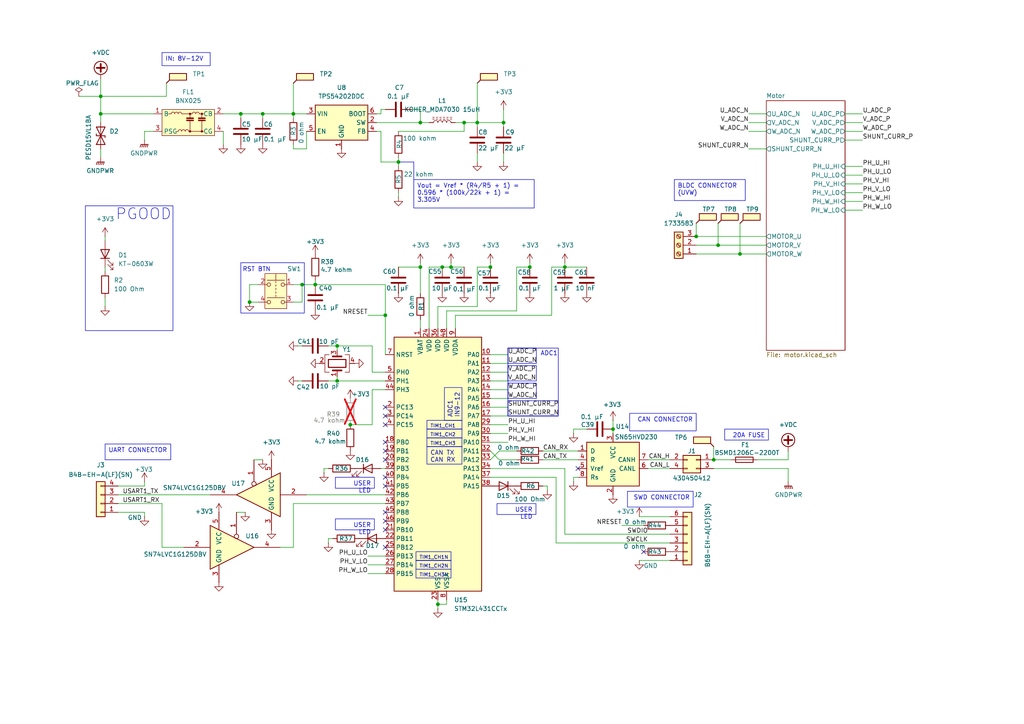
<source format=kicad_sch>
(kicad_sch (version 20250114) (generator "eeschema") (generator_version "9.0")
  (paper "A4")
  (polyline (pts (xy 277.82 171.5714) (xy 278.0187 171.576) (xy 278.1677 171.5842) (xy 278.3024 171.5975) (xy 278.4577 171.6159) (xy 278.6261 171.6384) (xy 278.8002 171.6637) (xy 278.9726 171.6907) (xy 279.1358 171.7183) (xy 279.2824 171.7455) (xy 279.4051 171.771) (xy 279.6077 171.8159) (xy 279.7491 171.8461) (xy 279.7944 171.8564) (xy 279.8471 171.8702) (xy 279.9033 171.8863) (xy 279.9594 171.9035) (xy 280.0113 171.9206) (xy 280.0554 171.9363) (xy 280.0876 171.9495) (xy 280.0982 171.9547) (xy 280.1044 171.9588) (xy 280.1053 171.9606) (xy 280.1058 171.9637) (xy 280.1055 171.9736) (xy 280.1039 171.9878) (xy 280.1009 172.0056) (xy 280.0919 172.0492) (xy 280.0799 172.0989) (xy 280.0664 172.149) (xy 280.0528 172.1939) (xy 280.0464 172.2126) (xy 280.0405 172.228) (xy 280.0354 172.2392) (xy 280.0311 172.2457) (xy 280.0282 172.247) (xy 280.0229 172.2477) (xy 280.0056 172.2473) (xy 279.9795 172.2446) (xy 279.9453 172.2397) (xy 279.8546 172.2236) (xy 279.7379 172.2) (xy 279.5994 172.1698) (xy 279.4435 172.1339) (xy 279.2746 172.0932) (xy 279.097 172.0487) (xy 278.942 172.0122) (xy 278.8639 171.9964) (xy 278.7847 171.9821) (xy 278.7035 171.9692) (xy 278.6197 171.9578) (xy 278.5327 171.9477) (xy 278.4417 171.9389) (xy 278.2452 171.9248) (xy 278.0249 171.9152) (xy 277.7753 171.9095) (xy 277.4911 171.9073) (xy 277.1685 171.9085) (xy 276.8871 171.9141) (xy 276.6385 171.9247) (xy 276.4142 171.9413) (xy 276.2058 171.9646) (xy 276.0049 171.9954) (xy 275.803 172.0343) (xy 275.5918 172.0823) (xy 275.3321 172.1443) (xy 275.13 172.1912) (xy 274.9806 172.224) (xy 274.8794 172.2439) (xy 274.8707 172.2453) (xy 274.8628 172.2464) (xy 274.8556 172.2472) (xy 274.849 172.2477) (xy 274.843 172.2479) (xy 274.8376 172.2478) (xy 274.8326 172.2473) (xy 274.8282 172.2464) (xy 274.8241 172.2452) (xy 274.8205 172.2435) (xy 274.8172 172.2415) (xy 274.8142 172.2391) (xy 274.8114 172.2363) (xy 274.8088 172.233) (xy 274.8064 172.2293) (xy 274.8041 172.2252) (xy 274.8003 172.2171) (xy 274.7954 172.2051) (xy 274.7894 172.1898) (xy 274.7827 172.1718) (xy 274.7754 172.1516) (xy 274.7678 172.1299) (xy 274.76 172.1072) (xy 274.7524 172.0842) (xy 274.7457 172.0635) (xy 274.7402 172.0449) (xy 274.7356 172.0283) (xy 274.7322 172.0135) (xy 274.7299 172.0004) (xy 274.7287 171.989) (xy 274.7285 171.9839) (xy 274.7286 171.9792) (xy 274.729 171.9748) (xy 274.7297 171.9708) (xy 274.7307 171.9671) (xy 274.732 171.9637) (xy 274.7336 171.9606) (xy 274.7355 171.9579) (xy 274.7377 171.9554) (xy 274.7402 171.9532) (xy 274.7431 171.9513) (xy 274.7462 171.9496) (xy 274.7497 171.9482) (xy 274.7535 171.947) (xy 274.7621 171.9451) (xy 274.772 171.9441) (xy 274.7832 171.9437) (xy 274.7864 171.9434) (xy 274.7913 171.9426) (xy 274.8057 171.9398) (xy 274.8256 171.9354) (xy 274.8501 171.9296) (xy 274.8785 171.9226) (xy 274.91 171.9146) (xy 274.9437 171.9057) (xy 274.9788 171.8962) (xy 275.1696 171.8455) (xy 275.3467 171.8016) (xy 275.5174 171.7633) (xy 275.689 171.7291) (xy 275.8688 171.6978) (xy 276.0639 171.668) (xy 276.2816 171.6384) (xy 276.5292 171.6075) (xy 276.6716 171.5951) (xy 276.8656 171.585) (xy 277.0943 171.5773) (xy 277.3409 171.5723) (xy 277.5884 171.5703) (xy 277.82 171.5714)) (stroke (width -0.0001) (type solid)) (fill (type color)))
  (polyline (pts (xy 280.2893 174.2106) (xy 280.2951 174.211) (xy 280.3009 174.2119) (xy 280.3067 174.2131) (xy 280.3126 174.2147) (xy 280.3185 174.2167) (xy 280.3244 174.2191) (xy 280.3304 174.2219) (xy 280.3364 174.2251) (xy 280.3424 174.2287) (xy 280.3486 174.2327) (xy 280.3547 174.2371) (xy 280.361 174.2419) (xy 280.3673 174.247) (xy 280.3736 174.2526) (xy 280.3866 174.2649) (xy 280.3952 174.2741) (xy 280.4032 174.2834) (xy 280.4103 174.2929) (xy 280.4168 174.3025) (xy 280.4225 174.3122) (xy 280.4275 174.3219) (xy 280.4318 174.3318) (xy 280.4354 174.3416) (xy 280.4383 174.3514) (xy 280.4404 174.3612) (xy 280.4419 174.371) (xy 280.4428 174.3806) (xy 280.4429 174.3902) (xy 280.4424 174.3996) (xy 280.4412 174.4088) (xy 280.4394 174.4178) (xy 280.4369 174.4266) (xy 280.4337 174.4352) (xy 280.43 174.4434) (xy 280.4256 174.4514) (xy 280.4206 174.459) (xy 280.415 174.4663) (xy 280.4087 174.4732) (xy 280.4019 174.4797) (xy 280.3945 174.4857) (xy 280.3864 174.4913) (xy 280.3778 174.4963) (xy 280.3687 174.5009) (xy 280.3589 174.5049) (xy 280.3486 174.5083) (xy 280.3378 174.5111) (xy 280.3263 174.5133) (xy 280.3174 174.5146) (xy 280.309 174.5156) (xy 280.3013 174.5161) (xy 280.294 174.5162) (xy 280.2871 174.5159) (xy 280.2837 174.5155) (xy 280.2804 174.515) (xy 280.2772 174.5143) (xy 280.2739 174.5135) (xy 280.2707 174.5126) (xy 280.2676 174.5115) (xy 280.2644 174.5103) (xy 280.2612 174.5089) (xy 280.2547 174.5056) (xy 280.248 174.5017) (xy 280.241 174.497) (xy 280.2336 174.4915) (xy 280.2257 174.4853) (xy 280.2173 174.4783) (xy 280.2082 174.4704) (xy 280.2011 174.4639) (xy 280.1944 174.4575) (xy 280.1882 174.451) (xy 280.1824 174.4444) (xy 280.177 174.4379) (xy 280.1721 174.4313) (xy 280.1676 174.4247) (xy 280.1635 174.4181) (xy 280.1599 174.4114) (xy 280.1567 174.4047) (xy 280.1539 174.398) (xy 280.1516 174.3913) (xy 280.1497 174.3846) (xy 280.1482 174.3779) (xy 280.1472 174.3712) (xy 280.1466 174.3644) (xy 280.1464 174.3577) (xy 280.1467 174.3509) (xy 280.1474 174.3442) (xy 280.1486 174.3374) (xy 280.1501 174.3307) (xy 280.1522 174.3239) (xy 280.1546 174.3172) (xy 280.1575 174.3105) (xy 280.1608 174.3037) (xy 280.1646 174.297) (xy 280.1687 174.2903) (xy 280.1734 174.2837) (xy 280.1784 174.277) (xy 280.1839 174.2704) (xy 280.1898 174.2637) (xy 280.1962 174.2571) (xy 280.2022 174.2513) (xy 280.2082 174.2458) (xy 280.2141 174.2408) (xy 280.22 174.2361) (xy 280.2259 174.2318) (xy 280.2317 174.2279) (xy 280.2375 174.2244) (xy 280.2433 174.2213) (xy 280.2491 174.2186) (xy 280.2549 174.2163) (xy 280.2606 174.2143) (xy 280.2663 174.2128) (xy 280.2721 174.2117) (xy 280.2778 174.2109) (xy 280.2836 174.2106) (xy 280.2893 174.2106)) (stroke (width -0.0001) (type solid)) (fill (type color)))
  (polyline (pts (xy 277.4433 166.7258) (xy 277.4673 166.727) (xy 277.491 166.7292) (xy 277.5142 166.7325) (xy 277.5366 166.7369) (xy 277.558 166.7424) (xy 277.5783 166.749) (xy 277.5972 166.7567) (xy 277.6134 166.7646) (xy 277.6292 166.7732) (xy 277.6444 166.7826) (xy 277.6591 166.7927) (xy 277.6732 166.8035) (xy 277.6869 166.815) (xy 277.6999 166.8271) (xy 277.7124 166.8398) (xy 277.7244 166.853) (xy 277.7357 166.8668) (xy 277.7464 166.8811) (xy 277.7565 166.8959) (xy 277.7659 166.9111) (xy 277.7747 166.9267) (xy 277.7829 166.9427) (xy 277.7903 166.959) (xy 277.7971 166.9757) (xy 277.8032 166.9927) (xy 277.8085 167.0099) (xy 277.8132 167.0273) (xy 277.8171 167.045) (xy 277.8202 167.0628) (xy 277.8226 167.0808) (xy 277.8241 167.0988) (xy 277.8249 167.117) (xy 277.8249 167.1352) (xy 277.8241 167.1534) (xy 277.8224 167.1715) (xy 277.8199 167.1897) (xy 277.8165 167.2077) (xy 277.8123 167.2257) (xy 277.8071 167.2435) (xy 277.801 167.2608) (xy 277.7933 167.2787) (xy 277.7843 167.2971) (xy 277.7739 167.3157) (xy 277.7625 167.3345) (xy 277.75 167.3531) (xy 277.7367 167.3716) (xy 277.7226 167.3897) (xy 277.7079 167.4072) (xy 277.6928 167.4241) (xy 277.6773 167.44) (xy 277.6617 167.4549) (xy 277.6459 167.4686) (xy 277.6303 167.481) (xy 277.6148 167.4917) (xy 277.5997 167.5008) (xy 277.5979 167.5019) (xy 277.5961 167.5032) (xy 277.5943 167.5046) (xy 277.5925 167.5061) (xy 277.5907 167.5079) (xy 277.589 167.5098) (xy 277.5873 167.5119) (xy 277.5856 167.5141) (xy 277.5839 167.5165) (xy 277.5822 167.519) (xy 277.5789 167.5246) (xy 277.5757 167.5307) (xy 277.5725 167.5375) (xy 277.5694 167.5449) (xy 277.5665 167.5528) (xy 277.5636 167.5613) (xy 277.5608 167.5704) (xy 277.5581 167.58) (xy 277.5555 167.5902) (xy 277.553 167.6009) (xy 277.5507 167.6121) (xy 277.5466 167.631) (xy 277.5424 167.6481) (xy 277.5381 167.6631) (xy 277.5339 167.6758) (xy 277.5319 167.6811) (xy 277.5299 167.6857) (xy 277.528 167.6895) (xy 277.5262 167.6926) (xy 277.5245 167.6947) (xy 277.523 167.696) (xy 277.5222 167.6963) (xy 277.5215 167.6963) (xy 277.5209 167.6961) (xy 277.5203 167.6956) (xy 277.5196 167.695) (xy 277.5187 167.6944) (xy 277.5164 167.693) (xy 277.5135 167.6916) (xy 277.5098 167.6901) (xy 277.5056 167.6885) (xy 277.5008 167.6868) (xy 277.4956 167.6851) (xy 277.4898 167.6834) (xy 277.4836 167.6816) (xy 277.4771 167.6799) (xy 277.463 167.6764) (xy 277.4481 167.6731) (xy 277.4403 167.6715) (xy 277.4325 167.67) (xy 277.4159 167.6667) (xy 277.4009 167.6634) (xy 277.3873 167.6599) (xy 277.3752 167.6563) (xy 277.3643 167.6524) (xy 277.3545 167.6481) (xy 277.3459 167.6434) (xy 277.342 167.6409) (xy 277.3383 167.6383) (xy 277.3349 167.6355) (xy 277.3317 167.6326) (xy 277.3286 167.6296) (xy 277.3258 167.6264) (xy 277.3232 167.623) (xy 277.3207 167.6194) (xy 277.3162 167.6117) (xy 277.3124 167.6032) (xy 277.309 167.5939) (xy 277.3059 167.5835) (xy 277.3032 167.5722) (xy 277.3017 167.5662) (xy 277.2997 167.5602) (xy 277.2974 167.5543) (xy 277.2946 167.5485) (xy 277.2914 167.5427) (xy 277.2878 167.537) (xy 277.2837 167.5313) (xy 277.2793 167.5258) (xy 277.2744 167.5202) (xy 277.2691 167.5148) (xy 277.2635 167.5094) (xy 277.2573 167.5041) (xy 277.2508 167.4988) (xy 277.2439 167.4936) (xy 277.2365 167.4885) (xy 277.2287 167.4834) (xy 277.2167 167.4755) (xy 277.2051 167.4672) (xy 277.1937 167.4584) (xy 277.1827 167.4493) (xy 277.1721 167.4397) (xy 277.1618 167.4298) (xy 277.1518 167.4195) (xy 277.1423 167.4088) (xy 277.1331 167.3978) (xy 277.1242 167.3865) (xy 277.1158 167.3748) (xy 277.1077 167.3628) (xy 277.1001 167.3506) (xy 277.0928 167.3381) (xy 277.086 167.3253) (xy 277.0795 167.3122) (xy 277.0735 167.2989) (xy 277.0679 167.2854) (xy 277.058 167.2577) (xy 277.0538 167.2436) (xy 277.0499 167.2293) (xy 277.0466 167.2149) (xy 277.0436 167.2003) (xy 277.0412 167.1855) (xy 277.0392 167.1707) (xy 277.0378 167.1557) (xy 277.0368 167.1406) (xy 277.0363 167.1255) (xy 277.0363 167.1103) (xy 277.0368 167.095) (xy 277.0373 167.0862) (xy 277.3002 167.0862) (xy 277.3003 167.0911) (xy 277.3007 167.0958) (xy 277.3013 167.1005) (xy 277.3022 167.1052) (xy 277.3033 167.1097) (xy 277.3046 167.1142) (xy 277.3062 167.1185) (xy 277.308 167.1228) (xy 277.3101 167.1269) (xy 277.3124 167.131) (xy 277.315 167.1348) (xy 277.3177 167.1386) (xy 277.3207 167.1422) (xy 277.324 167.1457) (xy 277.3274 167.149) (xy 277.3311 167.1521) (xy 277.335 167.155) (xy 277.3392 167.1578) (xy 277.3435 167.1604) (xy 277.3481 167.1627) (xy 277.3566 167.1668) (xy 277.3643 167.1703) (xy 277.3712 167.1734) (xy 277.3774 167.1758) (xy 277.3831 167.1778) (xy 277.3858 167.1785) (xy 277.3885 167.1792) (xy 277.391 167.1797) (xy 277.3935 167.1801) (xy 277.396 167.1803) (xy 277.3984 167.1804) (xy 277.4009 167.1804) (xy 277.4033 167.1803) (xy 277.4058 167.18) (xy 277.4083 167.1796) (xy 277.4109 167.179) (xy 277.4136 167.1784) (xy 277.4192 167.1766) (xy 277.4253 167.1744) (xy 277.432 167.1717) (xy 277.4395 167.1684) (xy 277.4478 167.1647) (xy 277.4556 167.1608) (xy 277.463 167.1565) (xy 277.47 167.1518) (xy 277.4766 167.1468) (xy 277.4827 167.1414) (xy 277.4884 167.1358) (xy 277.4937 167.1298) (xy 277.4985 167.1236) (xy 277.5028 167.1172) (xy 277.5068 167.1107) (xy 277.5102 167.1039) (xy 277.5132 167.097) (xy 277.5158 167.09) (xy 277.5179 167.083) (xy 277.5195 167.0759) (xy 277.5207 167.0687) (xy 277.5214 167.0616) (xy 277.5216 167.0545) (xy 277.5213 167.0475) (xy 277.5205 167.0406) (xy 277.5193 167.0338) (xy 277.5175 167.0271) (xy 277.5153 167.0206) (xy 277.5125 167.0144) (xy 277.5093 167.0083) (xy 277.5056 167.0025) (xy 277.5013 166.997) (xy 277.4965 166.9919) (xy 277.4912 166.987) (xy 277.4854 166.9826) (xy 277.4791 166.9785) (xy 277.4722 166.9749) (xy 277.4671 166.9726) (xy 277.4619 166.9705) (xy 277.4567 166.9688) (xy 277.4515 166.9673) (xy 277.4463 166.9661) (xy 277.441 166.9651) (xy 277.4358 166.9644) (xy 277.4305 166.9639) (xy 277.4253 166.9638) (xy 277.4201 166.9638) (xy 277.4149 166.9642) (xy 277.4097 166.9648) (xy 277.4045 166.9656) (xy 277.3994 166.9667) (xy 277.3943 166.968) (xy 277.3893 166.9696) (xy 277.3843 166.9715) (xy 277.3793 166.9735) (xy 277.3744 166.9758) (xy 277.3696 166.9784) (xy 277.3649 166.9812) (xy 277.3602 166.9842) (xy 277.3556 166.9875) (xy 277.3511 166.991) (xy 277.3467 166.9947) (xy 277.3424 166.9986) (xy 277.3382 167.0028) (xy 277.3341 167.0072) (xy 277.3302 167.0119) (xy 277.3263 167.0167) (xy 277.3226 167.0218) (xy 277.319 167.027) (xy 277.316 167.0319) (xy 277.3132 167.0368) (xy 277.3107 167.0417) (xy 277.3085 167.0467) (xy 277.3065 167.0516) (xy 277.3049 167.0566) (xy 277.3034 167.0616) (xy 277.3023 167.0666) (xy 277.3014 167.0715) (xy 277.3007 167.0765) (xy 277.3003 167.0814) (xy 277.3002 167.0862) (xy 277.0373 167.0862) (xy 277.0378 167.0797) (xy 277.0406 167.0574) (xy 277.0453 167.0347) (xy 277.0517 167.0116) (xy 277.0599 166.9884) (xy 277.0695 166.9653) (xy 277.0807 166.9424) (xy 277.0931 166.9198) (xy 277.1067 166.8979) (xy 277.1214 166.8767) (xy 277.1371 166.8564) (xy 277.1536 166.8372) (xy 277.1709 166.8193) (xy 277.1888 166.8028) (xy 277.2072 166.788) (xy 277.226 166.7749) (xy 277.245 166.7638) (xy 277.263 166.7554) (xy 277.2825 166.748) (xy 277.3032 166.7416) (xy 277.3251 166.7363) (xy 277.3478 166.7321) (xy 277.3711 166.7289) (xy 277.395 166.7268) (xy 277.4191 166.7258) (xy 277.4433 166.7258)) (stroke (width -0.0001) (type solid)) (fill (type color)))
  (polyline (pts (xy 278.2553 172.1949) (xy 278.4651 172.2025) (xy 278.6362 172.2168) (xy 278.7858 172.2388) (xy 278.931 172.2695) (xy 279.0889 172.3099) (xy 279.2421 172.3503) (xy 279.3707 172.3823) (xy 279.4803 172.4067) (xy 279.5767 172.4245) (xy 279.6653 172.4367) (xy 279.7518 172.444) (xy 279.8418 172.4475) (xy 279.941 172.4481) (xy 280.033 172.4483) (xy 280.1099 172.4506) (xy 280.1436 172.4526) (xy 280.1747 172.4553) (xy 280.2034 172.4589) (xy 280.2301 172.4632) (xy 280.2551 172.4684) (xy 280.2788 172.4746) (xy 280.3016 172.4817) (xy 280.3238 172.49) (xy 280.3457 172.4994) (xy 280.3677 172.5101) (xy 280.3901 172.5219) (xy 280.4134 172.5352) (xy 280.4409 172.5526) (xy 280.468 172.5722) (xy 280.4944 172.5938) (xy 280.5202 172.6172) (xy 280.5451 172.6423) (xy 280.5691 172.669) (xy 280.592 172.6971) (xy 280.6138 172.7264) (xy 280.6344 172.7568) (xy 280.6536 172.7882) (xy 280.6713 172.8204) (xy 280.6875 172.8532) (xy 280.702 172.8866) (xy 280.7147 172.9202) (xy 280.7256 172.9541) (xy 280.7344 172.988) (xy 280.7361 172.9969) (xy 280.7378 173.0086) (xy 280.7409 173.0394) (xy 280.7438 173.079) (xy 280.7463 173.1259) (xy 280.7484 173.1785) (xy 280.75 173.2354) (xy 280.751 173.295) (xy 280.7514 173.3559) (xy 280.7513 173.4433) (xy 280.7507 173.5127) (xy 280.7492 173.5665) (xy 280.7468 173.6071) (xy 280.7451 173.6233) (xy 280.7432 173.6371) (xy 280.7408 173.6488) (xy 280.7381 173.6588) (xy 280.735 173.6674) (xy 280.7314 173.6748) (xy 280.7274 173.6813) (xy 280.7229 173.6874) (xy 280.6939 173.7231) (xy 280.6076 173.6903) (xy 280.55 173.6686) (xy 280.527 173.6593) (xy 280.5169 173.6548) (xy 280.5076 173.6502) (xy 280.499 173.6454) (xy 280.4913 173.6405) (xy 280.4843 173.6353) (xy 280.4779 173.6297) (xy 280.4723 173.6236) (xy 280.4672 173.617) (xy 280.4628 173.6098) (xy 280.4589 173.6019) (xy 280.4555 173.5932) (xy 280.4526 173.5837) (xy 280.4501 173.5732) (xy 280.4481 173.5617) (xy 280.4464 173.5491) (xy 280.445 173.5352) (xy 280.4432 173.5037) (xy 280.4423 173.4664) (xy 280.442 173.4227) (xy 280.4421 173.3136) (xy 280.4409 173.197) (xy 280.4376 173.0956) (xy 280.4353 173.0539) (xy 280.4328 173.0201) (xy 280.4299 172.9955) (xy 280.4284 172.9871) (xy 280.4269 172.9815) (xy 280.4217 172.9695) (xy 280.4151 172.9569) (xy 280.4071 172.9438) (xy 280.398 172.9303) (xy 280.3878 172.9166) (xy 280.3766 172.9027) (xy 280.3644 172.8887) (xy 280.3515 172.8748) (xy 280.3379 172.8611) (xy 280.3237 172.8476) (xy 280.3091 172.8345) (xy 280.294 172.8219) (xy 280.2787 172.8099) (xy 280.2632 172.7986) (xy 280.2476 172.7881) (xy 280.2321 172.7786) (xy 280.2196 172.7713) (xy 280.2078 172.7649) (xy 280.1965 172.7593) (xy 280.1853 172.7543) (xy 280.1738 172.75) (xy 280.1679 172.7481) (xy 280.1618 172.7463) (xy 280.1555 172.7446) (xy 280.1489 172.7431) (xy 280.1347 172.7403) (xy 280.1189 172.738) (xy 280.1011 172.736) (xy 280.0811 172.7344) (xy 280.0584 172.7329) (xy 280.0327 172.7317) (xy 280.0038 172.7306) (xy 279.9345 172.7285) (xy 279.712 172.7224) (xy 279.7188 172.7934) (xy 279.7226 172.8408) (xy 279.7278 172.9173) (xy 279.7339 173.0124) (xy 279.74 173.1154) (xy 279.7455 173.2063) (xy 279.7482 173.2433) (xy 279.7511 173.2752) (xy 279.7543 173.3023) (xy 279.758 173.3249) (xy 279.7623 173.3436) (xy 279.7674 173.3586) (xy 279.7703 173.3648) (xy 279.7735 173.3702) (xy 279.7769 173.375) (xy 279.7806 173.379) (xy 279.7847 173.3824) (xy 279.789 173.3852) (xy 279.7937 173.3874) (xy 279.7988 173.3891) (xy 279.8102 173.3913) (xy 279.8232 173.392) (xy 279.8382 173.3916) (xy 279.8551 173.3905) (xy 279.8652 173.3897) (xy 279.874 173.3889) (xy 279.8816 173.3879) (xy 279.8851 173.3872) (xy 279.8882 173.3865) (xy 279.8912 173.3856) (xy 279.894 173.3846) (xy 279.8965 173.3834) (xy 279.8988 173.3821) (xy 279.901 173.3805) (xy 279.903 173.3787) (xy 279.9048 173.3767) (xy 279.9065 173.3745) (xy 279.9081 173.3719) (xy 279.9095 173.3691) (xy 279.9108 173.3659) (xy 279.9121 173.3625) (xy 279.9132 173.3587) (xy 279.9143 173.3545) (xy 279.9153 173.3499) (xy 279.9163 173.3449) (xy 279.9182 173.3337) (xy 279.9201 173.3206) (xy 279.9241 173.2884) (xy 279.9263 173.2669) (xy 279.928 173.2432) (xy 279.9292 173.2181) (xy 279.9298 173.1923) (xy 279.9299 173.1667) (xy 279.9294 173.142) (xy 279.9284 173.119) (xy 279.9268 173.0985) (xy 279.9175 173.0065) (xy 279.9842 172.9952) (xy 279.9982 172.9932) (xy 280.0131 172.9919) (xy 280.0288 172.9911) (xy 280.0451 172.9908) (xy 280.0617 172.9911) (xy 280.0785 172.9919) (xy 280.0952 172.9931) (xy 280.1116 172.9948) (xy 280.1275 172.997) (xy 280.1428 172.9995) (xy 280.1571 173.0024) (xy 280.1703 173.0056) (xy 280.1822 173.0092) (xy 280.1925 173.0131) (xy 280.2011 173.0172) (xy 280.2078 173.0216) (xy 280.2089 173.0228) (xy 280.21 173.0244) (xy 280.2111 173.0265) (xy 280.2121 173.029) (xy 280.214 173.0354) (xy 280.2158 173.0437) (xy 280.2174 173.0538) (xy 280.2189 173.0657) (xy 280.2202 173.0795) (xy 280.2214 173.0951) (xy 280.2224 173.1126) (xy 280.2233 173.1319) (xy 280.224 173.1531) (xy 280.2246 173.1761) (xy 280.2252 173.2276) (xy 280.2253 173.2866) (xy 280.2244 173.5368) (xy 280.1005 173.5634) (xy 280.0766 173.5693) (xy 280.0503 173.5772) (xy 280.0221 173.5868) (xy 279.9924 173.5979) (xy 279.9618 173.6102) (xy 279.9307 173.6235) (xy 279.8692 173.6522) (xy 279.812 173.6819) (xy 279.7862 173.6965) (xy 279.763 173.7106) (xy 279.7428 173.724) (xy 279.7262 173.7364) (xy 279.7136 173.7477) (xy 279.7055 173.7574) (xy 279.7042 173.76) (xy 279.7026 173.7635) (xy 279.7008 173.7678) (xy 279.6989 173.773) (xy 279.6947 173.7854) (xy 279.6901 173.8004) (xy 279.6853 173.8173) (xy 279.6803 173.8358) (xy 279.6754 173.8553) (xy 279.6706 173.8754) (xy 279.6673 173.8948) (xy 279.6644 173.9237) (xy 279.6619 173.9638) (xy 279.6598 174.0172) (xy 279.6567 174.1711) (xy 279.6551 174.4006) (xy 279.6549 174.7208) (xy 279.6561 175.147) (xy 279.6626 176.3779) (xy 279.67 178.0875) (xy 279.6676 178.8208) (xy 279.666 178.8259) (xy 279.6638 178.8315) (xy 279.6574 178.844) (xy 279.6489 178.8579) (xy 279.6384 178.873) (xy 279.6262 178.8888) (xy 279.6128 178.9052) (xy 279.5983 178.9217) (xy 279.5831 178.9381) (xy 279.5675 178.9541) (xy 279.5518 178.9692) (xy 279.5363 178.9832) (xy 279.5213 178.9959) (xy 279.5071 179.0067) (xy 279.494 179.0155) (xy 279.4823 179.022) (xy 279.4771 179.0242) (xy 279.4723 179.0257) (xy 279.4681 179.0266) (xy 279.4637 179.0273) (xy 279.4589 179.0279) (xy 279.4539 179.0282) (xy 279.4488 179.0284) (xy 279.4435 179.0284) (xy 279.438 179.0282) (xy 279.4326 179.0279) (xy 279.4271 179.0274) (xy 279.4216 179.0267) (xy 279.4162 179.0259) (xy 279.4109 179.0249) (xy 279.4057 179.0238) (xy 279.4008 179.0225) (xy 279.396 179.0211) (xy 279.3916 179.0195) (xy 279.3497 179.0036) (xy 279.3487 176.7085) (xy 279.3439 174.899) (xy 279.3377 174.5375) (xy 279.3335 174.4619) (xy 279.3283 174.4448) (xy 279.3259 174.4485) (xy 279.3226 174.453) (xy 279.314 174.4644) (xy 279.3028 174.4785) (xy 279.2894 174.4948) (xy 279.2744 174.5127) (xy 279.258 174.5317) (xy 279.2409 174.5513) (xy 279.2233 174.571) (xy 279.1377 174.6658) (xy 279.1376 176.9769) (xy 279.1334 178.9882) (xy 279.1239 179.2677) (xy 279.1161 179.3169) (xy 279.1057 179.3403) (xy 279.1012 179.3475) (xy 279.0964 179.3545) (xy 279.0916 179.3612) (xy 279.0866 179.3676) (xy 279.0815 179.3737) (xy 279.0762 179.3796) (xy 279.0709 179.3852) (xy 279.0654 179.3904) (xy 279.0597 179.3954) (xy 279.054 179.4002) (xy 279.0482 179.4046) (xy 279.0422 179.4087) (xy 279.0362 179.4126) (xy 279.03 179.4161) (xy 279.0238 179.4194) (xy 279.0175 179.4223) (xy 279.0111 179.425) (xy 279.0046 179.4273) (xy 278.998 179.4294) (xy 278.9913 179.4311) (xy 278.9846 179.4326) (xy 278.9778 179.4337) (xy 278.9709 179.4345) (xy 278.964 179.435) (xy 278.957 179.4352) (xy 278.95 179.4351) (xy 278.9429 179.4347) (xy 278.9357 179.434) (xy 278.9286 179.4329) (xy 278.9213 179.4315) (xy 278.9141 179.4298) (xy 278.9068 179.4278) (xy 278.8822 179.4202) (xy 278.8615 179.4135) (xy 278.8468 179.4084) (xy 278.8424 179.4067) (xy 278.8403 179.4056) (xy 278.8351 178.7656) (xy 278.8281 177.2316) (xy 278.8198 175.061) (xy 278.7179 175.1366) (xy 278.616 175.2122) (xy 278.616 177.427) (xy 278.616 179.6419) (xy 278.5605 179.6973) (xy 278.5491 179.7082) (xy 278.5379 179.7178) (xy 278.5268 179.7263) (xy 278.5213 179.7301) (xy 278.5157 179.7335) (xy 278.5102 179.7367) (xy 278.5047 179.7396) (xy 278.4992 179.7421) (xy 278.4937 179.7444) (xy 278.4882 179.7464) (xy 278.4826 179.748) (xy 278.477 179.7494) (xy 278.4714 179.7505) (xy 278.4658 179.7513) (xy 278.46 179.7518) (xy 278.4543 179.752) (xy 278.4485 179.7519) (xy 278.4426 179.7516) (xy 278.4367 179.7509) (xy 278.4307 179.75) (xy 278.4246 179.7487) (xy 278.4184 179.7472) (xy 278.4121 179.7454) (xy 278.4057 179.7433) (xy 278.3993 179.7409) (xy 278.386 179.7354) (xy 278.3722 179.7287) (xy 278.3257 179.7046) (xy 278.3147 177.6052) (xy 278.3033 175.3899) (xy 278.3028 175.2741) (xy 278.1153 175.264) (xy 278.0083 175.261) (xy 277.8472 175.2598) (xy 277.4334 175.262) (xy 277.0139 175.2691) (xy 276.8458 175.274) (xy 276.7289 175.2795) (xy 276.6952 175.282) (xy 276.6669 175.2848) (xy 276.6436 175.288) (xy 276.6338 175.2897) (xy 276.6252 175.2915) (xy 276.6177 175.2934) (xy 276.6113 175.2954) (xy 276.606 175.2975) (xy 276.6017 175.2998) (xy 276.5984 175.3022) (xy 276.5962 175.3048) (xy 276.5948 175.3075) (xy 276.5944 175.3104) (xy 276.5945 175.3116) (xy 276.5948 175.313) (xy 276.596 175.3165) (xy 276.5979 175.3207) (xy 276.6006 175.3257) (xy 276.604 175.3312) (xy 276.6079 175.3374) (xy 276.6125 175.344) (xy 276.6177 175.3511) (xy 276.6233 175.3587) (xy 276.6294 175.3666) (xy 276.6359 175.3748) (xy 276.6429 175.3833) (xy 276.6502 175.3919) (xy 276.6577 175.4007) (xy 276.6656 175.4096) (xy 276.6737 175.4185) (xy 276.753 175.5048) (xy 277.4412 175.5053) (xy 278.1295 175.5058) (xy 278.1173 175.571) (xy 278.1148 175.6286) (xy 278.1123 175.7685) (xy 278.1076 176.258) (xy 278.1012 177.8182) (xy 278.0973 180.0002) (xy 278.0615 180.0382) (xy 278.0549 180.0451) (xy 278.0481 180.0516) (xy 278.0412 180.0578) (xy 278.0342 180.0636) (xy 278.0271 180.069) (xy 278.02 180.0741) (xy 278.0127 180.0788) (xy 278.0054 180.0832) (xy 277.9981 180.0871) (xy 277.9907 180.0907) (xy 277.9832 180.094) (xy 277.9757 180.0969) (xy 277.9682 180.0994) (xy 277.9607 180.1015) (xy 277.9531 180.1033) (xy 277.9455 180.1047) (xy 277.938 180.1057) (xy 277.9304 180.1063) (xy 277.9228 180.1066) (xy 277.9153 180.1065) (xy 277.9078 180.106) (xy 277.9003 180.1051) (xy 277.8928 180.1038) (xy 277.8854 180.1022) (xy 277.8781 180.1002) (xy 277.8708 180.0978) (xy 277.8635 180.095) (xy 277.8564 180.0918) (xy 277.8493 180.0882) (xy 277.8423 180.0843) (xy 277.8354 180.0799) (xy 277.8286 180.0752) (xy 277.8261 180.073) (xy 277.8237 180.07) (xy 277.8215 180.0658) (xy 277.8194 180.0602) (xy 277.8174 180.0527) (xy 277.8156 180.0431) (xy 277.8139 180.031) (xy 277.8123 180.016) (xy 277.8109 179.9979) (xy 277.8095 179.9763) (xy 277.8083 179.9508) (xy 277.8072 179.9211) (xy 277.8053 179.8479) (xy 277.8037 179.7539) (xy 277.8025 179.6363) (xy 277.8016 179.4926) (xy 277.8009 179.32) (xy 277.8005 179.1157) (xy 277.8002 178.6016) (xy 277.8004 177.9287) (xy 277.7972 176.139) (xy 277.7895 175.867) (xy 277.7833 175.8222) (xy 277.7796 175.8146) (xy 277.7754 175.8137) (xy 277.7723 175.8147) (xy 277.7684 175.8157) (xy 277.7638 175.8166) (xy 277.7586 175.8176) (xy 277.7463 175.8193) (xy 277.7322 175.8207) (xy 277.7165 175.822) (xy 277.6997 175.8229) (xy 277.6824 175.8235) (xy 277.665 175.8237) (xy 277.5807 175.8237) (xy 277.5807 178.0913) (xy 277.5807 180.3588) (xy 277.535 180.3982) (xy 277.5294 180.4028) (xy 277.5236 180.4071) (xy 277.5176 180.4111) (xy 277.5115 180.4148) (xy 277.5052 180.4183) (xy 277.4987 180.4215) (xy 277.4921 180.4244) (xy 277.4854 180.427) (xy 277.4717 180.4313) (xy 277.4577 180.4346) (xy 277.4435 180.4366) (xy 277.4291 180.4376) (xy 277.4147 180.4374) (xy 277.4004 180.4361) (xy 277.3863 180.4336) (xy 277.3724 180.4299) (xy 277.3657 180.4277) (xy 277.359 180.4251) (xy 277.3525 180.4223) (xy 277.3461 180.4192) (xy 277.3398 180.4157) (xy 277.3337 180.412) (xy 277.3278 180.408) (xy 277.3221 180.4038) (xy 277.3221 180.4036) (xy 277.2792 180.3699) (xy 277.2792 178.0981) (xy 277.2792 175.8264) (xy 277.1732 175.8209) (xy 277.0671 175.8154) (xy 277.0672 177.9215) (xy 277.063 179.6882) (xy 277.0553 179.9764) (xy 277.0493 180.0325) (xy 277.0416 180.0531) (xy 277.036 180.0584) (xy 277.0302 180.0634) (xy 277.0242 180.068) (xy 277.018 180.0721) (xy 277.0117 180.076) (xy 277.0052 180.0794) (xy 276.9985 180.0824) (xy 276.9917 180.0851) (xy 276.9848 180.0874) (xy 276.9778 180.0893) (xy 276.9706 180.0908) (xy 276.9633 180.092) (xy 276.9559 180.0927) (xy 276.9485 180.0931) (xy 276.9409 180.0932) (xy 276.9333 180.0928) (xy 276.9256 180.0921) (xy 276.9179 180.091) (xy 276.9101 180.0895) (xy 276.9022 180.0877) (xy 276.8943 180.0855) (xy 276.8864 180.0829) (xy 276.8785 180.08) (xy 276.8706 180.0766) (xy 276.8627 180.0729) (xy 276.8548 180.0689) (xy 276.8469 180.0644) (xy 276.839 180.0596) (xy 276.8311 180.0545) (xy 276.8233 180.049) (xy 276.8156 180.0431) (xy 276.8079 180.0368) (xy 276.758 179.9948) (xy 276.7537 177.8139) (xy 276.7459 176.0056) (xy 276.7379 175.6925) (xy 276.7322 175.6281) (xy 276.7251 175.6038) (xy 276.7178 175.5957) (xy 276.7088 175.5871) (xy 276.6986 175.5782) (xy 276.6873 175.5692) (xy 276.6751 175.5601) (xy 276.6625 175.5512) (xy 276.6495 175.5426) (xy 276.6366 175.5345) (xy 276.6239 175.527) (xy 276.6117 175.5203) (xy 276.6003 175.5146) (xy 276.59 175.5099) (xy 276.581 175.5066) (xy 276.5735 175.5047) (xy 276.5704 175.5043) (xy 276.5679 175.5044) (xy 276.5658 175.5049) (xy 276.5644 175.5058) (xy 276.5621 175.5504) (xy 276.5599 175.6739) (xy 276.5555 176.1236) (xy 276.5492 177.5937) (xy 276.5448 179.6709) (xy 276.5031 179.6982) (xy 276.4953 179.703) (xy 276.4872 179.7073) (xy 276.4791 179.7112) (xy 276.4707 179.7145) (xy 276.4623 179.7174) (xy 276.4537 179.7198) (xy 276.445 179.7217) (xy 276.4363 179.7232) (xy 276.4275 179.7242) (xy 276.4187 179.7248) (xy 276.4099 179.7249) (xy 276.4011 179.7246) (xy 276.3923 179.7238) (xy 276.3836 179.7226) (xy 276.3749 179.721) (xy 276.3664 179.7189) (xy 276.3579 179.7165) (xy 276.3496 179.7136) (xy 276.3414 179.7103) (xy 276.3334 179.7066) (xy 276.3255 179.7026) (xy 276.3179 179.6981) (xy 276.3105 179.6933) (xy 276.3034 179.688) (xy 276.2965 179.6824) (xy 276.2899 179.6765) (xy 276.2836 179.6701) (xy 276.2776 179.6634) (xy 276.272 179.6564) (xy 276.2668 179.649) (xy 276.2619 179.6412) (xy 276.2574 179.6331) (xy 276.2537 179.6245) (xy 276.2504 179.6134) (xy 276.2474 179.599) (xy 276.2449 179.5808) (xy 276.2427 179.5581) (xy 276.2408 179.5301) (xy 276.2392 179.4963) (xy 276.2379 179.456) (xy 276.2369 179.4084) (xy 276.2361 179.3529) (xy 276.2353 179.2157) (xy 276.2352 179.039) (xy 276.2359 178.8174) (xy 276.2373 176.6102) (xy 276.2358 175.7913) (xy 276.2318 175.3627) (xy 276.2279 175.2553) (xy 276.2223 175.1982) (xy 276.2146 175.1755) (xy 276.2044 175.1714) (xy 276.2027 175.1714) (xy 276.2008 175.1711) (xy 276.1966 175.1703) (xy 276.1917 175.1689) (xy 276.1863 175.1669) (xy 276.1804 175.1645) (xy 276.1741 175.1617) (xy 276.1674 175.1584) (xy 276.1603 175.1547) (xy 276.153 175.1507) (xy 276.1454 175.1463) (xy 276.1377 175.1416) (xy 276.1299 175.1366) (xy 276.122 175.1314) (xy 276.114 175.1259) (xy 276.1062 175.1203) (xy 276.0984 175.1145) (xy 276.0238 175.0575) (xy 276.0238 177.2167) (xy 276.0238 179.3759) (xy 275.9876 179.4012) (xy 275.9807 179.4057) (xy 275.9736 179.4097) (xy 275.9662 179.4132) (xy 275.9586 179.4163) (xy 275.9508 179.4189) (xy 275.9428 179.4211) (xy 275.9347 179.4228) (xy 275.9264 179.4241) (xy 275.918 179.4249) (xy 275.9094 179.4254) (xy 275.9009 179.4254) (xy 275.8922 179.425) (xy 275.8835 179.4242) (xy 275.8748 179.4229) (xy 275.8662 179.4213) (xy 275.8575 179.4193) (xy 275.8489 179.4169) (xy 275.8404 179.4141) (xy 275.8319 179.4109) (xy 275.8236 179.4074) (xy 275.8154 179.4035) (xy 275.8074 179.3993) (xy 275.7996 179.3946) (xy 275.7919 179.3897) (xy 275.7845 179.3844) (xy 275.7774 179.3787) (xy 275.7705 179.3727) (xy 275.7638 179.3664) (xy 275.7575 179.3598) (xy 275.7516 179.3528) (xy 275.7459 179.3456) (xy 275.7407 179.338) (xy 275.7384 179.334) (xy 275.7363 179.3287) (xy 275.7343 179.322) (xy 275.7324 179.3134) (xy 275.7306 179.3026) (xy 275.7289 179.2893) (xy 275.726 179.254) (xy 275.7234 179.2048) (xy 275.7212 179.1392) (xy 275.7194 179.0544) (xy 275.7179 178.948) (xy 275.7167 178.8172) (xy 275.7158 178.6596) (xy 275.7146 178.2531) (xy 275.7142 177.7079) (xy 275.7143 177.0029) (xy 275.7149 174.9554) (xy 276.2703 174.9554) (xy 276.2703 174.9566) (xy 276.2705 174.9577) (xy 276.2707 174.9588) (xy 276.2711 174.9599) (xy 276.2717 174.9609) (xy 276.2724 174.9619) (xy 276.2733 174.9628) (xy 276.2744 174.9637) (xy 276.2758 174.9646) (xy 276.2773 174.9654) (xy 276.2791 174.9662) (xy 276.2811 174.967) (xy 276.2834 174.9677) (xy 276.2859 174.9685) (xy 276.2888 174.9691) (xy 276.2919 174.9698) (xy 276.2954 174.9704) (xy 276.2992 174.9709) (xy 276.3034 174.9715) (xy 276.3079 174.972) (xy 276.3128 174.9725) (xy 276.3237 174.9734) (xy 276.3363 174.9741) (xy 276.3507 174.9748) (xy 276.3669 174.9753) (xy 276.3852 174.9757) (xy 276.4055 174.9761) (xy 276.428 174.9763) (xy 276.4529 174.9764) (xy 276.4802 174.9764) (xy 276.51 174.9764) (xy 276.5424 174.9762) (xy 276.5777 174.976) (xy 276.6568 174.9752) (xy 276.7483 174.9742) (xy 276.853 174.9729) (xy 276.9718 174.9713) (xy 277.261 174.9686) (xy 277.526 174.9682) (xy 277.7375 174.9702) (xy 277.8661 174.9743) (xy 277.9589 174.9794) (xy 278.0602 174.9833) (xy 278.1645 174.9859) (xy 278.2664 174.9871) (xy 278.3605 174.987) (xy 278.4413 174.9854) (xy 278.5034 174.9824) (xy 278.5413 174.978) (xy 278.5413 174.9779) (xy 278.5462 174.9768) (xy 278.551 174.9755) (xy 278.5557 174.9741) (xy 278.5603 174.9725) (xy 278.5647 174.9709) (xy 278.5689 174.9691) (xy 278.5729 174.9673) (xy 278.5767 174.9654) (xy 278.5802 174.9634) (xy 278.5834 174.9615) (xy 278.5863 174.9595) (xy 278.5888 174.9574) (xy 278.591 174.9554) (xy 278.5927 174.9535) (xy 278.594 174.9515) (xy 278.5945 174.9506) (xy 278.5949 174.9496) (xy 278.5954 174.9462) (xy 278.5949 174.9424) (xy 278.5934 174.9383) (xy 278.5909 174.9339) (xy 278.5876 174.9291) (xy 278.5833 174.9241) (xy 278.5782 174.9189) (xy 278.5723 174.9134) (xy 278.5584 174.902) (xy 278.5418 174.8899) (xy 278.5229 174.8776) (xy 278.5021 174.865) (xy 278.4797 174.8525) (xy 278.456 174.8402) (xy 278.4313 174.8283) (xy 278.4061 174.8171) (xy 278.3807 174.8067) (xy 278.3553 174.7973) (xy 278.3304 174.7891) (xy 278.3063 174.7824) (xy 278.2454 174.77) (xy 278.1673 174.7588) (xy 277.9692 174.7404) (xy 277.7316 174.7275) (xy 277.474 174.7203) (xy 277.216 174.7193) (xy 276.9773 174.7246) (xy 276.7773 174.7366) (xy 276.6979 174.7452) (xy 276.6356 174.7557) (xy 276.6104 174.7619) (xy 276.5833 174.7701) (xy 276.5549 174.78) (xy 276.5255 174.7914) (xy 276.4957 174.804) (xy 276.466 174.8175) (xy 276.4367 174.8318) (xy 276.4083 174.8465) (xy 276.3813 174.8615) (xy 276.3563 174.8765) (xy 276.3335 174.8911) (xy 276.3135 174.9053) (xy 276.2968 174.9187) (xy 276.2838 174.931) (xy 276.2749 174.9421) (xy 276.2722 174.9471) (xy 276.2707 174.9517) (xy 276.2704 174.9542) (xy 276.2703 174.9554) (xy 275.7149 174.9554) (xy 275.715 174.7091) (xy 275.6591 174.6509) (xy 275.6471 174.638) (xy 275.6347 174.6239) (xy 275.6222 174.6089) (xy 275.6099 174.5935) (xy 275.5981 174.5782) (xy 275.5874 174.5634) (xy 275.5779 174.5496) (xy 275.5738 174.5432) (xy 275.5701 174.5373) (xy 275.5371 174.482) (xy 275.5277 174.5373) (xy 275.5237 174.7318) (xy 275.5197 175.2205) (xy 275.5137 176.7855) (xy 275.5068 178.3401) (xy 275.5018 178.8177) (xy 275.4966 178.9987) (xy 275.4958 178.9997) (xy 275.4949 179.0007) (xy 275.4938 179.0017) (xy 275.4926 179.0027) (xy 275.4912 179.0037) (xy 275.4896 179.0047) (xy 275.4861 179.0066) (xy 275.482 179.0083) (xy 275.4775 179.01) (xy 275.4724 179.0116) (xy 275.467 179.013) (xy 275.4612 179.0144) (xy 275.4551 179.0155) (xy 275.4486 179.0166) (xy 275.442 179.0174) (xy 275.4351 179.0181) (xy 275.4281 179.0186) (xy 275.4209 179.0189) (xy 275.4137 179.019) (xy 275.3981 179.0186) (xy 275.3831 179.0171) (xy 275.3686 179.0146) (xy 275.3547 179.0112) (xy 275.348 179.0091) (xy 275.3414 179.0067) (xy 275.3349 179.0041) (xy 275.3286 179.0012) (xy 275.3223 178.998) (xy 275.3162 178.9946) (xy 275.3102 178.9909) (xy 275.3043 178.9869) (xy 275.2929 178.9781) (xy 275.2819 178.9683) (xy 275.2712 178.9572) (xy 275.2609 178.9451) (xy 275.251 178.9318) (xy 275.2414 178.9173) (xy 275.232 178.9016) (xy 275.223 178.8846) (xy 275.2199 178.8786) (xy 275.217 178.8725) (xy 275.2144 178.866) (xy 275.2119 178.8587) (xy 275.2095 178.8502) (xy 275.2074 178.8403) (xy 275.2054 178.8284) (xy 275.2036 178.8143) (xy 275.2019 178.7976) (xy 275.2003 178.7778) (xy 275.1989 178.7546) (xy 275.1977 178.7277) (xy 275.1965 178.6967) (xy 275.1955 178.6611) (xy 275.1946 178.6207) (xy 275.1938 178.5751) (xy 275.1931 178.5238) (xy 275.1925 178.4666) (xy 275.1916 178.3326) (xy 275.191 178.1702) (xy 275.1908 177.9764) (xy 275.1907 177.7483) (xy 275.1909 177.4828) (xy 275.1916 176.8279) (xy 275.1943 175.6493) (xy 275.2021 174.9551) (xy 275.2094 174.7249) (xy 275.2199 174.5382) (xy 275.2523 174.1913) (xy 275.2533 174.1811) (xy 275.2539 174.1712) (xy 275.2543 174.1618) (xy 275.2544 174.1526) (xy 275.2541 174.1438) (xy 275.2535 174.1351) (xy 275.2526 174.1266) (xy 275.2513 174.1183) (xy 275.2496 174.1101) (xy 275.2476 174.1018) (xy 275.2452 174.0936) (xy 275.2424 174.0854) (xy 275.2392 174.077) (xy 275.2357 174.0686) (xy 275.2317 174.0599) (xy 275.2273 174.051) (xy 275.2239 174.0439) (xy 275.2204 174.0362) (xy 275.217 174.0278) (xy 275.2136 174.0188) (xy 275.207 173.9997) (xy 275.2007 173.9793) (xy 275.1951 173.9583) (xy 275.1903 173.9373) (xy 275.1863 173.917) (xy 275.1848 173.9074) (xy 275.1835 173.8981) (xy 275.1761 173.8416) (xy 275.1724 173.8173) (xy 275.1686 173.7955) (xy 275.1646 173.776) (xy 275.1605 173.7587) (xy 275.1561 173.7435) (xy 275.1515 173.7303) (xy 275.1465 173.7188) (xy 275.1412 173.709) (xy 275.1354 173.7008) (xy 275.1291 173.694) (xy 275.1222 173.6885) (xy 275.1148 173.6842) (xy 275.1068 173.6809) (xy 275.098 173.6785) (xy 275.0872 173.6758) (xy 275.0731 173.6715) (xy 275.0566 173.666) (xy 275.0381 173.6595) (xy 275.0182 173.6522) (xy 274.9974 173.6443) (xy 274.9765 173.6359) (xy 274.956 173.6274) (xy 274.9442 173.6226) (xy 274.9321 173.618) (xy 274.9196 173.6135) (xy 274.9067 173.6093) (xy 274.8936 173.6053) (xy 274.8802 173.6015) (xy 274.8528 173.5947) (xy 274.8248 173.5888) (xy 274.7964 173.5839) (xy 274.7681 173.5802) (xy 274.754 173.5788) (xy 274.74 173.5776) (xy 274.6218 173.5694) (xy 274.6218 173.2885) (xy 274.6218 173.0076) (xy 274.7073 172.9973) (xy 274.726 172.9953) (xy 274.746 172.9933) (xy 274.767 172.9916) (xy 274.7882 172.99) (xy 274.8089 172.9888) (xy 274.8286 172.9878) (xy 274.8466 172.9872) (xy 274.8622 172.9869) (xy 274.9315 172.9868) (xy 274.9331 173.1539) (xy 274.9343 173.232) (xy 274.9353 173.2641) (xy 274.9367 173.2918) (xy 274.9386 173.3156) (xy 274.9412 173.3358) (xy 274.9447 173.3527) (xy 274.949 173.3666) (xy 274.9516 173.3725) (xy 274.9544 173.3777) (xy 274.9575 173.3824) (xy 274.961 173.3865) (xy 274.9647 173.3902) (xy 274.9688 173.3933) (xy 274.9733 173.396) (xy 274.9781 173.3983) (xy 274.9889 173.4019) (xy 275.0013 173.4045) (xy 275.0156 173.4062) (xy 275.0317 173.4074) (xy 275.1062 173.4123) (xy 275.1167 173.3359) (xy 275.1188 173.3185) (xy 275.1207 173.2983) (xy 275.1215 173.2884) (xy 275.4287 173.2884) (xy 275.4344 173.59) (xy 275.4371 173.71) (xy 275.4391 173.7595) (xy 275.4419 173.8033) (xy 275.446 173.8421) (xy 275.4517 173.877) (xy 275.4594 173.9088) (xy 275.4693 173.9384) (xy 275.4752 173.9527) (xy 275.4819 173.9668) (xy 275.4974 173.9948) (xy 275.5164 174.0234) (xy 275.539 174.0535) (xy 275.5656 174.0859) (xy 275.5967 174.1215) (xy 275.6734 174.2062) (xy 275.7163 174.254) (xy 275.7531 174.2968) (xy 275.7696 174.317) (xy 275.785 174.3365) (xy 275.7994 174.3557) (xy 275.8131 174.3746) (xy 275.8262 174.3936) (xy 275.8387 174.4128) (xy 275.8509 174.4325) (xy 275.8629 174.4528) (xy 275.8748 174.474) (xy 275.8868 174.4962) (xy 275.9116 174.5445) (xy 275.9289 174.5788) (xy 275.9454 174.6107) (xy 275.9609 174.6396) (xy 275.9749 174.6649) (xy 275.987 174.6857) (xy 275.9968 174.7015) (xy 276.0039 174.7115) (xy 276.0063 174.7141) (xy 276.0079 174.7149) (xy 276.0098 174.7145) (xy 276.0132 174.7133) (xy 276.0239 174.7085) (xy 276.0395 174.7009) (xy 276.0592 174.6909) (xy 276.0824 174.6788) (xy 276.1084 174.6649) (xy 276.1366 174.6495) (xy 276.1664 174.6331) (xy 276.2006 174.6144) (xy 276.2343 174.5968) (xy 276.2676 174.5803) (xy 276.3006 174.5647) (xy 276.3332 174.5501) (xy 276.3656 174.5365) (xy 276.3978 174.5238) (xy 276.43 174.512) (xy 276.462 174.5011) (xy 276.4941 174.4911) (xy 276.5262 174.4819) (xy 276.5584 174.4736) (xy 276.5908 174.4661) (xy 276.6235 174.4594) (xy 276.6565 174.4534) (xy 276.6898 174.4482) (xy 276.8286 174.4282) (xy 276.8244 174.2451) (xy 276.8202 174.0619) (xy 276.8708 174.0147) (xy 276.8762 174.0098) (xy 276.882 174.0049) (xy 276.888 174.0001) (xy 276.8944 173.9954) (xy 276.901 173.9908) (xy 276.9077 173.9864) (xy 276.9145 173.9821) (xy 276.9214 173.978) (xy 276.9282 173.9742) (xy 276.9351 173.9706) (xy 276.9418 173.9673) (xy 276.9483 173.9643) (xy 276.9547 173.9617) (xy 276.9608 173.9595) (xy 276.9666 173.9576) (xy 276.972 173.9563) (xy 277.0226 173.9452) (xy 277.0123 173.8467) (xy 277.0102 173.8243) (xy 277.0083 173.7982) (xy 277.0065 173.7695) (xy 277.005 173.739) (xy 277.0028 173.6765) (xy 277.0022 173.6464) (xy 277.002 173.6182) (xy 277.002 173.4882) (xy 276.9653 173.5148) (xy 276.9277 173.5416) (xy 276.8934 173.5648) (xy 276.8772 173.5751) (xy 276.8614 173.5849) (xy 276.8458 173.594) (xy 276.8303 173.6026) (xy 276.8148 173.6108) (xy 276.799 173.6187) (xy 276.7829 173.6263) (xy 276.7663 173.6337) (xy 276.7309 173.6483) (xy 276.6917 173.6631) (xy 276.6599 173.6741) (xy 276.6283 173.6836) (xy 276.5967 173.6917) (xy 276.5651 173.6983) (xy 276.5336 173.7034) (xy 276.502 173.7072) (xy 276.4705 173.7094) (xy 276.4388 173.7102) (xy 276.407 173.7096) (xy 276.3751 173.7076) (xy 276.343 173.7041) (xy 276.3106 173.6991) (xy 276.2781 173.6927) (xy 276.2453 173.6849) (xy 276.2121 173.6756) (xy 276.1787 173.6648) (xy 276.1476 173.6539) (xy 276.1184 173.6429) (xy 276.0907 173.6317) (xy 276.0644 173.6201) (xy 276.0393 173.608) (xy 276.0152 173.5952) (xy 275.9918 173.5817) (xy 275.969 173.5672) (xy 275.9464 173.5517) (xy 275.924 173.535) (xy 275.9016 173.5169) (xy 275.8788 173.4974) (xy 275.8555 173.4762) (xy 275.8315 173.4533) (xy 275.8065 173.4284) (xy 275.7805 173.4016) (xy 275.6631 173.2789) (xy 275.5459 173.2836) (xy 275.4287 173.2884) (xy 275.1215 173.2884) (xy 275.1225 173.2761) (xy 275.1241 173.2526) (xy 275.1253 173.2285) (xy 275.1263 173.2045) (xy 275.1269 173.1814) (xy 275.1271 173.1659) (xy 276.0436 173.1659) (xy 276.0445 173.169) (xy 276.0466 173.1726) (xy 276.0496 173.1767) (xy 276.0585 173.1864) (xy 276.0709 173.1976) (xy 276.0862 173.2101) (xy 276.104 173.2236) (xy 276.1239 173.2377) (xy 276.1455 173.2523) (xy 276.1683 173.2671) (xy 276.1919 173.2816) (xy 276.2158 173.2958) (xy 276.2397 173.3091) (xy 276.263 173.3215) (xy 276.2853 173.3325) (xy 276.3063 173.3419) (xy 276.3254 173.3494) (xy 276.3437 173.3555) (xy 276.3618 173.3606) (xy 276.3799 173.3647) (xy 276.398 173.3678) (xy 276.4159 173.3699) (xy 276.4339 173.371) (xy 276.4518 173.3711) (xy 276.4698 173.3702) (xy 276.4877 173.3684) (xy 276.5057 173.3655) (xy 276.5237 173.3616) (xy 276.5418 173.3567) (xy 276.5599 173.3508) (xy 276.5781 173.3439) (xy 276.5964 173.336) (xy 276.6148 173.3271) (xy 276.6366 173.3155) (xy 276.661 173.3016) (xy 276.7157 173.2682) (xy 276.7748 173.2298) (xy 276.834 173.1895) (xy 276.8889 173.1503) (xy 276.9353 173.1152) (xy 276.954 173.1) (xy 276.9689 173.087) (xy 276.9795 173.0766) (xy 276.9853 173.069) (xy 276.9866 173.0665) (xy 276.9876 173.0642) (xy 276.9884 173.062) (xy 276.9887 173.061) (xy 276.9889 173.06) (xy 276.9891 173.059) (xy 276.9891 173.058) (xy 276.9891 173.0571) (xy 276.989 173.0562) (xy 276.9887 173.0553) (xy 276.9884 173.0545) (xy 276.988 173.0536) (xy 276.9875 173.0528) (xy 276.9868 173.052) (xy 276.9861 173.0513) (xy 276.9852 173.0506) (xy 276.9842 173.0498) (xy 276.983 173.0491) (xy 276.9818 173.0485) (xy 276.9804 173.0478) (xy 276.9788 173.0472) (xy 276.9771 173.0466) (xy 276.9753 173.0459) (xy 276.9711 173.0448) (xy 276.9663 173.0437) (xy 276.9608 173.0426) (xy 276.9546 173.0416) (xy 276.9477 173.0407) (xy 276.9399 173.0397) (xy 276.9314 173.0388) (xy 276.922 173.0379) (xy 276.9117 173.0371) (xy 276.9005 173.0362) (xy 276.8883 173.0354) (xy 276.861 173.0336) (xy 276.8295 173.0319) (xy 276.7935 173.03) (xy 276.7528 173.028) (xy 276.627 173.022) (xy 276.5302 173.0184) (xy 276.4907 173.0177) (xy 276.4561 173.0178) (xy 276.4255 173.0189) (xy 276.3983 173.0209) (xy 276.3734 173.024) (xy 276.3503 173.0282) (xy 276.328 173.0336) (xy 276.3058 173.0403) (xy 276.2828 173.0484) (xy 276.2584 173.058) (xy 276.2016 173.0818) (xy 276.1709 173.0952) (xy 276.142 173.1083) (xy 276.1157 173.1209) (xy 276.0924 173.1325) (xy 276.073 173.1429) (xy 276.0579 173.1518) (xy 276.0523 173.1555) (xy 276.048 173.1587) (xy 276.0451 173.1613) (xy 276.0437 173.1633) (xy 276.0436 173.1659) (xy 275.1271 173.1659) (xy 275.1271 173.1598) (xy 275.1275 173.1362) (xy 275.1285 173.1072) (xy 275.1302 173.074) (xy 275.1325 173.0378) (xy 275.1383 172.9604) (xy 275.1387 172.9562) (xy 275.4213 172.9562) (xy 275.4213 172.9691) (xy 275.4218 172.983) (xy 275.4226 172.9975) (xy 275.4236 173.0122) (xy 275.425 173.0266) (xy 275.4266 173.0403) (xy 275.4283 173.0529) (xy 275.4303 173.0638) (xy 275.44 173.1123) (xy 275.5485 173.0621) (xy 275.6015 173.037) (xy 275.6658 173.0056) (xy 275.7332 172.9719) (xy 275.7956 172.9399) (xy 276.0483 172.8095) (xy 276.1624 172.7511) (xy 276.5521 172.7453) (xy 276.7098 172.744) (xy 276.8442 172.7453) (xy 276.9571 172.7493) (xy 277.0503 172.7562) (xy 277.09 172.7607) (xy 277.1254 172.7661) (xy 277.1568 172.7723) (xy 277.1843 172.7793) (xy 277.2082 172.7871) (xy 277.2286 172.7959) (xy 277.2458 172.8055) (xy 277.26 172.816) (xy 277.3036 172.8535) (xy 277.3082 173.4802) (xy 277.3097 173.7996) (xy 277.3077 173.9933) (xy 277.3051 174.0526) (xy 277.3014 174.0919) (xy 277.2963 174.115) (xy 277.2933 174.1218) (xy 277.2899 174.1259) (xy 277.2871 174.1279) (xy 277.2836 174.1301) (xy 277.2793 174.1324) (xy 277.2744 174.1349) (xy 277.2688 174.1374) (xy 277.2627 174.1399) (xy 277.2561 174.1425) (xy 277.2491 174.1452) (xy 277.2417 174.1478) (xy 277.2339 174.1505) (xy 277.2176 174.1556) (xy 277.2092 174.1581) (xy 277.2006 174.1604) (xy 277.192 174.1627) (xy 277.1834 174.1648) (xy 277.0998 174.1847) (xy 277.0998 174.2786) (xy 277.0998 174.3726) (xy 277.4422 174.3726) (xy 277.7846 174.3726) (xy 277.7846 174.2766) (xy 277.7846 174.1806) (xy 277.7086 174.1692) (xy 277.6926 174.1667) (xy 277.6762 174.1637) (xy 277.66 174.1605) (xy 277.6442 174.1571) (xy 277.6295 174.1537) (xy 277.6163 174.1503) (xy 277.605 174.147) (xy 277.5961 174.144) (xy 277.5596 174.1301) (xy 277.5596 173.6639) (xy 277.8515 173.6639) (xy 277.8524 173.7427) (xy 277.8545 173.8152) (xy 277.858 173.8728) (xy 277.8602 173.8933) (xy 277.8627 173.9069) (xy 277.8647 173.9134) (xy 277.867 173.9196) (xy 277.8695 173.9254) (xy 277.8708 173.9281) (xy 277.8723 173.9307) (xy 277.8738 173.9333) (xy 277.8754 173.9358) (xy 277.8771 173.9382) (xy 277.8789 173.9405) (xy 277.8807 173.9428) (xy 277.8827 173.945) (xy 277.8848 173.9471) (xy 277.887 173.9491) (xy 277.8893 173.9511) (xy 277.8918 173.9531) (xy 277.8943 173.955) (xy 277.897 173.9568) (xy 277.9028 173.9604) (xy 277.9091 173.9639) (xy 277.9159 173.9672) (xy 277.9234 173.9704) (xy 277.9315 173.9736) (xy 277.9403 173.9767) (xy 277.9628 173.9845) (xy 277.9826 173.9917) (xy 277.9997 173.9988) (xy 278.0074 174.0024) (xy 278.0144 174.006) (xy 278.021 174.0099) (xy 278.0269 174.0139) (xy 278.0324 174.0181) (xy 278.0374 174.0227) (xy 278.042 174.0276) (xy 278.046 174.0328) (xy 278.0497 174.0385) (xy 278.053 174.0447) (xy 278.0559 174.0514) (xy 278.0584 174.0587) (xy 278.0606 174.0666) (xy 278.0625 174.0751) (xy 278.0642 174.0844) (xy 278.0655 174.0944) (xy 278.0667 174.1053) (xy 278.0676 174.117) (xy 278.0689 174.1431) (xy 278.0695 174.1733) (xy 278.0699 174.247) (xy 278.0699 174.4459) (xy 278.2025 174.458) (xy 278.2427 174.4624) (xy 278.2832 174.4684) (xy 278.3238 174.4759) (xy 278.3644 174.4849) (xy 278.405 174.4954) (xy 278.4455 174.5073) (xy 278.4857 174.5205) (xy 278.5256 174.5351) (xy 278.565 174.551) (xy 278.6039 174.5681) (xy 278.6421 174.5865) (xy 278.6795 174.606) (xy 278.7161 174.6267) (xy 278.7518 174.6485) (xy 278.7864 174.6713) (xy 278.8198 174.6952) (xy 278.8265 174.7001) (xy 278.8331 174.7047) (xy 278.8396 174.7091) (xy 278.8459 174.7132) (xy 278.8521 174.717) (xy 278.8579 174.7205) (xy 278.8635 174.7236) (xy 278.8688 174.7264) (xy 278.8737 174.7288) (xy 278.8783 174.7308) (xy 278.8823 174.7324) (xy 278.886 174.7335) (xy 278.8891 174.7342) (xy 278.8916 174.7344) (xy 278.8927 174.7344) (xy 278.8936 174.7342) (xy 278.8944 174.7338) (xy 278.895 174.7334) (xy 278.8961 174.7318) (xy 278.8974 174.7293) (xy 278.8988 174.7259) (xy 278.9003 174.7217) (xy 278.902 174.7166) (xy 278.9037 174.7109) (xy 278.9075 174.6974) (xy 278.9115 174.6816) (xy 278.9156 174.6641) (xy 278.9197 174.6451) (xy 278.9237 174.6253) (xy 278.9293 174.5986) (xy 278.9356 174.5728) (xy 278.9429 174.5478) (xy 278.9511 174.5233) (xy 278.9604 174.4992) (xy 278.9709 174.4754) (xy 278.9826 174.4515) (xy 278.9958 174.4276) (xy 279.0104 174.4033) (xy 279.0267 174.3785) (xy 279.0446 174.353) (xy 279.0643 174.3267) (xy 279.0859 174.2994) (xy 279.1095 174.2709) (xy 279.1352 174.241) (xy 279.1632 174.2095) (xy 279.2512 174.1106) (xy 279.287 174.0686) (xy 279.3177 174.0306) (xy 279.3437 173.9954) (xy 279.3551 173.9787) (xy 279.3654 173.9623) (xy 279.3748 173.9463) (xy 279.3831 173.9304) (xy 279.3906 173.9146) (xy 279.3972 173.8987) (xy 279.403 173.8827) (xy 279.408 173.8663) (xy 279.4122 173.8496) (xy 279.4158 173.8324) (xy 279.4187 173.8146) (xy 279.421 173.7961) (xy 279.424 173.7563) (xy 279.4251 173.7123) (xy 279.4246 173.6632) (xy 279.4205 173.5458) (xy 279.4099 173.2978) (xy 279.3405 173.2874) (xy 279.32 173.2846) (xy 279.3009 173.2828) (xy 279.283 173.2821) (xy 279.2744 173.2822) (xy 279.2661 173.2826) (xy 279.2579 173.2833) (xy 279.2499 173.2844) (xy 279.242 173.2858) (xy 279.2341 173.2876) (xy 279.2264 173.2898) (xy 279.2186 173.2923) (xy 279.2109 173.2953) (xy 279.2031 173.2988) (xy 279.1952 173.3027) (xy 279.1873 173.307) (xy 279.1792 173.3118) (xy 279.1709 173.3171) (xy 279.1538 173.3293) (xy 279.1356 173.3435) (xy 279.1161 173.3601) (xy 279.0951 173.3789) (xy 279.0723 173.4003) (xy 279.0475 173.4243) (xy 279.0197 173.4508) (xy 278.9924 173.4756) (xy 278.9654 173.4987) (xy 278.9386 173.5202) (xy 278.9119 173.5403) (xy 278.8852 173.5588) (xy 278.8583 173.5761) (xy 278.8311 173.592) (xy 278.8034 173.6067) (xy 278.7752 173.6202) (xy 278.7463 173.6327) (xy 278.7166 173.6441) (xy 278.6859 173.6547) (xy 278.6541 173.6643) (xy 278.6212 173.6732) (xy 278.5868 173.6814) (xy 278.5496 173.6893) (xy 278.5329 173.6925) (xy 278.5173 173.6952) (xy 278.5024 173.6973) (xy 278.4881 173.699) (xy 278.4742 173.7002) (xy 278.4605 173.701) (xy 278.4468 173.7012) (xy 278.4328 173.7011) (xy 278.4183 173.7004) (xy 278.4032 173.6993) (xy 278.3872 173.6978) (xy 278.3701 173.6958) (xy 278.3319 173.6907) (xy 278.3036 173.686) (xy 278.2754 173.6804) (xy 278.2473 173.6738) (xy 278.2194 173.6663) (xy 278.1918 173.658) (xy 278.1647 173.6487) (xy 278.1381 173.6387) (xy 278.112 173.6279) (xy 278.0866 173.6164) (xy 278.062 173.6041) (xy 278.0383 173.5913) (xy 278.0154 173.5778) (xy 277.9937 173.5637) (xy 277.973 173.5491) (xy 277.9536 173.534) (xy 277.9355 173.5185) (xy 277.9222 173.5066) (xy 277.9095 173.4956) (xy 277.8976 173.4856) (xy 277.8869 173.4769) (xy 277.8777 173.4697) (xy 277.8702 173.4642) (xy 277.8672 173.4622) (xy 277.8648 173.4608) (xy 277.8629 173.4599) (xy 277.8617 173.4596) (xy 277.8604 173.4607) (xy 277.8592 173.464) (xy 277.8571 173.4767) (xy 277.8539 173.5222) (xy 277.852 173.5875) (xy 277.8515 173.6639) (xy 277.5596 173.6639) (xy 277.5596 173.4998) (xy 277.5596 173.0506) (xy 277.8987 173.0506) (xy 277.8998 173.0536) (xy 277.903 173.0578) (xy 277.9153 173.0696) (xy 277.9346 173.0856) (xy 277.9598 173.1051) (xy 278.0244 173.1517) (xy 278.1011 173.2043) (xy 278.1821 173.2574) (xy 278.2594 173.3058) (xy 278.2942 173.3266) (xy 278.3252 173.3443) (xy 278.3512 173.3581) (xy 278.3715 173.3674) (xy 278.3769 173.3694) (xy 278.3826 173.371) (xy 278.3954 173.3735) (xy 278.4096 173.3748) (xy 278.425 173.3751) (xy 278.4416 173.3744) (xy 278.459 173.3727) (xy 278.4772 173.37) (xy 278.4959 173.3664) (xy 278.5151 173.3619) (xy 278.5344 173.3566) (xy 278.5538 173.3505) (xy 278.573 173.3436) (xy 278.5919 173.336) (xy 278.6104 173.3278) (xy 278.6281 173.3188) (xy 278.6451 173.3092) (xy 278.664 173.2976) (xy 278.6837 173.2848) (xy 278.7035 173.2714) (xy 278.723 173.2577) (xy 278.7414 173.2443) (xy 278.7582 173.2314) (xy 278.773 173.2195) (xy 278.785 173.209) (xy 278.8356 173.1622) (xy 278.7105 173.0992) (xy 278.6807 173.0845) (xy 278.6528 173.0713) (xy 278.6264 173.0596) (xy 278.6015 173.0492) (xy 278.5778 173.0403) (xy 278.5551 173.0326) (xy 278.5333 173.0263) (xy 278.5122 173.0211) (xy 278.4916 173.0172) (xy 278.4712 173.0145) (xy 278.451 173.0129) (xy 278.4308 173.0124) (xy 278.4102 173.0129) (xy 278.3893 173.0144) (xy 278.3677 173.0169) (xy 278.3453 173.0204) (xy 278.3225 173.0236) (xy 278.2942 173.0267) (xy 278.2617 173.0294) (xy 278.226 173.0318) (xy 278.1882 173.0337) (xy 278.1496 173.0351) (xy 278.1111 173.036) (xy 278.074 173.0363) (xy 278.0387 173.0365) (xy 278.0059 173.0373) (xy 277.9761 173.0386) (xy 277.9502 173.0403) (xy 277.9287 173.0425) (xy 277.9125 173.0449) (xy 277.9066 173.0463) (xy 277.9023 173.0477) (xy 277.8996 173.0491) (xy 277.8989 173.0499) (xy 277.8987 173.0506) (xy 277.5596 173.0506) (xy 277.5596 172.8695) (xy 277.6028 172.8216) (xy 277.6099 172.8139) (xy 277.6167 172.807) (xy 277.6201 172.8039) (xy 277.6235 172.8009) (xy 277.627 172.7981) (xy 277.6304 172.7954) (xy 277.634 172.7929) (xy 277.6377 172.7905) (xy 277.6415 172.7883) (xy 277.6455 172.7861) (xy 277.6497 172.7841) (xy 277.6541 172.7822) (xy 277.6587 172.7804) (xy 277.6636 172.7787) (xy 277.6687 172.7771) (xy 277.6742 172.7756) (xy 277.68 172.7741) (xy 277.6862 172.7726) (xy 277.6928 172.7713) (xy 277.6998 172.7699) (xy 277.7151 172.7673) (xy 277.7324 172.7648) (xy 277.7518 172.7623) (xy 277.7736 172.7597) (xy 277.798 172.7569) (xy 277.8366 172.7537) (xy 277.8882 172.7508) (xy 277.9504 172.7484) (xy 278.0212 172.7466) (xy 278.0982 172.7453) (xy 278.1792 172.7446) (xy 278.2619 172.7446) (xy 278.3442 172.7453) (xy 278.7383 172.7504) (xy 278.8718 172.8193) (xy 278.9009 172.8347) (xy 278.9324 172.8518) (xy 278.9987 172.8891) (xy 279.0627 172.9267) (xy 279.0913 172.9441) (xy 279.1163 172.9599) (xy 279.1404 172.9751) (xy 279.1662 172.9911) (xy 279.1929 173.0072) (xy 279.2197 173.023) (xy 279.2459 173.0381) (xy 279.2706 173.052) (xy 279.2931 173.0642) (xy 279.3124 173.0743) (xy 279.3974 173.1171) (xy 279.4224 173.0327) (xy 279.4289 173.0105) (xy 279.4344 172.9907) (xy 279.4388 172.9732) (xy 279.4421 172.9576) (xy 279.4441 172.9438) (xy 279.4447 172.9375) (xy 279.4449 172.9316) (xy 279.4448 172.926) (xy 279.4444 172.9207) (xy 279.4436 172.9157) (xy 279.4425 172.9109) (xy 279.441 172.9064) (xy 279.4392 172.902) (xy 279.4369 172.8979) (xy 279.4343 172.8938) (xy 279.4313 172.8899) (xy 279.4279 172.8861) (xy 279.4241 172.8823) (xy 279.4198 172.8786) (xy 279.4101 172.8711) (xy 279.3986 172.8634) (xy 279.3853 172.8552) (xy 279.3701 172.8465) (xy 279.3518 172.8359) (xy 279.3295 172.8225) (xy 279.2761 172.7896) (xy 279.217 172.7521) (xy 279.159 172.7144) (xy 279.1292 172.6955) (xy 279.0958 172.6755) (xy 279.0598 172.6549) (xy 279.0225 172.6345) (xy 278.9848 172.6148) (xy 278.9481 172.5964) (xy 278.9134 172.5799) (xy 278.8818 172.5661) (xy 278.7383 172.5058) (xy 278.2329 172.5058) (xy 277.7275 172.5058) (xy 277.5999 172.5588) (xy 277.5482 172.5798) (xy 277.526 172.588) (xy 277.5058 172.5949) (xy 277.4872 172.6004) (xy 277.4699 172.6044) (xy 277.4535 172.6071) (xy 277.4377 172.6085) (xy 277.422 172.6084) (xy 277.4062 172.607) (xy 277.3898 172.6044) (xy 277.3725 172.6004) (xy 277.3539 172.5951) (xy 277.3338 172.5885) (xy 277.3117 172.5807) (xy 277.2872 172.5716) (xy 277.2552 172.5602) (xy 277.2228 172.5498) (xy 277.1896 172.5406) (xy 277.1552 172.5324) (xy 277.1194 172.5251) (xy 277.0818 172.5189) (xy 277.0421 172.5136) (xy 276.9999 172.5092) (xy 276.955 172.5057) (xy 276.907 172.5031) (xy 276.8556 172.5013) (xy 276.8004 172.5003) (xy 276.7411 172.5001) (xy 276.6775 172.5006) (xy 276.5356 172.5038) (xy 276.3663 172.5101) (xy 276.2977 172.5138) (xy 276.2388 172.518) (xy 276.1891 172.5227) (xy 276.1477 172.528) (xy 276.114 172.5339) (xy 276.0874 172.5404) (xy 276.0648 172.5476) (xy 276.0405 172.5562) (xy 276.0146 172.5663) (xy 275.9871 172.5777) (xy 275.928 172.6042) (xy 275.8641 172.6354) (xy 275.7965 172.6708) (xy 275.726 172.71) (xy 275.6536 172.7523) (xy 275.5802 172.7974) (xy 275.5298 172.8294) (xy 275.4913 172.8547) (xy 275.4761 172.8653) (xy 275.4633 172.8748) (xy 275.4527 172.8835) (xy 275.444 172.8915) (xy 275.4371 172.899) (xy 275.4318 172.9063) (xy 275.4278 172.9135) (xy 275.425 172.9209) (xy 275.4232 172.9287) (xy 275.4221 172.937) (xy 275.4215 172.9461) (xy 275.4213 172.9562) (xy 275.1387 172.9562) (xy 275.1417 172.9216) (xy 275.1454 172.8842) (xy 275.149 172.8487) (xy 275.1519 172.8153) (xy 275.1543 172.7846) (xy 275.156 172.7575) (xy 275.157 172.7347) (xy 275.1573 172.7171) (xy 275.1568 172.7052) (xy 275.1562 172.7017) (xy 275.1555 172.6999) (xy 275.1547 172.6995) (xy 275.1534 172.6992) (xy 275.1492 172.6988) (xy 275.1428 172.6986) (xy 275.1344 172.6987) (xy 275.1121 172.6997) (xy 275.0832 172.7016) (xy 275.0487 172.7043) (xy 275.0095 172.7079) (xy 274.9667 172.7122) (xy 274.9211 172.7172) (xy 274.8708 172.7232) (xy 274.8245 172.7296) (xy 274.782 172.7365) (xy 274.743 172.7438) (xy 274.7074 172.7518) (xy 274.6748 172.7606) (xy 274.645 172.7701) (xy 274.6177 172.7807) (xy 274.5928 172.7923) (xy 274.57 172.805) (xy 274.5489 172.819) (xy 274.5295 172.8344) (xy 274.5114 172.8512) (xy 274.4944 172.8696) (xy 274.4783 172.8897) (xy 274.4628 172.9116) (xy 274.4098 172.9905) (xy 274.4084 173.2291) (xy 274.4065 173.3703) (xy 274.4044 173.4287) (xy 274.4014 173.4796) (xy 274.3971 173.5235) (xy 274.3913 173.561) (xy 274.3839 173.5926) (xy 274.3745 173.6187) (xy 274.3691 173.6299) (xy 274.363 173.6399) (xy 274.3564 173.6488) (xy 274.3491 173.6567) (xy 274.3412 173.6636) (xy 274.3327 173.6696) (xy 274.3234 173.6748) (xy 274.3134 173.6792) (xy 274.291 173.6859) (xy 274.2654 173.6903) (xy 274.2363 173.6928) (xy 274.2034 173.694) (xy 274.1082 173.696) (xy 274.1037 173.396) (xy 274.1028 173.2803) (xy 274.104 173.1835) (xy 274.1077 173.1022) (xy 274.1107 173.0664) (xy 274.1145 173.0332) (xy 274.1191 173.0023) (xy 274.1247 172.9731) (xy 274.1312 172.9454) (xy 274.1387 172.9187) (xy 274.1474 172.8925) (xy 274.1571 172.8665) (xy 274.1803 172.8133) (xy 274.1926 172.7881) (xy 274.2057 172.7638) (xy 274.2196 172.7403) (xy 274.2342 172.7177) (xy 274.2496 172.696) (xy 274.2659 172.675) (xy 274.283 172.6548) (xy 274.301 172.6354) (xy 274.3199 172.6166) (xy 274.3397 172.5986) (xy 274.3605 172.5813) (xy 274.3822 172.5645) (xy 274.405 172.5484) (xy 274.4288 172.5329) (xy 274.4536 172.518) (xy 274.4795 172.5036) (xy 274.5973 172.4407) (xy 274.8777 172.4459) (xy 274.9858 172.4466) (xy 275.0363 172.4457) (xy 275.0852 172.4439) (xy 275.1331 172.4411) (xy 275.1808 172.4371) (xy 275.2289 172.432) (xy 275.2781 172.4255) (xy 275.3289 172.4176) (xy 275.382 172.4082) (xy 275.4382 172.3973) (xy 275.4979 172.3846) (xy 275.6309 172.3539) (xy 275.7862 172.3154) (xy 275.9084 172.2852) (xy 275.9634 172.2728) (xy 276.0168 172.262) (xy 276.0705 172.2526) (xy 276.1264 172.2445) (xy 276.1864 172.2376) (xy 276.2524 172.2317) (xy 276.3262 172.2267) (xy 276.4098 172.2223) (xy 276.5051 172.2185) (xy 276.6139 172.2152) (xy 276.8796 172.2091) (xy 277.2221 172.2028) (xy 277.9896 172.1931) (xy 278.2553 172.1949)) (stroke (width -0.0001) (type solid)) (fill (type color)))
  (polyline (pts (xy 274.6511 173.7241) (xy 274.6883 173.7279) (xy 274.7239 173.7337) (xy 274.7581 173.7416) (xy 274.7909 173.7516) (xy 274.8225 173.7637) (xy 274.853 173.7779) (xy 274.8825 173.7945) (xy 274.911 173.8133) (xy 274.9388 173.8344) (xy 274.966 173.858) (xy 274.9925 173.8839) (xy 275.0187 173.9124) (xy 275.0445 173.9434) (xy 275.061 173.9645) (xy 275.076 173.9847) (xy 275.0894 174.0039) (xy 275.1015 174.0225) (xy 275.1122 174.0407) (xy 275.1216 174.0585) (xy 275.1297 174.0762) (xy 275.1367 174.094) (xy 275.1427 174.1121) (xy 275.1476 174.1306) (xy 275.1515 174.1498) (xy 275.1546 174.1698) (xy 275.1569 174.1908) (xy 275.1584 174.2131) (xy 275.1592 174.2367) (xy 275.1594 174.262) (xy 275.1588 174.2928) (xy 275.1571 174.3238) (xy 275.1543 174.3548) (xy 275.1504 174.3858) (xy 275.1456 174.4166) (xy 275.1398 174.4472) (xy 275.133 174.4773) (xy 275.1254 174.5069) (xy 275.1168 174.5359) (xy 275.1075 174.5641) (xy 275.0973 174.5914) (xy 275.0863 174.6177) (xy 275.0746 174.6429) (xy 275.0622 174.6669) (xy 275.0492 174.6895) (xy 275.0354 174.7107) (xy 275.0231 174.7282) (xy 275.011 174.7446) (xy 274.9989 174.76) (xy 274.9868 174.7745) (xy 274.9746 174.7883) (xy 274.9621 174.8013) (xy 274.9492 174.8137) (xy 274.9359 174.8255) (xy 274.9221 174.8369) (xy 274.9076 174.848) (xy 274.8923 174.8588) (xy 274.8762 174.8693) (xy 274.8591 174.8798) (xy 274.841 174.8903) (xy 274.8216 174.9009) (xy 274.801 174.9116) (xy 274.782 174.9202) (xy 274.7603 174.9279) (xy 274.7365 174.9347) (xy 274.7107 174.9406) (xy 274.6833 174.9456) (xy 274.6547 174.9496) (xy 274.6252 174.9527) (xy 274.5952 174.9548) (xy 274.5648 174.956) (xy 274.5346 174.9561) (xy 274.5048 174.9551) (xy 274.4757 174.9532) (xy 274.4477 174.9501) (xy 274.4211 174.946) (xy 274.3963 174.9408) (xy 274.3735 174.9344) (xy 274.3652 174.9315) (xy 274.356 174.9279) (xy 274.3461 174.9236) (xy 274.3356 174.9187) (xy 274.3245 174.9132) (xy 274.313 174.9073) (xy 274.2891 174.894) (xy 274.2645 174.8794) (xy 274.24 174.8639) (xy 274.2163 174.8478) (xy 274.205 174.8396) (xy 274.1942 174.8315) (xy 274.1797 174.8202) (xy 274.1661 174.8093) (xy 274.1535 174.7987) (xy 274.1417 174.7883) (xy 274.1306 174.7779) (xy 274.1203 174.7676) (xy 274.1105 174.7571) (xy 274.1012 174.7464) (xy 274.0923 174.7355) (xy 274.0837 174.7241) (xy 274.0754 174.7123) (xy 274.0673 174.6998) (xy 274.0592 174.6866) (xy 274.0512 174.6727) (xy 274.0431 174.6578) (xy 274.0348 174.642) (xy 274.0164 174.6055) (xy 274.0089 174.5898) (xy 274.0024 174.5752) (xy 273.9969 174.5614) (xy 273.9923 174.5479) (xy 273.9885 174.5343) (xy 273.9854 174.5202) (xy 273.983 174.5052) (xy 273.9811 174.489) (xy 273.9798 174.471) (xy 273.9788 174.4509) (xy 273.9782 174.4284) (xy 273.9779 174.4029) (xy 273.9777 174.3416) (xy 273.9778 174.3321) (xy 274.2467 174.3321) (xy 274.2478 174.3538) (xy 274.2509 174.3762) (xy 274.256 174.3992) (xy 274.2628 174.4225) (xy 274.2712 174.446) (xy 274.2811 174.4693) (xy 274.2924 174.4922) (xy 274.305 174.5145) (xy 274.3185 174.536) (xy 274.3331 174.5564) (xy 274.3484 174.5755) (xy 274.3644 174.5931) (xy 274.3809 174.6089) (xy 274.3978 174.6227) (xy 274.415 174.6343) (xy 274.4236 174.6392) (xy 274.4322 174.6434) (xy 274.4385 174.646) (xy 274.4454 174.6485) (xy 274.4529 174.6507) (xy 274.461 174.6528) (xy 274.4696 174.6547) (xy 274.4787 174.6563) (xy 274.4882 174.6578) (xy 274.4982 174.6591) (xy 274.5086 174.6602) (xy 274.5194 174.661) (xy 274.5306 174.6617) (xy 274.5421 174.6622) (xy 274.5539 174.6624) (xy 274.566 174.6624) (xy 274.5783 174.6622) (xy 274.5909 174.6617) (xy 274.6215 174.66) (xy 274.635 174.6589) (xy 274.6475 174.6575) (xy 274.659 174.6559) (xy 274.6698 174.654) (xy 274.6799 174.6518) (xy 274.6894 174.6492) (xy 274.6984 174.6463) (xy 274.7071 174.6429) (xy 274.7155 174.639) (xy 274.7238 174.6347) (xy 274.7321 174.6298) (xy 274.7405 174.6244) (xy 274.7491 174.6184) (xy 274.758 174.6118) (xy 274.7732 174.5997) (xy 274.7871 174.5875) (xy 274.7998 174.5751) (xy 274.8057 174.5688) (xy 274.8113 174.5624) (xy 274.8166 174.5559) (xy 274.8217 174.5493) (xy 274.8265 174.5426) (xy 274.8311 174.5358) (xy 274.8353 174.5288) (xy 274.8393 174.5217) (xy 274.8431 174.5144) (xy 274.8466 174.5069) (xy 274.8499 174.4993) (xy 274.8529 174.4915) (xy 274.8558 174.4835) (xy 274.8583 174.4752) (xy 274.8607 174.4668) (xy 274.8628 174.4581) (xy 274.8664 174.44) (xy 274.8693 174.4208) (xy 274.8713 174.4005) (xy 274.8726 174.379) (xy 274.8732 174.3562) (xy 274.8728 174.3334) (xy 274.8713 174.3107) (xy 274.8687 174.2882) (xy 274.8651 174.2661) (xy 274.8605 174.2443) (xy 274.8549 174.2231) (xy 274.8484 174.2026) (xy 274.8411 174.1829) (xy 274.8329 174.1641) (xy 274.824 174.1462) (xy 274.8143 174.1296) (xy 274.804 174.1141) (xy 274.7931 174.1001) (xy 274.7816 174.0875) (xy 274.7695 174.0765) (xy 274.757 174.0673) (xy 274.748 174.0618) (xy 274.7383 174.0566) (xy 274.7174 174.0476) (xy 274.6945 174.0403) (xy 274.6701 174.0345) (xy 274.6444 174.0303) (xy 274.6177 174.0277) (xy 274.5905 174.0266) (xy 274.5629 174.0271) (xy 274.5354 174.0292) (xy 274.5082 174.0327) (xy 274.4817 174.0378) (xy 274.4562 174.0443) (xy 274.4319 174.0523) (xy 274.4094 174.0618) (xy 274.3887 174.0727) (xy 274.3792 174.0787) (xy 274.3704 174.0851) (xy 274.3583 174.0951) (xy 274.3465 174.1066) (xy 274.3349 174.1194) (xy 274.3238 174.1333) (xy 274.313 174.1481) (xy 274.3028 174.1639) (xy 274.2932 174.1802) (xy 274.2843 174.1971) (xy 274.2761 174.2144) (xy 274.2688 174.2319) (xy 274.2624 174.2494) (xy 274.257 174.2668) (xy 274.2526 174.2839) (xy 274.2494 174.3006) (xy 274.2474 174.3167) (xy 274.2467 174.3321) (xy 273.9778 174.3321) (xy 273.978 174.283) (xy 273.9789 174.2362) (xy 273.9798 174.2163) (xy 273.9811 174.1985) (xy 273.9827 174.1823) (xy 273.9848 174.1675) (xy 273.9873 174.1537) (xy 273.9904 174.1406) (xy 273.9941 174.128) (xy 273.9984 174.1154) (xy 274.0034 174.1027) (xy 274.0092 174.0894) (xy 274.0231 174.0601) (xy 274.0322 174.0422) (xy 274.0419 174.0248) (xy 274.0522 174.0077) (xy 274.0631 173.991) (xy 274.0744 173.9747) (xy 274.0863 173.9588) (xy 274.0987 173.9434) (xy 274.1116 173.9284) (xy 274.1249 173.9138) (xy 274.1387 173.8997) (xy 274.1677 173.8729) (xy 274.1982 173.848) (xy 274.2304 173.8252) (xy 274.2639 173.8044) (xy 274.2988 173.7858) (xy 274.3348 173.7695) (xy 274.372 173.7554) (xy 274.3909 173.7493) (xy 274.4101 173.7438) (xy 274.4294 173.7389) (xy 274.449 173.7347) (xy 274.4687 173.7311) (xy 274.4886 173.7281) (xy 274.5087 173.7258) (xy 274.5289 173.7242) (xy 274.5715 173.7223) (xy 274.6122 173.7222) (xy 274.6511 173.7241)) (stroke (width -0.0001) (type solid)) (fill (type color)))
  (rectangle (start 147.32 100.965) (end 161.925 120.65))
  (polyline (pts (xy 281.2044 171.2444) (xy 281.209 171.2449) (xy 281.2136 171.2457) (xy 281.2181 171.2468) (xy 281.2226 171.2482) (xy 281.2271 171.2499) (xy 281.2315 171.2518) (xy 281.236 171.2541) (xy 281.2405 171.2567) (xy 281.2449 171.2595) (xy 281.2494 171.2627) (xy 281.254 171.2662) (xy 281.2586 171.27) (xy 281.2679 171.2785) (xy 281.2776 171.2883) (xy 281.2876 171.2993) (xy 281.3349 171.3571) (xy 281.3796 171.4195) (xy 281.4216 171.486) (xy 281.4606 171.5561) (xy 281.4966 171.6294) (xy 281.5294 171.7053) (xy 281.5589 171.7835) (xy 281.5849 171.8634) (xy 281.6073 171.9446) (xy 281.6259 172.0266) (xy 281.6406 172.1088) (xy 281.6513 172.191) (xy 281.6577 172.2725) (xy 281.6599 172.3528) (xy 281.6576 172.4316) (xy 281.6506 172.5084) (xy 281.6465 172.5391) (xy 281.6416 172.5701) (xy 281.6295 172.633) (xy 281.6147 172.6962) (xy 281.5973 172.7592) (xy 281.5775 172.8213) (xy 281.5555 172.8817) (xy 281.5316 172.9398) (xy 281.519 172.9678) (xy 281.5059 172.9949) (xy 281.4925 173.0213) (xy 281.4797 173.0447) (xy 281.4675 173.0652) (xy 281.4558 173.0828) (xy 281.45 173.0905) (xy 281.4443 173.0976) (xy 281.4386 173.104) (xy 281.4329 173.1097) (xy 281.4271 173.1148) (xy 281.4214 173.1192) (xy 281.4155 173.123) (xy 281.4096 173.1261) (xy 281.4036 173.1286) (xy 281.3975 173.1305) (xy 281.3913 173.1319) (xy 281.3848 173.1326) (xy 281.3783 173.1327) (xy 281.3715 173.1323) (xy 281.3644 173.1313) (xy 281.3572 173.1298) (xy 281.3497 173.1277) (xy 281.3419 173.1251) (xy 281.3338 173.1219) (xy 281.3254 173.1183) (xy 281.3075 173.1094) (xy 281.2882 173.0987) (xy 281.282 173.095) (xy 281.2758 173.0909) (xy 281.2695 173.0865) (xy 281.2632 173.0817) (xy 281.2569 173.0768) (xy 281.2506 173.0716) (xy 281.2445 173.0663) (xy 281.2385 173.0608) (xy 281.2328 173.0552) (xy 281.2272 173.0497) (xy 281.222 173.0441) (xy 281.2171 173.0385) (xy 281.2125 173.033) (xy 281.2084 173.0277) (xy 281.2048 173.0225) (xy 281.2016 173.0175) (xy 281.1968 173.0093) (xy 281.1928 173.0017) (xy 281.191 172.9981) (xy 281.1895 172.9946) (xy 281.1881 172.9911) (xy 281.187 172.9876) (xy 281.1861 172.984) (xy 281.1855 172.9804) (xy 281.1851 172.9766) (xy 281.1849 172.9727) (xy 281.185 172.9686) (xy 281.1854 172.9643) (xy 281.1861 172.9597) (xy 281.187 172.9547) (xy 281.1883 172.9495) (xy 281.1898 172.9438) (xy 281.1916 172.9377) (xy 281.1938 172.9312) (xy 281.1963 172.9241) (xy 281.1991 172.9166) (xy 281.2023 172.9084) (xy 281.2058 172.8997) (xy 281.2138 172.8802) (xy 281.2234 172.8579) (xy 281.2473 172.8033) (xy 281.2803 172.7266) (xy 281.2941 172.6929) (xy 281.3063 172.6616) (xy 281.3168 172.6324) (xy 281.3259 172.6046) (xy 281.3337 172.578) (xy 281.3401 172.5519) (xy 281.3455 172.5261) (xy 281.3498 172.4998) (xy 281.3532 172.4729) (xy 281.3557 172.4446) (xy 281.3576 172.4147) (xy 281.3588 172.3826) (xy 281.3597 172.3101) (xy 281.359 172.2542) (xy 281.3565 172.2001) (xy 281.3521 172.1479) (xy 281.3458 172.0972) (xy 281.3374 172.0479) (xy 281.3271 171.9998) (xy 281.3145 171.9527) (xy 281.2998 171.9066) (xy 281.2829 171.861) (xy 281.2636 171.816) (xy 281.242 171.7713) (xy 281.2179 171.7267) (xy 281.1913 171.682) (xy 281.1621 171.6371) (xy 281.1303 171.5918) (xy 281.0958 171.5458) (xy 281.0758 171.5197) (xy 281.0572 171.4949) (xy 281.0403 171.4719) (xy 281.0256 171.4513) (xy 281.0134 171.4336) (xy 281.0042 171.4196) (xy 280.9984 171.4096) (xy 280.9968 171.4064) (xy 280.9963 171.4044) (xy 280.9966 171.4019) (xy 280.9973 171.3991) (xy 280.9985 171.3959) (xy 281.0001 171.3924) (xy 281.0045 171.3846) (xy 281.0104 171.3758) (xy 281.0176 171.3663) (xy 281.0258 171.3561) (xy 281.035 171.3457) (xy 281.0449 171.335) (xy 281.0553 171.3243) (xy 281.0661 171.3139) (xy 281.077 171.3038) (xy 281.0879 171.2943) (xy 281.0987 171.2856) (xy 281.109 171.2779) (xy 281.1188 171.2713) (xy 281.1279 171.2661) (xy 281.1407 171.2598) (xy 281.1527 171.2546) (xy 281.1641 171.2504) (xy 281.1695 171.2487) (xy 281.1748 171.2472) (xy 281.18 171.2461) (xy 281.1851 171.2452) (xy 281.19 171.2446) (xy 281.1949 171.2442) (xy 281.1997 171.2442) (xy 281.2044 171.2444)) (stroke (width -0.0001) (type solid)) (fill (type color)))
  (polyline (pts (xy 274.5777 174.2091) (xy 274.5864 174.2102) (xy 274.5951 174.2119) (xy 274.6039 174.2142) (xy 274.6126 174.2172) (xy 274.6213 174.2209) (xy 274.6299 174.2253) (xy 274.6385 174.2303) (xy 274.647 174.236) (xy 274.6554 174.2423) (xy 274.6637 174.2494) (xy 274.6719 174.2572) (xy 274.6774 174.2629) (xy 274.6826 174.2686) (xy 274.6874 174.2744) (xy 274.6919 174.2802) (xy 274.696 174.2861) (xy 274.6998 174.2919) (xy 274.7033 174.2979) (xy 274.7064 174.3038) (xy 274.7092 174.3098) (xy 274.7116 174.3158) (xy 274.7136 174.3218) (xy 274.7154 174.3278) (xy 274.7167 174.3339) (xy 274.7178 174.34) (xy 274.7185 174.3461) (xy 274.7188 174.3523) (xy 274.7188 174.3584) (xy 274.7185 174.3646) (xy 274.7178 174.3708) (xy 274.7167 174.3771) (xy 274.7154 174.3833) (xy 274.7136 174.3895) (xy 274.7116 174.3958) (xy 274.7091 174.4021) (xy 274.7064 174.4084) (xy 274.7033 174.4147) (xy 274.6998 174.421) (xy 274.696 174.4274) (xy 274.6918 174.4337) (xy 274.6873 174.4401) (xy 274.6825 174.4464) (xy 274.6773 174.4528) (xy 274.6725 174.4583) (xy 274.6674 174.4636) (xy 274.6623 174.4685) (xy 274.657 174.473) (xy 274.6516 174.4773) (xy 274.6461 174.4812) (xy 274.6405 174.4849) (xy 274.6348 174.4882) (xy 274.629 174.4911) (xy 274.6231 174.4938) (xy 274.6172 174.4961) (xy 274.6111 174.4981) (xy 274.605 174.4998) (xy 274.5989 174.5011) (xy 274.5927 174.5022) (xy 274.5864 174.5029) (xy 274.5801 174.5032) (xy 274.5737 174.5033) (xy 274.5674 174.503) (xy 274.561 174.5024) (xy 274.5546 174.5014) (xy 274.5482 174.5001) (xy 274.5418 174.4985) (xy 274.5354 174.4966) (xy 274.529 174.4943) (xy 274.5226 174.4917) (xy 274.5163 174.4888) (xy 274.51 174.4855) (xy 274.5037 174.4819) (xy 274.4975 174.478) (xy 274.4913 174.4737) (xy 274.4852 174.4691) (xy 274.4739 174.4599) (xy 274.4637 174.4509) (xy 274.4546 174.4422) (xy 274.4465 174.4337) (xy 274.4429 174.4295) (xy 274.4395 174.4253) (xy 274.4364 174.4211) (xy 274.4336 174.417) (xy 274.431 174.4128) (xy 274.4286 174.4087) (xy 274.4266 174.4046) (xy 274.4247 174.4004) (xy 274.4231 174.3963) (xy 274.4218 174.3921) (xy 274.4207 174.3879) (xy 274.4198 174.3837) (xy 274.4192 174.3795) (xy 274.4188 174.3752) (xy 274.4186 174.3708) (xy 274.4187 174.3664) (xy 274.419 174.362) (xy 274.4195 174.3575) (xy 274.4202 174.3529) (xy 274.4212 174.3482) (xy 274.4223 174.3435) (xy 274.4237 174.3387) (xy 274.4271 174.3288) (xy 274.4318 174.3173) (xy 274.4368 174.3063) (xy 274.4421 174.2959) (xy 274.4478 174.2861) (xy 274.4537 174.2768) (xy 274.46 174.2681) (xy 274.4665 174.26) (xy 274.4733 174.2524) (xy 274.4803 174.2455) (xy 274.4876 174.2391) (xy 274.4951 174.2333) (xy 274.5027 174.2281) (xy 274.5105 174.2236) (xy 274.5185 174.2196) (xy 274.5267 174.2162) (xy 274.535 174.2135) (xy 274.5433 174.2113) (xy 274.5518 174.2098) (xy 274.5604 174.209) (xy 274.569 174.2087) (xy 274.5777 174.2091)) (stroke (width -0.0001) (type solid)) (fill (type color)))
  (rectangle (start 69.85 76.2) (end 88.265 90.805))
  (polyline (pts (xy 280.3487 173.7119) (xy 280.3732 173.7134) (xy 280.3966 173.7158) (xy 280.4188 173.7192) (xy 280.4518 173.7266) (xy 280.4843 173.7362) (xy 280.5161 173.7481) (xy 280.5473 173.7623) (xy 280.5777 173.7786) (xy 280.6074 173.7971) (xy 280.6364 173.8177) (xy 280.6644 173.8404) (xy 280.6916 173.8652) (xy 280.7179 173.892) (xy 280.7432 173.9207) (xy 280.7674 173.9513) (xy 280.7906 173.9839) (xy 280.8127 174.0183) (xy 280.8336 174.0545) (xy 280.8533 174.0924) (xy 280.8697 174.1266) (xy 280.8765 174.1416) (xy 280.8824 174.1557) (xy 280.8875 174.169) (xy 280.8918 174.182) (xy 280.8954 174.1949) (xy 280.8983 174.208) (xy 280.9007 174.2217) (xy 280.9025 174.2361) (xy 280.9039 174.2516) (xy 280.9049 174.2685) (xy 280.9055 174.2871) (xy 280.9058 174.3077) (xy 280.9059 174.356) (xy 280.9044 174.406) (xy 280.9006 174.4535) (xy 280.8943 174.4987) (xy 280.8854 174.5417) (xy 280.874 174.5824) (xy 280.86 174.6211) (xy 280.8432 174.6577) (xy 280.8238 174.6925) (xy 280.8015 174.7254) (xy 280.7764 174.7566) (xy 280.7484 174.7862) (xy 280.7174 174.8142) (xy 280.6834 174.8407) (xy 280.6463 174.8659) (xy 280.6061 174.8898) (xy 280.5627 174.9126) (xy 280.5464 174.9205) (xy 280.5311 174.9276) (xy 280.5166 174.934) (xy 280.5028 174.9397) (xy 280.4895 174.9448) (xy 280.4764 174.9492) (xy 280.4635 174.9531) (xy 280.4505 174.9565) (xy 280.4372 174.9594) (xy 280.4235 174.9619) (xy 280.4092 174.964) (xy 280.3941 174.9657) (xy 280.3781 174.9672) (xy 280.3609 174.9684) (xy 280.3223 174.9701) (xy 280.2947 174.9708) (xy 280.2674 174.9709) (xy 280.2411 174.9705) (xy 280.2164 174.9695) (xy 280.194 174.9681) (xy 280.1748 174.9663) (xy 280.1594 174.9641) (xy 280.1533 174.9628) (xy 280.1485 174.9615) (xy 280.1248 174.953) (xy 280.1008 174.9431) (xy 280.0767 174.9318) (xy 280.0525 174.9193) (xy 280.0283 174.9055) (xy 280.0044 174.8907) (xy 279.9808 174.8749) (xy 279.9576 174.8583) (xy 279.9351 174.8408) (xy 279.9132 174.8226) (xy 279.8922 174.8039) (xy 279.8723 174.7847) (xy 279.8534 174.765) (xy 279.8358 174.7451) (xy 279.8195 174.725) (xy 279.8048 174.7047) (xy 279.7854 174.6734) (xy 279.7682 174.639) (xy 279.7531 174.6021) (xy 279.7402 174.5629) (xy 279.7295 174.5218) (xy 279.721 174.4793) (xy 279.7148 174.4357) (xy 279.7109 174.3915) (xy 279.7092 174.3469) (xy 279.7093 174.3455) (xy 280.0001 174.3455) (xy 280.0007 174.3671) (xy 280.0026 174.3886) (xy 280.0059 174.4101) (xy 280.0104 174.4313) (xy 280.0162 174.4523) (xy 280.0233 174.4729) (xy 280.0317 174.4932) (xy 280.0413 174.513) (xy 280.0522 174.5322) (xy 280.0643 174.5508) (xy 280.0776 174.5688) (xy 280.0922 174.5859) (xy 280.108 174.6023) (xy 280.125 174.6177) (xy 280.1432 174.6321) (xy 280.1626 174.6455) (xy 280.1832 174.6578) (xy 280.2049 174.6688) (xy 280.2197 174.6751) (xy 280.235 174.6804) (xy 280.2507 174.6846) (xy 280.2669 174.688) (xy 280.2835 174.6903) (xy 280.3002 174.6917) (xy 280.3172 174.6921) (xy 280.3342 174.6916) (xy 280.3512 174.6901) (xy 280.3681 174.6877) (xy 280.3849 174.6844) (xy 280.4014 174.6801) (xy 280.4176 174.6749) (xy 280.4334 174.6687) (xy 280.4486 174.6617) (xy 280.4633 174.6537) (xy 280.4759 174.646) (xy 280.488 174.6379) (xy 280.4995 174.6293) (xy 280.5106 174.6204) (xy 280.5211 174.6112) (xy 280.5311 174.6015) (xy 280.5406 174.5916) (xy 280.5496 174.5812) (xy 280.558 174.5706) (xy 280.5659 174.5596) (xy 280.5733 174.5483) (xy 280.5801 174.5368) (xy 280.5864 174.5249) (xy 280.5921 174.5128) (xy 280.5973 174.5004) (xy 280.6019 174.4877) (xy 280.606 174.4748) (xy 280.6095 174.4617) (xy 280.6124 174.4484) (xy 280.6148 174.4348) (xy 280.6166 174.4211) (xy 280.6178 174.4071) (xy 280.6184 174.393) (xy 280.6185 174.3787) (xy 280.6179 174.3643) (xy 280.6168 174.3497) (xy 280.615 174.3349) (xy 280.6127 174.3201) (xy 280.6098 174.3051) (xy 280.6062 174.2901) (xy 280.6021 174.2749) (xy 280.5973 174.2597) (xy 280.5899 174.239) (xy 280.5817 174.2191) (xy 280.5728 174.2001) (xy 280.5632 174.182) (xy 280.5529 174.1648) (xy 280.5419 174.1485) (xy 280.5303 174.133) (xy 280.5182 174.1186) (xy 280.5055 174.105) (xy 280.4922 174.0924) (xy 280.4785 174.0807) (xy 280.4643 174.07) (xy 280.4497 174.0603) (xy 280.4348 174.0517) (xy 280.4194 174.044) (xy 280.4037 174.0373) (xy 280.3878 174.0317) (xy 280.3715 174.0271) (xy 280.355 174.0235) (xy 280.3384 174.0211) (xy 280.3215 174.0197) (xy 280.3045 174.0194) (xy 280.2874 174.0203) (xy 280.2703 174.0222) (xy 280.2531 174.0253) (xy 280.2358 174.0295) (xy 280.2186 174.0349) (xy 280.2015 174.0415) (xy 280.1844 174.0492) (xy 280.1675 174.0581) (xy 280.1507 174.0683) (xy 280.134 174.0796) (xy 280.1154 174.0942) (xy 280.0981 174.1097) (xy 280.0823 174.1261) (xy 280.068 174.1434) (xy 280.055 174.1614) (xy 280.0434 174.1801) (xy 280.0332 174.1994) (xy 280.0244 174.2192) (xy 280.017 174.2395) (xy 280.0109 174.2602) (xy 280.0062 174.2812) (xy 280.0028 174.3025) (xy 280.0008 174.324) (xy 280.0001 174.3455) (xy 279.7093 174.3455) (xy 279.7099 174.3023) (xy 279.713 174.2583) (xy 279.7185 174.215) (xy 279.7263 174.173) (xy 279.7366 174.1326) (xy 279.7493 174.0942) (xy 279.7645 174.0581) (xy 279.775 174.0374) (xy 279.7869 174.0163) (xy 279.8002 173.9951) (xy 279.8146 173.9739) (xy 279.8301 173.9528) (xy 279.8465 173.9319) (xy 279.8636 173.9115) (xy 279.8814 173.8917) (xy 279.8997 173.8726) (xy 279.9184 173.8544) (xy 279.9373 173.8372) (xy 279.9562 173.8211) (xy 279.9752 173.8064) (xy 279.9939 173.7931) (xy 280.0123 173.7813) (xy 280.0303 173.7714) (xy 280.0495 173.7624) (xy 280.0703 173.754) (xy 280.0925 173.7463) (xy 280.116 173.7393) (xy 280.1405 173.733) (xy 280.1658 173.7275) (xy 280.1917 173.7227) (xy 280.2181 173.7187) (xy 280.2446 173.7156) (xy 280.2711 173.7133) (xy 280.2975 173.7119) (xy 280.3234 173.7115) (xy 280.3487 173.7119)) (stroke (width -0.0001) (type solid)) (fill (type color)))
  (polyline (pts (xy 273.9896 171.6663) (xy 273.9936 171.6666) (xy 273.9978 171.667) (xy 274.0022 171.6677) (xy 274.0067 171.6684) (xy 274.0114 171.6693) (xy 274.0161 171.6704) (xy 274.0209 171.6716) (xy 274.0257 171.6729) (xy 274.0304 171.6743) (xy 274.0351 171.6758) (xy 274.0397 171.6774) (xy 274.0441 171.6791) (xy 274.0484 171.6808) (xy 274.0524 171.6826) (xy 274.0562 171.6845) (xy 274.0658 171.6899) (xy 274.0763 171.6966) (xy 274.0873 171.7044) (xy 274.0988 171.7132) (xy 274.1106 171.7227) (xy 274.1224 171.7328) (xy 274.134 171.7432) (xy 274.1452 171.7538) (xy 274.1559 171.7643) (xy 274.1658 171.7746) (xy 274.1748 171.7845) (xy 274.1825 171.7938) (xy 274.1889 171.8023) (xy 274.1937 171.8097) (xy 274.1968 171.816) (xy 274.1976 171.8186) (xy 274.1978 171.8208) (xy 274.1977 171.8218) (xy 274.1974 171.823) (xy 274.1969 171.8244) (xy 274.1962 171.826) (xy 274.1942 171.8296) (xy 274.1916 171.8339) (xy 274.1882 171.8387) (xy 274.1842 171.8441) (xy 274.1797 171.85) (xy 274.1745 171.8563) (xy 274.1689 171.863) (xy 274.1628 171.8701) (xy 274.1563 171.8774) (xy 274.1494 171.885) (xy 274.1421 171.8927) (xy 274.1345 171.9006) (xy 274.1267 171.9086) (xy 274.1186 171.9167) (xy 274.0878 171.9484) (xy 274.0604 171.9798) (xy 274.048 171.9954) (xy 274.0365 172.0109) (xy 274.0258 172.0264) (xy 274.0159 172.0419) (xy 274.0068 172.0574) (xy 273.9986 172.0729) (xy 273.9913 172.0885) (xy 273.9847 172.1041) (xy 273.979 172.1198) (xy 273.9741 172.1356) (xy 273.97 172.1515) (xy 273.9667 172.1675) (xy 273.9643 172.1836) (xy 273.9626 172.1999) (xy 273.9618 172.2164) (xy 273.9618 172.2331) (xy 273.9625 172.25) (xy 273.9641 172.2672) (xy 273.9664 172.2846) (xy 273.9696 172.3022) (xy 273.9735 172.3201) (xy 273.9782 172.3384) (xy 273.9837 172.3569) (xy 273.99 172.3758) (xy 274.0049 172.4147) (xy 274.0228 172.455) (xy 274.0836 172.5836) (xy 274.0124 172.6548) (xy 273.9978 172.6687) (xy 273.9834 172.6812) (xy 273.9693 172.6922) (xy 273.9554 172.7017) (xy 273.9419 172.7097) (xy 273.9352 172.7132) (xy 273.9287 172.7162) (xy 273.9222 172.7189) (xy 273.9158 172.7212) (xy 273.9094 172.7232) (xy 273.9032 172.7247) (xy 273.8971 172.7259) (xy 273.8911 172.7267) (xy 273.8852 172.7271) (xy 273.8794 172.7271) (xy 273.8737 172.7268) (xy 273.8681 172.726) (xy 273.8626 172.7249) (xy 273.8573 172.7234) (xy 273.852 172.7215) (xy 273.8469 172.7192) (xy 273.842 172.7165) (xy 273.8371 172.7135) (xy 273.8324 172.7101) (xy 273.8278 172.7062) (xy 273.8234 172.702) (xy 273.8191 172.6974) (xy 273.8094 172.6855) (xy 273.7996 172.6718) (xy 273.7897 172.6564) (xy 273.7798 172.6396) (xy 273.7701 172.6214) (xy 273.7605 172.6021) (xy 273.7511 172.5818) (xy 273.7421 172.5608) (xy 273.7334 172.5391) (xy 273.7251 172.5169) (xy 273.7174 172.4945) (xy 273.7103 172.472) (xy 273.7038 172.4495) (xy 273.6981 172.4273) (xy 273.6932 172.4055) (xy 273.6892 172.3842) (xy 273.685 172.3562) (xy 273.6821 172.3271) (xy 273.6803 172.2971) (xy 273.6797 172.2665) (xy 273.6801 172.2354) (xy 273.6816 172.204) (xy 273.6842 172.1725) (xy 273.6878 172.141) (xy 273.6924 172.1099) (xy 273.698 172.0792) (xy 273.7046 172.0491) (xy 273.712 172.0198) (xy 273.7204 171.9916) (xy 273.7297 171.9646) (xy 273.7398 171.9389) (xy 273.7508 171.9148) (xy 273.7614 171.8947) (xy 273.7737 171.8739) (xy 273.7875 171.8528) (xy 273.8025 171.8316) (xy 273.8184 171.8105) (xy 273.8351 171.7899) (xy 273.8523 171.77) (xy 273.8696 171.751) (xy 273.8869 171.7333) (xy 273.904 171.7171) (xy 273.9204 171.7027) (xy 273.9361 171.6902) (xy 273.9508 171.6801) (xy 273.9641 171.6726) (xy 273.9702 171.6698) (xy 273.9759 171.6678) (xy 273.9811 171.6666) (xy 273.9859 171.6662) (xy 273.9896 171.6663)) (stroke (width -0.0001) (type solid)) (fill (type color)))
  (polyline (pts (xy 280.8396 171.6841) (xy 280.8491 171.685) (xy 280.8587 171.6865) (xy 280.8682 171.6886) (xy 280.8778 171.6912) (xy 280.8874 171.6943) (xy 280.8969 171.698) (xy 280.9064 171.7022) (xy 280.9158 171.707) (xy 280.9252 171.7123) (xy 280.9344 171.7182) (xy 280.9435 171.7247) (xy 280.9525 171.7317) (xy 280.9613 171.7393) (xy 280.9777 171.7549) (xy 280.9935 171.7714) (xy 281.0086 171.7889) (xy 281.0231 171.8072) (xy 281.0369 171.8263) (xy 281.0501 171.8462) (xy 281.0744 171.888) (xy 281.0959 171.9325) (xy 281.1146 171.9791) (xy 281.1303 172.0276) (xy 281.1431 172.0776) (xy 281.1527 172.1288) (xy 281.1591 172.1808) (xy 281.1623 172.2332) (xy 281.1622 172.2858) (xy 281.1587 172.3382) (xy 281.1518 172.39) (xy 281.1412 172.4409) (xy 281.1271 172.4905) (xy 281.1172 172.5195) (xy 281.1075 172.5462) (xy 281.0978 172.5706) (xy 281.088 172.5928) (xy 281.0782 172.6128) (xy 281.0682 172.6307) (xy 281.0581 172.6466) (xy 281.0478 172.6605) (xy 281.0371 172.6725) (xy 281.0262 172.6827) (xy 281.0148 172.6911) (xy 281.0031 172.6977) (xy 280.9908 172.7027) (xy 280.978 172.7061) (xy 280.9647 172.708) (xy 280.9507 172.7084) (xy 280.9381 172.7079) (xy 280.9253 172.7072) (xy 280.9128 172.7061) (xy 280.9009 172.7048) (xy 280.8899 172.7033) (xy 280.8802 172.7017) (xy 280.8721 172.6999) (xy 280.8687 172.699) (xy 280.8659 172.6981) (xy 280.8577 172.6949) (xy 280.8499 172.6914) (xy 280.8426 172.6876) (xy 280.8357 172.6836) (xy 280.8293 172.6794) (xy 280.8233 172.6749) (xy 280.8178 172.6701) (xy 280.8128 172.6651) (xy 280.8081 172.6598) (xy 280.804 172.6542) (xy 280.8002 172.6484) (xy 280.797 172.6424) (xy 280.7941 172.636) (xy 280.7917 172.6294) (xy 280.7898 172.6226) (xy 280.7883 172.6154) (xy 280.7873 172.608) (xy 280.7867 172.6004) (xy 280.7866 172.5924) (xy 280.7869 172.5842) (xy 280.7876 172.5758) (xy 280.7888 172.567) (xy 280.7905 172.558) (xy 280.7926 172.5487) (xy 280.7951 172.5392) (xy 280.7981 172.5294) (xy 280.8015 172.5193) (xy 280.8054 172.5089) (xy 280.8097 172.4982) (xy 280.8145 172.4873) (xy 280.8197 172.4761) (xy 280.8254 172.4646) (xy 280.8296 172.4559) (xy 280.8338 172.4464) (xy 280.838 172.4362) (xy 280.8421 172.4255) (xy 280.85 172.4028) (xy 280.8573 172.3789) (xy 280.8639 172.3546) (xy 280.8694 172.3306) (xy 280.8717 172.3189) (xy 280.8737 172.3076) (xy 280.8753 172.2967) (xy 280.8766 172.2864) (xy 280.8789 172.2598) (xy 280.8801 172.2345) (xy 280.8801 172.2103) (xy 280.879 172.1872) (xy 280.8766 172.1649) (xy 280.8729 172.1434) (xy 280.8679 172.1225) (xy 280.8616 172.1022) (xy 280.8539 172.0823) (xy 280.8447 172.0627) (xy 280.834 172.0433) (xy 280.8219 172.024) (xy 280.8081 172.0046) (xy 280.7928 171.985) (xy 280.7758 171.9652) (xy 280.7571 171.9449) (xy 280.7405 171.9274) (xy 280.7259 171.9117) (xy 280.7133 171.8976) (xy 280.7025 171.8849) (xy 280.6936 171.8734) (xy 280.6898 171.868) (xy 280.6864 171.8629) (xy 280.6834 171.8579) (xy 280.6809 171.8531) (xy 280.6787 171.8485) (xy 280.6769 171.844) (xy 280.6755 171.8395) (xy 280.6745 171.8352) (xy 280.6738 171.8308) (xy 280.6735 171.8265) (xy 280.6735 171.8222) (xy 280.6738 171.8179) (xy 280.6745 171.8134) (xy 280.6755 171.8089) (xy 280.6768 171.8043) (xy 280.6783 171.7995) (xy 280.6824 171.7894) (xy 280.6874 171.7785) (xy 280.6935 171.7664) (xy 280.6985 171.7574) (xy 280.7039 171.749) (xy 280.7097 171.741) (xy 280.7158 171.7335) (xy 280.7223 171.7266) (xy 280.7292 171.7202) (xy 280.7363 171.7142) (xy 280.7438 171.7088) (xy 280.7515 171.704) (xy 280.7595 171.6996) (xy 280.7677 171.6958) (xy 280.7761 171.6924) (xy 280.7847 171.6897) (xy 280.7936 171.6874) (xy 280.8025 171.6857) (xy 280.8116 171.6845) (xy 280.8209 171.6838) (xy 280.8302 171.6837) (xy 280.8396 171.6841)) (stroke (width -0.0001) (type solid)) (fill (type color)))
  (rectangle (start 147.32 106.045) (end 155.575 110.49))
  (rectangle (start 147.32 116.205) (end 161.925 120.65))
  (rectangle (start 147.32 111.125) (end 155.575 115.57))
  (polyline (pts (xy 275.6687 167.5906) (xy 275.6757 167.5913) (xy 275.6827 167.5925) (xy 275.6895 167.5941) (xy 275.6962 167.5961) (xy 275.7027 167.5986) (xy 275.7092 167.6015) (xy 275.7154 167.6048) (xy 275.7216 167.6084) (xy 275.7275 167.6124) (xy 275.7332 167.6167) (xy 275.7388 167.6213) (xy 275.7441 167.6263) (xy 275.7493 167.6316) (xy 275.7541 167.6371) (xy 275.7588 167.6429) (xy 275.7632 167.6489) (xy 275.7673 167.6552) (xy 275.7711 167.6617) (xy 275.7747 167.6684) (xy 275.7779 167.6753) (xy 275.7808 167.6824) (xy 275.7834 167.6896) (xy 275.7857 167.697) (xy 275.7876 167.7045) (xy 275.7892 167.7121) (xy 275.7904 167.7198) (xy 275.7912 167.7275) (xy 275.7916 167.7354) (xy 275.7916 167.7433) (xy 275.7912 167.7512) (xy 275.7903 167.7592) (xy 275.7889 167.7682) (xy 275.7873 167.7768) (xy 275.7853 167.7853) (xy 275.7829 167.7934) (xy 275.7802 167.8014) (xy 275.7771 167.8091) (xy 275.7735 167.8167) (xy 275.7694 167.8241) (xy 275.7649 167.8314) (xy 275.7598 167.8385) (xy 275.7542 167.8455) (xy 275.748 167.8525) (xy 275.7412 167.8594) (xy 275.7338 167.8663) (xy 275.7257 167.8731) (xy 275.717 167.88) (xy 275.7075 167.8868) (xy 275.6973 167.8937) (xy 275.6863 167.9007) (xy 275.6746 167.9078) (xy 275.662 167.915) (xy 275.6485 167.9223) (xy 275.619 167.9373) (xy 275.5857 167.9531) (xy 275.5485 167.9699) (xy 275.5071 167.9877) (xy 275.4613 168.0067) (xy 275.2934 168.0782) (xy 275.1316 168.1521) (xy 274.9759 168.2284) (xy 274.8263 168.3072) (xy 274.6827 168.3884) (xy 274.5451 168.4721) (xy 274.4133 168.5584) (xy 274.2875 168.6472) (xy 274.2558 168.6697) (xy 274.2219 168.6924) (xy 274.1869 168.7148) (xy 274.1518 168.7362) (xy 274.1177 168.7559) (xy 274.0856 168.7734) (xy 274.0565 168.788) (xy 274.0435 168.7941) (xy 274.0316 168.7991) (xy 273.99 168.8163) (xy 273.9531 168.832) (xy 273.9204 168.8467) (xy 273.8917 168.8608) (xy 273.8666 168.8744) (xy 273.8448 168.888) (xy 273.8259 168.9019) (xy 273.8175 168.9091) (xy 273.8096 168.9164) (xy 273.8024 168.924) (xy 273.7957 168.9319) (xy 273.7895 168.9401) (xy 273.7837 168.9486) (xy 273.7783 168.9575) (xy 273.7733 168.9669) (xy 273.7643 168.9871) (xy 273.7562 169.0096) (xy 273.7487 169.0347) (xy 273.7416 169.0626) (xy 273.7344 169.0938) (xy 273.7326 169.0993) (xy 273.7293 169.1063) (xy 273.7245 169.1149) (xy 273.7184 169.1248) (xy 273.7109 169.1361) (xy 273.7023 169.1485) (xy 273.6926 169.162) (xy 273.6818 169.1765) (xy 273.6575 169.2078) (xy 273.6302 169.2415) (xy 273.6005 169.2769) (xy 273.569 169.3129) (xy 273.4922 169.4012) (xy 273.4167 169.4924) (xy 273.3426 169.5861) (xy 273.2702 169.682) (xy 273.1997 169.7798) (xy 273.1311 169.8793) (xy 273.0648 169.9801) (xy 273.0007 170.0821) (xy 272.9392 170.1848) (xy 272.8804 170.2881) (xy 272.8244 170.3916) (xy 272.7715 170.4951) (xy 272.7218 170.5983) (xy 272.6755 170.7008) (xy 272.6328 170.8025) (xy 272.5938 170.903) (xy 272.5492 171.0264) (xy 272.508 171.1477) (xy 272.4701 171.267) (xy 272.4355 171.3846) (xy 272.4042 171.5007) (xy 272.3761 171.6154) (xy 272.3511 171.7292) (xy 272.3293 171.8421) (xy 272.3106 171.9544) (xy 272.295 172.0663) (xy 272.2824 172.178) (xy 272.2727 172.2899) (xy 272.266 172.4019) (xy 272.2621 172.5146) (xy 272.2612 172.6279) (xy 272.263 172.7422) (xy 272.2697 172.9131) (xy 272.2799 173.0709) (xy 272.2943 173.2188) (xy 272.3133 173.36) (xy 272.3374 173.4979) (xy 272.3671 173.6357) (xy 272.403 173.7767) (xy 272.4455 173.9241) (xy 272.4946 174.0729) (xy 272.5543 174.2326) (xy 272.6225 174.3983) (xy 272.697 174.5653) (xy 272.7755 174.7287) (xy 272.8557 174.8837) (xy 272.9355 175.0256) (xy 272.9745 175.09) (xy 273.0126 175.1494) (xy 273.0634 175.2241) (xy 273.1176 175.3) (xy 273.1747 175.3769) (xy 273.2345 175.4542) (xy 273.3607 175.6087) (xy 273.4932 175.7603) (xy 273.629 175.9059) (xy 273.6973 175.9754) (xy 273.7654 176.0422) (xy 273.8329 176.1059) (xy 273.8994 176.1662) (xy 273.9647 176.2225) (xy 274.0282 176.2745) (xy 274.0912 176.3228) (xy 274.161 176.3735) (xy 274.2371 176.4261) (xy 274.3189 176.4801) (xy 274.4057 176.5353) (xy 274.4969 176.5912) (xy 274.592 176.6474) (xy 274.6903 176.7036) (xy 274.7201 176.7211) (xy 274.747 176.7384) (xy 274.7712 176.7556) (xy 274.7822 176.7642) (xy 274.7925 176.7728) (xy 274.8021 176.7815) (xy 274.8111 176.7901) (xy 274.8194 176.7988) (xy 274.827 176.8075) (xy 274.8339 176.8162) (xy 274.8401 176.825) (xy 274.8457 176.8338) (xy 274.8506 176.8427) (xy 274.8549 176.8516) (xy 274.8585 176.8606) (xy 274.8614 176.8697) (xy 274.8637 176.8789) (xy 274.8653 176.8881) (xy 274.8663 176.8975) (xy 274.8667 176.9069) (xy 274.8664 176.9165) (xy 274.8655 176.9262) (xy 274.864 176.936) (xy 274.8618 176.9459) (xy 274.859 176.956) (xy 274.8556 176.9662) (xy 274.8515 176.9765) (xy 274.8469 176.987) (xy 274.8416 176.9977) (xy 274.8366 177.0069) (xy 274.8313 177.0156) (xy 274.8258 177.0236) (xy 274.82 177.0312) (xy 274.814 177.0381) (xy 274.8076 177.0445) (xy 274.801 177.0504) (xy 274.7941 177.0557) (xy 274.7868 177.0604) (xy 274.7793 177.0646) (xy 274.7714 177.0682) (xy 274.7632 177.0712) (xy 274.7546 177.0737) (xy 274.7457 177.0757) (xy 274.7364 177.0771) (xy 274.7268 177.0779) (xy 274.7168 177.0782) (xy 274.7064 177.0779) (xy 274.6956 177.0771) (xy 274.6844 177.0757) (xy 274.6727 177.0738) (xy 274.6607 177.0713) (xy 274.6482 177.0682) (xy 274.6353 177.0647) (xy 274.6219 177.0605) (xy 274.608 177.0558) (xy 274.5937 177.0506) (xy 274.579 177.0448) (xy 274.5637 177.0385) (xy 274.5479 177.0316) (xy 274.5149 177.0162) (xy 274.4634 176.9902) (xy 274.409 176.9605) (xy 274.3522 176.9274) (xy 274.2932 176.8912) (xy 274.2324 176.8522) (xy 274.1701 176.8106) (xy 274.0427 176.7206) (xy 273.9138 176.6234) (xy 273.7863 176.521) (xy 273.663 176.4155) (xy 273.6038 176.3623) (xy 273.5468 176.3091) (xy 273.4904 176.2543) (xy 273.4333 176.1968) (xy 273.3179 176.0744) (xy 273.2022 175.9437) (xy 273.0878 175.8068) (xy 272.9763 175.6657) (xy 272.8694 175.5223) (xy 272.7686 175.3786) (xy 272.7209 175.3073) (xy 272.6755 175.2366) (xy 272.6296 175.1616) (xy 272.5835 175.0818) (xy 272.4914 174.9097) (xy 272.4013 174.7253) (xy 272.3153 174.5334) (xy 272.2355 174.3386) (xy 272.1638 174.1459) (xy 272.1024 173.9601) (xy 272.0762 173.8712) (xy 272.0534 173.7859) (xy 272.035 173.7083) (xy 272.0178 173.6251) (xy 271.9868 173.4451) (xy 271.961 173.2528) (xy 271.941 173.0549) (xy 271.9274 172.8582) (xy 271.9207 172.6694) (xy 271.9216 172.4954) (xy 271.925 172.416) (xy 271.9305 172.3428) (xy 271.9475 172.181) (xy 271.9679 172.0227) (xy 271.9916 171.8678) (xy 272.0189 171.716) (xy 272.0496 171.5669) (xy 272.084 171.4203) (xy 272.1222 171.276) (xy 272.1641 171.1337) (xy 272.2099 170.9931) (xy 272.2596 170.8541) (xy 272.3134 170.7162) (xy 272.3713 170.5792) (xy 272.4334 170.443) (xy 272.4998 170.3072) (xy 272.5705 170.1716) (xy 272.6457 170.0358) (xy 272.7292 169.8945) (xy 272.8169 169.7557) (xy 272.9088 169.6195) (xy 273.0047 169.4862) (xy 273.1045 169.3559) (xy 273.208 169.2286) (xy 273.3152 169.1045) (xy 273.426 168.9838) (xy 273.5401 168.8665) (xy 273.6575 168.7529) (xy 273.778 168.643) (xy 273.9016 168.537) (xy 274.0281 168.435) (xy 274.1573 168.3372) (xy 274.2891 168.2436) (xy 274.4235 168.1544) (xy 274.4885 168.1144) (xy 274.5629 168.0715) (xy 274.7332 167.9801) (xy 274.9211 167.8862) (xy 275.1134 167.7958) (xy 275.2969 167.7149) (xy 275.4583 167.6497) (xy 275.5265 167.6249) (xy 275.5843 167.6062) (xy 275.6298 167.5944) (xy 275.6616 167.5903) (xy 275.6687 167.5906)) (stroke (width -0.0001) (type solid)) (fill (type color)))
  (rectangle (start 147.32 100.965) (end 155.575 105.41))
  (polyline (pts (xy 281.0447 169.5964) (xy 281.0522 169.5988) (xy 281.0607 169.6026) (xy 281.0701 169.6079) (xy 281.0803 169.6147) (xy 281.0912 169.6228) (xy 281.1154 169.6429) (xy 281.1422 169.668) (xy 281.1714 169.6977) (xy 281.2026 169.7315) (xy 281.2356 169.7692) (xy 281.2701 169.8104) (xy 281.3057 169.8548) (xy 281.342 169.9019) (xy 281.3789 169.9513) (xy 281.416 170.0028) (xy 281.453 170.056) (xy 281.4895 170.1105) (xy 281.5253 170.1659) (xy 281.5863 170.2642) (xy 281.6444 170.3622) (xy 281.6996 170.46) (xy 281.7522 170.5577) (xy 281.802 170.6555) (xy 281.8491 170.7534) (xy 281.8936 170.8517) (xy 281.9356 170.9504) (xy 281.9751 171.0496) (xy 282.0121 171.1496) (xy 282.0467 171.2503) (xy 282.079 171.352) (xy 282.1089 171.4547) (xy 282.1367 171.5587) (xy 282.1622 171.6639) (xy 282.1856 171.7706) (xy 282.2092 171.8941) (xy 282.229 172.0187) (xy 282.245 172.1442) (xy 282.257 172.2706) (xy 282.2653 172.3976) (xy 282.2698 172.5252) (xy 282.2704 172.6532) (xy 282.2672 172.7814) (xy 282.2602 172.9098) (xy 282.2493 173.0383) (xy 282.2347 173.1666) (xy 282.2163 173.2947) (xy 282.1941 173.4224) (xy 282.1681 173.5496) (xy 282.1383 173.6761) (xy 282.1048 173.8019) (xy 282.0794 173.8887) (xy 282.0538 173.9689) (xy 282.0267 174.046) (xy 281.9967 174.1234) (xy 281.9623 174.2044) (xy 281.9221 174.2927) (xy 281.8748 174.3915) (xy 281.819 174.5044) (xy 281.7786 174.5831) (xy 281.7364 174.6614) (xy 281.6925 174.7391) (xy 281.6472 174.816) (xy 281.6004 174.892) (xy 281.5524 174.9669) (xy 281.5031 175.0404) (xy 281.4529 175.1126) (xy 281.4016 175.1831) (xy 281.3496 175.2518) (xy 281.2969 175.3186) (xy 281.2436 175.3832) (xy 281.1899 175.4456) (xy 281.1358 175.5055) (xy 281.0815 175.5628) (xy 281.0271 175.6174) (xy 280.9543 175.6875) (xy 280.8825 175.755) (xy 280.8118 175.8196) (xy 280.7429 175.8809) (xy 280.676 175.9386) (xy 280.6114 175.9923) (xy 280.5496 176.0419) (xy 280.4909 176.0869) (xy 280.4472 176.1192) (xy 280.4068 176.1483) (xy 280.3695 176.1742) (xy 280.3352 176.197) (xy 280.3036 176.2167) (xy 280.2745 176.2336) (xy 280.2477 176.2476) (xy 280.223 176.2589) (xy 280.2001 176.2676) (xy 280.179 176.2737) (xy 280.1593 176.2773) (xy 280.1408 176.2785) (xy 280.1234 176.2774) (xy 280.1068 176.2741) (xy 280.0908 176.2687) (xy 280.0752 176.2612) (xy 280.0718 176.2592) (xy 280.0682 176.2571) (xy 280.0646 176.2548) (xy 280.0609 176.2523) (xy 280.0572 176.2496) (xy 280.0535 176.2469) (xy 280.0498 176.244) (xy 280.0462 176.2411) (xy 280.0426 176.2381) (xy 280.0392 176.2351) (xy 280.0359 176.2321) (xy 280.0327 176.2291) (xy 280.0297 176.2262) (xy 280.027 176.2233) (xy 280.0245 176.2205) (xy 280.0222 176.2178) (xy 280.0202 176.215) (xy 280.0184 176.2118) (xy 280.0149 176.2038) (xy 280.0118 176.1942) (xy 280.0091 176.1832) (xy 280.0068 176.171) (xy 280.005 176.1579) (xy 280.0035 176.1441) (xy 280.0025 176.1298) (xy 280.002 176.1153) (xy 280.0019 176.1008) (xy 280.0024 176.0866) (xy 280.0033 176.0729) (xy 280.0047 176.0599) (xy 280.0066 176.0478) (xy 280.0091 176.037) (xy 280.0121 176.0276) (xy 280.0128 176.0261) (xy 280.0139 176.0244) (xy 280.0172 176.0202) (xy 280.0219 176.0152) (xy 280.0278 176.0094) (xy 280.035 176.0028) (xy 280.0433 175.9956) (xy 280.0527 175.9878) (xy 280.063 175.9794) (xy 280.0743 175.9706) (xy 280.0863 175.9614) (xy 280.0991 175.9518) (xy 280.1125 175.942) (xy 280.1265 175.9319) (xy 280.141 175.9217) (xy 280.1559 175.9114) (xy 280.1711 175.9011) (xy 280.2398 175.8539) (xy 280.3078 175.805) (xy 280.3751 175.7545) (xy 280.4415 175.7024) (xy 280.5069 175.6488) (xy 280.5714 175.5938) (xy 280.6347 175.5375) (xy 280.6969 175.48) (xy 280.7578 175.4212) (xy 280.8174 175.3614) (xy 280.8755 175.3006) (xy 280.9321 175.2388) (xy 280.9871 175.1762) (xy 281.0405 175.1128) (xy 281.092 175.0487) (xy 281.1418 174.9839) (xy 281.2136 174.8865) (xy 281.2774 174.7959) (xy 281.3349 174.7092) (xy 281.3881 174.6234) (xy 281.4385 174.5354) (xy 281.4881 174.4423) (xy 281.5387 174.3411) (xy 281.5918 174.2288) (xy 281.6253 174.1546) (xy 281.6571 174.0802) (xy 281.6872 174.0055) (xy 281.7156 173.9304) (xy 281.7422 173.855) (xy 281.7672 173.7791) (xy 281.7906 173.7028) (xy 281.8122 173.6259) (xy 281.8323 173.5485) (xy 281.8507 173.4705) (xy 281.8675 173.3918) (xy 281.8827 173.3124) (xy 281.8963 173.2322) (xy 281.9083 173.1512) (xy 281.9188 173.0694) (xy 281.9277 172.9867) (xy 281.9349 172.8831) (xy 281.9387 172.7582) (xy 281.9393 172.62) (xy 281.9371 172.4761) (xy 281.932 172.3344) (xy 281.9245 172.2027) (xy 281.9145 172.0888) (xy 281.9025 172.0004) (xy 281.8778 171.873) (xy 281.8493 171.7467) (xy 281.8172 171.6216) (xy 281.7813 171.4976) (xy 281.7418 171.3747) (xy 281.6984 171.2529) (xy 281.6514 171.1321) (xy 281.6005 171.0124) (xy 281.5459 170.8936) (xy 281.4875 170.7758) (xy 281.4254 170.6589) (xy 281.3594 170.543) (xy 281.2896 170.4279) (xy 281.2159 170.3137) (xy 281.1384 170.2004) (xy 281.0571 170.0878) (xy 280.9204 169.9037) (xy 280.957 169.7666) (xy 280.9711 169.7144) (xy 280.9827 169.6739) (xy 280.9878 169.6577) (xy 280.9924 169.6438) (xy 280.9968 169.6321) (xy 281.001 169.6225) (xy 281.0051 169.6147) (xy 281.0092 169.6085) (xy 281.0133 169.6038) (xy 281.0176 169.6004) (xy 281.0221 169.598) (xy 281.0269 169.5966) (xy 281.0322 169.5958) (xy 281.038 169.5956) (xy 281.0447 169.5964)) (stroke (width -0.0001) (type solid)) (fill (type color)))
  (polyline (pts (xy 273.6781 171.2484) (xy 273.6904 171.2513) (xy 273.7026 171.2547) (xy 273.7145 171.2589) (xy 273.7262 171.2636) (xy 273.7375 171.269) (xy 273.7486 171.2749) (xy 273.7592 171.2813) (xy 273.7695 171.2883) (xy 273.7793 171.2957) (xy 273.7886 171.3036) (xy 273.7974 171.3119) (xy 273.8057 171.3207) (xy 273.8133 171.3298) (xy 273.8203 171.3392) (xy 273.8267 171.349) (xy 273.8323 171.359) (xy 273.8373 171.3692) (xy 273.8394 171.3741) (xy 273.8412 171.3789) (xy 273.8428 171.3836) (xy 273.8441 171.3883) (xy 273.845 171.3929) (xy 273.8457 171.3975) (xy 273.8461 171.4021) (xy 273.8462 171.4066) (xy 273.846 171.4113) (xy 273.8454 171.416) (xy 273.8445 171.4208) (xy 273.8432 171.4256) (xy 273.8416 171.4306) (xy 273.8396 171.4358) (xy 273.8372 171.4411) (xy 273.8345 171.4466) (xy 273.8314 171.4522) (xy 273.8278 171.4582) (xy 273.8239 171.4643) (xy 273.8195 171.4707) (xy 273.8147 171.4774) (xy 273.8095 171.4844) (xy 273.7977 171.4995) (xy 273.7841 171.516) (xy 273.7686 171.5341) (xy 273.751 171.554) (xy 273.7158 171.5958) (xy 273.6831 171.639) (xy 273.6527 171.6836) (xy 273.6249 171.7295) (xy 273.5995 171.7768) (xy 273.5766 171.8253) (xy 273.5562 171.8751) (xy 273.5383 171.9261) (xy 273.5229 171.9783) (xy 273.51 172.0317) (xy 273.4996 172.0862) (xy 273.4918 172.1419) (xy 273.4865 172.1986) (xy 273.4837 172.2564) (xy 273.4836 172.3153) (xy 273.486 172.3751) (xy 273.4911 172.4446) (xy 273.4943 172.4761) (xy 273.498 172.5059) (xy 273.5022 172.5343) (xy 273.5071 172.5617) (xy 273.5128 172.5883) (xy 273.5193 172.6144) (xy 273.5268 172.6405) (xy 273.5352 172.6667) (xy 273.5448 172.6935) (xy 273.5555 172.7211) (xy 273.5675 172.7499) (xy 273.5809 172.7801) (xy 273.612 172.8463) (xy 273.6822 172.991) (xy 273.6146 173.0541) (xy 273.5993 173.0677) (xy 273.5842 173.0796) (xy 273.5693 173.09) (xy 273.5547 173.0987) (xy 273.5474 173.1025) (xy 273.5402 173.1059) (xy 273.5331 173.1089) (xy 273.526 173.1115) (xy 273.519 173.1137) (xy 273.5121 173.1154) (xy 273.5053 173.1168) (xy 273.4985 173.1178) (xy 273.4918 173.1184) (xy 273.4851 173.1186) (xy 273.4786 173.1184) (xy 273.4721 173.1178) (xy 273.4657 173.1168) (xy 273.4594 173.1153) (xy 273.4532 173.1135) (xy 273.447 173.1113) (xy 273.441 173.1087) (xy 273.435 173.1056) (xy 273.4292 173.1022) (xy 273.4234 173.0984) (xy 273.4178 173.0942) (xy 273.4122 173.0895) (xy 273.4067 173.0845) (xy 273.4014 173.079) (xy 273.3921 173.0677) (xy 273.3818 173.0525) (xy 273.3706 173.0338) (xy 273.3587 173.012) (xy 273.3464 172.9875) (xy 273.3336 172.9608) (xy 273.3207 172.9323) (xy 273.3078 172.9023) (xy 273.2826 172.8398) (xy 273.2707 172.808) (xy 273.2595 172.7765) (xy 273.2492 172.7456) (xy 273.2399 172.7157) (xy 273.2318 172.6873) (xy 273.2252 172.6607) (xy 273.2224 172.648) (xy 273.2198 172.634) (xy 273.2149 172.6026) (xy 273.2107 172.5671) (xy 273.2071 172.5281) (xy 273.2042 172.4863) (xy 273.202 172.4425) (xy 273.2007 172.3971) (xy 273.2002 172.351) (xy 273.201 172.2889) (xy 273.2036 172.2282) (xy 273.208 172.1688) (xy 273.2142 172.1106) (xy 273.2224 172.0535) (xy 273.2324 171.9975) (xy 273.2443 171.9423) (xy 273.2582 171.8881) (xy 273.274 171.8346) (xy 273.2918 171.7818) (xy 273.3116 171.7297) (xy 273.3334 171.678) (xy 273.3573 171.6269) (xy 273.3832 171.5761) (xy 273.4113 171.5255) (xy 273.4414 171.4752) (xy 273.462 171.4425) (xy 273.4815 171.4126) (xy 273.4998 171.3856) (xy 273.5172 171.3611) (xy 273.5336 171.3393) (xy 273.5493 171.3201) (xy 273.5641 171.3032) (xy 273.5783 171.2887) (xy 273.592 171.2766) (xy 273.6051 171.2666) (xy 273.6178 171.2587) (xy 273.6302 171.2529) (xy 273.6423 171.249) (xy 273.6543 171.247) (xy 273.6662 171.2469) (xy 273.6781 171.2484)) (stroke (width -0.0001) (type solid)) (fill (type color)))
  (polyline (pts (xy 279.2033 167.5816) (xy 279.2129 167.5823) (xy 279.2229 167.5835) (xy 279.2334 167.5852) (xy 279.2445 167.5872) (xy 279.2561 167.5897) (xy 279.2682 167.5927) (xy 279.281 167.596) (xy 279.2944 167.5998) (xy 279.3084 167.6041) (xy 279.3385 167.6138) (xy 279.3715 167.6253) (xy 279.4075 167.6386) (xy 279.4966 167.6734) (xy 279.5892 167.7124) (xy 279.7825 167.8012) (xy 279.9822 167.902) (xy 280.1832 168.0119) (xy 280.3804 168.128) (xy 280.5685 168.2474) (xy 280.7424 168.3671) (xy 280.8224 168.4262) (xy 280.8969 168.4842) (xy 280.994 168.5654) (xy 281.0988 168.6589) (xy 281.208 168.7614) (xy 281.3184 168.8696) (xy 281.4267 168.9803) (xy 281.5295 169.0902) (xy 281.6235 169.1958) (xy 281.7055 169.294) (xy 281.8116 169.4298) (xy 281.9124 169.5663) (xy 282.0082 169.7036) (xy 282.0989 169.8421) (xy 282.1847 169.9818) (xy 282.2657 170.123) (xy 282.3419 170.2659) (xy 282.4135 170.4106) (xy 282.4805 170.5574) (xy 282.543 170.7064) (xy 282.6011 170.8578) (xy 282.655 171.0119) (xy 282.7046 171.1687) (xy 282.7502 171.3286) (xy 282.7917 171.4916) (xy 282.8293 171.658) (xy 282.8578 171.7974) (xy 282.8805 171.9205) (xy 282.8978 172.0339) (xy 282.9105 172.1444) (xy 282.9191 172.2589) (xy 282.9243 172.384) (xy 282.9268 172.5266) (xy 282.9271 172.6933) (xy 282.9251 172.9221) (xy 282.9229 173.0101) (xy 282.9195 173.0859) (xy 282.9148 173.1532) (xy 282.9085 173.2162) (xy 282.9004 173.2786) (xy 282.8903 173.3445) (xy 282.8539 173.5437) (xy 282.8099 173.741) (xy 282.7584 173.9362) (xy 282.6996 174.129) (xy 282.6336 174.3191) (xy 282.5606 174.5061) (xy 282.4807 174.6899) (xy 282.3942 174.8699) (xy 282.301 175.046) (xy 282.2015 175.2178) (xy 282.0957 175.3851) (xy 281.9838 175.5475) (xy 281.8661 175.7046) (xy 281.7425 175.8563) (xy 281.6133 176.0022) (xy 281.4787 176.1419) (xy 281.4133 176.2058) (xy 281.3461 176.269) (xy 281.2773 176.3315) (xy 281.2073 176.3931) (xy 281.0643 176.5125) (xy 280.9191 176.6259) (xy 280.8463 176.6798) (xy 280.7737 176.7317) (xy 280.7016 176.7813) (xy 280.6301 176.8284) (xy 280.5597 176.8728) (xy 280.4904 176.9144) (xy 280.4226 176.953) (xy 280.3565 176.9884) (xy 280.2969 177.0185) (xy 280.2712 177.031) (xy 280.248 177.0418) (xy 280.2268 177.0509) (xy 280.2077 177.0586) (xy 280.1902 177.0647) (xy 280.1743 177.0694) (xy 280.1596 177.0727) (xy 280.1459 177.0748) (xy 280.133 177.0755) (xy 280.1208 177.0751) (xy 280.1088 177.0736) (xy 280.097 177.071) (xy 280.0851 177.0673) (xy 280.0729 177.0627) (xy 280.0654 177.0595) (xy 280.0582 177.0558) (xy 280.0514 177.0518) (xy 280.0449 177.0475) (xy 280.0387 177.0428) (xy 280.0329 177.0377) (xy 280.0274 177.0324) (xy 280.0223 177.0268) (xy 280.0175 177.0208) (xy 280.013 177.0146) (xy 280.0089 177.0081) (xy 280.0052 177.0013) (xy 280.0018 176.9943) (xy 279.9987 176.987) (xy 279.9961 176.9795) (xy 279.9938 176.9718) (xy 279.9918 176.9638) (xy 279.9903 176.9557) (xy 279.9891 176.9474) (xy 279.9882 176.9388) (xy 279.9878 176.9302) (xy 279.9877 176.9213) (xy 279.9881 176.9123) (xy 279.9888 176.9032) (xy 279.9899 176.8939) (xy 279.9914 176.8846) (xy 279.9933 176.8751) (xy 279.9956 176.8655) (xy 279.9983 176.8559) (xy 280.0014 176.8461) (xy 280.0049 176.8363) (xy 280.0088 176.8265) (xy 280.0124 176.8184) (xy 280.0163 176.8108) (xy 280.0206 176.8035) (xy 280.0229 176.8) (xy 280.0254 176.7965) (xy 280.028 176.7931) (xy 280.0307 176.7898) (xy 280.0336 176.7865) (xy 280.0367 176.7832) (xy 280.0399 176.7799) (xy 280.0433 176.7767) (xy 280.0507 176.7703) (xy 280.059 176.7638) (xy 280.0682 176.7573) (xy 280.0783 176.7506) (xy 280.0896 176.7437) (xy 280.102 176.7366) (xy 280.1157 176.7291) (xy 280.1307 176.7212) (xy 280.147 176.7128) (xy 280.2055 176.6817) (xy 280.273 176.643) (xy 280.347 176.5981) (xy 280.425 176.5489) (xy 280.5046 176.4968) (xy 280.5832 176.4434) (xy 280.6583 176.3905) (xy 280.7273 176.3396) (xy 280.8571 176.2384) (xy 280.9197 176.1873) (xy 280.9807 176.1358) (xy 281.0403 176.0837) (xy 281.0986 176.0311) (xy 281.1557 175.9778) (xy 281.2117 175.9237) (xy 281.2666 175.8688) (xy 281.3205 175.8129) (xy 281.3735 175.7561) (xy 281.4258 175.6981) (xy 281.4774 175.6389) (xy 281.5283 175.5785) (xy 281.6286 175.4535) (xy 281.6997 175.3608) (xy 281.7615 175.2774) (xy 281.8164 175.1993) (xy 281.8669 175.1229) (xy 281.9153 175.0443) (xy 281.9641 174.9598) (xy 282.0156 174.8655) (xy 282.0723 174.7577) (xy 282.1313 174.6406) (xy 282.1857 174.525) (xy 282.2367 174.4079) (xy 282.2855 174.2864) (xy 282.333 174.1574) (xy 282.3806 174.018) (xy 282.4294 173.8652) (xy 282.4805 173.6959) (xy 282.4936 173.6461) (xy 282.5074 173.5839) (xy 282.5215 173.5123) (xy 282.5354 173.4341) (xy 282.5485 173.3521) (xy 282.5604 173.2692) (xy 282.5707 173.1883) (xy 282.5787 173.1122) (xy 282.5876 172.9825) (xy 282.5923 172.8322) (xy 282.5931 172.669) (xy 282.5902 172.5009) (xy 282.5838 172.3358) (xy 282.5741 172.1814) (xy 282.5615 172.0457) (xy 282.546 171.9365) (xy 282.5172 171.788) (xy 282.4848 171.641) (xy 282.4487 171.4956) (xy 282.409 171.3519) (xy 282.3658 171.2101) (xy 282.319 171.0702) (xy 282.2688 170.9323) (xy 282.2152 170.7965) (xy 282.1581 170.663) (xy 282.0978 170.5318) (xy 282.0341 170.4031) (xy 281.9671 170.2769) (xy 281.897 170.1533) (xy 281.8236 170.0325) (xy 281.7472 169.9145) (xy 281.6676 169.7994) (xy 281.6077 169.717) (xy 281.5469 169.6366) (xy 281.486 169.5588) (xy 281.4256 169.4846) (xy 281.3663 169.4145) (xy 281.3088 169.3495) (xy 281.2537 169.2902) (xy 281.2017 169.2375) (xy 281.1105 169.1484) (xy 281.1105 169.0215) (xy 281.1101 168.9901) (xy 281.1089 168.9621) (xy 281.1065 168.9371) (xy 281.1048 168.9257) (xy 281.1027 168.9149) (xy 281.1002 168.9048) (xy 281.0973 168.8954) (xy 281.0939 168.8864) (xy 281.09 168.8781) (xy 281.0856 168.8703) (xy 281.0806 168.863) (xy 281.075 168.8561) (xy 281.0687 168.8497) (xy 281.0618 168.8436) (xy 281.0543 168.838) (xy 281.0459 168.8327) (xy 281.0369 168.8277) (xy 281.027 168.823) (xy 281.0163 168.8186) (xy 281.0048 168.8144) (xy 280.9923 168.8104) (xy 280.9647 168.8028) (xy 280.9332 168.7956) (xy 280.8975 168.7887) (xy 280.8573 168.7817) (xy 280.8342 168.7777) (xy 280.8131 168.7736) (xy 280.7933 168.7692) (xy 280.7743 168.7641) (xy 280.7556 168.758) (xy 280.7366 168.7507) (xy 280.7167 168.7418) (xy 280.6954 168.7311) (xy 280.6721 168.7182) (xy 280.6462 168.7028) (xy 280.6172 168.6847) (xy 280.5845 168.6636) (xy 280.5476 168.6391) (xy 280.5059 168.6109) (xy 280.4056 168.5425) (xy 280.3126 168.4797) (xy 280.2193 168.4184) (xy 280.1366 168.3655) (xy 280.1025 168.3445) (xy 280.0752 168.3282) (xy 280.0147 168.2949) (xy 279.9392 168.2561) (xy 279.8519 168.2132) (xy 279.756 168.1678) (xy 279.6546 168.1214) (xy 279.551 168.0753) (xy 279.4484 168.0312) (xy 279.3499 167.9905) (xy 279.2837 167.963) (xy 279.2551 167.9504) (xy 279.2291 167.9384) (xy 279.2057 167.927) (xy 279.1847 167.9158) (xy 279.1657 167.9049) (xy 279.1488 167.8941) (xy 279.1336 167.8833) (xy 279.1201 167.8724) (xy 279.1079 167.8611) (xy 279.0969 167.8495) (xy 279.087 167.8373) (xy 279.0779 167.8245) (xy 279.0695 167.8109) (xy 279.0615 167.7964) (xy 279.0567 167.7864) (xy 279.0527 167.7765) (xy 279.0496 167.7666) (xy 279.0483 167.7618) (xy 279.0473 167.7569) (xy 279.0465 167.752) (xy 279.0459 167.7471) (xy 279.0456 167.7423) (xy 279.0454 167.7374) (xy 279.0455 167.7325) (xy 279.0458 167.7276) (xy 279.0463 167.7228) (xy 279.047 167.7178) (xy 279.048 167.7129) (xy 279.0491 167.708) (xy 279.0505 167.703) (xy 279.0521 167.698) (xy 279.0561 167.6879) (xy 279.0609 167.6776) (xy 279.0666 167.6671) (xy 279.0732 167.6564) (xy 279.0807 167.6455) (xy 279.0892 167.6343) (xy 279.0945 167.6278) (xy 279.0999 167.6217) (xy 279.1053 167.616) (xy 279.1109 167.6108) (xy 279.1165 167.606) (xy 279.1224 167.6016) (xy 279.1283 167.5976) (xy 279.1345 167.5941) (xy 279.141 167.591) (xy 279.1476 167.5883) (xy 279.1546 167.586) (xy 279.1618 167.5842) (xy 279.1694 167.5828) (xy 279.1773 167.5819) (xy 279.1856 167.5813) (xy 279.1942 167.5812) (xy 279.2033 167.5816)) (stroke (width -0.0001) (type solid)) (fill (type color)))
  (polyline (pts (xy 279.2586 166.8742) (xy 279.2678 166.8747) (xy 279.2779 166.8755) (xy 279.289 166.8767) (xy 279.3265 166.8842) (xy 279.3772 166.8991) (xy 279.4396 166.9209) (xy 279.5124 166.9489) (xy 279.6831 167.0204) (xy 279.8773 167.1082) (xy 280.0833 167.2069) (xy 280.2892 167.3109) (xy 280.4834 167.4147) (xy 280.654 167.5128) (xy 280.8008 167.6031) (xy 280.934 167.6889) (xy 281.057 167.7729) (xy 281.1735 167.8576) (xy 281.2868 167.9457) (xy 281.4007 168.04) (xy 281.5185 168.143) (xy 281.6439 168.2574) (xy 281.7423 168.3504) (xy 281.8334 168.4401) (xy 281.919 168.5284) (xy 282.0009 168.6173) (xy 282.0808 168.7089) (xy 282.1606 168.805) (xy 282.242 168.9079) (xy 282.3269 169.0193) (xy 282.427 169.1551) (xy 282.5167 169.2813) (xy 282.598 169.4012) (xy 282.673 169.5184) (xy 282.7438 169.6362) (xy 282.8127 169.758) (xy 282.8817 169.8874) (xy 282.953 170.0277) (xy 283.0719 170.277) (xy 283.1257 170.3984) (xy 283.176 170.5183) (xy 283.2229 170.6371) (xy 283.2665 170.7552) (xy 283.3069 170.8733) (xy 283.3444 170.9917) (xy 283.3791 171.111) (xy 283.4111 171.2315) (xy 283.4405 171.3538) (xy 283.4675 171.4784) (xy 283.4923 171.6056) (xy 283.5149 171.7361) (xy 283.5545 172.0085) (xy 283.5792 172.2357) (xy 283.5881 172.3472) (xy 283.5945 172.4576) (xy 283.5985 172.5671) (xy 283.6002 172.6762) (xy 283.5994 172.785) (xy 283.5961 172.8937) (xy 283.5905 173.0027) (xy 283.5823 173.1121) (xy 283.5717 173.2223) (xy 283.5587 173.3336) (xy 283.5251 173.5601) (xy 283.4814 173.7938) (xy 283.4589 173.8974) (xy 283.4331 174.0034) (xy 283.3725 174.2207) (xy 283.3009 174.4424) (xy 283.2198 174.6651) (xy 283.1304 174.8853) (xy 283.034 175.0997) (xy 282.932 175.3049) (xy 282.8792 175.403) (xy 282.8255 175.4975) (xy 282.7283 175.6589) (xy 282.6291 175.8137) (xy 282.5274 175.9625) (xy 282.4229 176.1058) (xy 282.3151 176.2444) (xy 282.2035 176.3787) (xy 282.0876 176.5094) (xy 281.9671 176.637) (xy 281.874 176.7307) (xy 281.7799 176.8215) (xy 281.6847 176.9095) (xy 281.5885 176.9947) (xy 281.4913 177.077) (xy 281.3931 177.1564) (xy 281.294 177.233) (xy 281.1939 177.3067) (xy 281.0928 177.3775) (xy 280.9909 177.4454) (xy 280.888 177.5104) (xy 280.7842 177.5725) (xy 280.6796 177.6316) (xy 280.574 177.6877) (xy 280.4677 177.7409) (xy 280.3605 177.7912) (xy 280.3278 177.8056) (xy 280.2975 177.8184) (xy 280.2695 177.8294) (xy 280.2435 177.8387) (xy 280.2195 177.8463) (xy 280.1972 177.8522) (xy 280.1766 177.8565) (xy 280.1574 177.8591) (xy 280.1396 177.8601) (xy 280.1229 177.8594) (xy 280.1073 177.8571) (xy 280.0926 177.8533) (xy 280.0786 177.8478) (xy 280.0652 177.8408) (xy 280.0522 177.8322) (xy 280.0394 177.8221) (xy 280.0327 177.8162) (xy 280.0266 177.8104) (xy 280.0212 177.8049) (xy 280.0187 177.8021) (xy 280.0164 177.7994) (xy 280.0142 177.7967) (xy 280.0122 177.7939) (xy 280.0103 177.7912) (xy 280.0085 177.7884) (xy 280.0069 177.7855) (xy 280.0054 177.7827) (xy 280.004 177.7797) (xy 280.0027 177.7767) (xy 280.0015 177.7736) (xy 280.0005 177.7705) (xy 279.9995 177.7672) (xy 279.9987 177.7638) (xy 279.9979 177.7604) (xy 279.9973 177.7568) (xy 279.9967 177.753) (xy 279.9962 177.7491) (xy 279.9955 177.7409) (xy 279.9952 177.732) (xy 279.995 177.7223) (xy 279.9951 177.7118) (xy 279.9954 177.7043) (xy 279.9958 177.6968) (xy 279.9973 177.6813) (xy 279.9993 177.6659) (xy 280.0019 177.6509) (xy 280.005 177.6369) (xy 280.0067 177.6303) (xy 280.0084 177.6241) (xy 280.0103 177.6184) (xy 280.0122 177.6131) (xy 280.0141 177.6085) (xy 280.0161 177.6044) (xy 280.0175 177.6021) (xy 280.0195 177.5996) (xy 280.0249 177.594) (xy 280.0325 177.5875) (xy 280.042 177.5801) (xy 280.0535 177.572) (xy 280.0669 177.5631) (xy 280.0822 177.5535) (xy 280.0993 177.5431) (xy 280.1183 177.532) (xy 280.139 177.5202) (xy 280.1615 177.5078) (xy 280.1857 177.4947) (xy 280.2389 177.4667) (xy 280.2985 177.4365) (xy 280.4195 177.3736) (xy 280.5407 177.3061) (xy 280.6617 177.2342) (xy 280.7821 177.1582) (xy 280.9016 177.0785) (xy 281.0197 176.9954) (xy 281.136 176.9092) (xy 281.2501 176.8202) (xy 281.3616 176.7288) (xy 281.4702 176.6353) (xy 281.5753 176.5399) (xy 281.6766 176.4431) (xy 281.7738 176.3451) (xy 281.8664 176.2463) (xy 281.9539 176.1469) (xy 282.0361 176.0474) (xy 282.1126 175.9503) (xy 282.1797 175.8626) (xy 282.2402 175.7796) (xy 282.2974 175.697) (xy 282.3542 175.61) (xy 282.4138 175.5141) (xy 282.4792 175.4047) (xy 282.5535 175.2774) (xy 282.6171 175.1635) (xy 282.6785 175.0457) (xy 282.7375 174.9242) (xy 282.7942 174.7996) (xy 282.8483 174.6723) (xy 282.8996 174.5426) (xy 282.9481 174.4111) (xy 282.9935 174.2782) (xy 283.0358 174.1443) (xy 283.0749 174.0098) (xy 283.1104 173.8751) (xy 283.1424 173.7408) (xy 283.1707 173.6071) (xy 283.1951 173.4747) (xy 283.2155 173.3438) (xy 283.2318 173.215) (xy 283.2419 173.0954) (xy 283.2488 172.9543) (xy 283.2525 172.7992) (xy 283.2531 172.6375) (xy 283.2505 172.4767) (xy 283.2449 172.3242) (xy 283.2362 172.1874) (xy 283.2246 172.0738) (xy 283.2025 171.9186) (xy 283.1776 171.7689) (xy 283.1493 171.6228) (xy 283.1174 171.4786) (xy 283.0813 171.3345) (xy 283.0407 171.1886) (xy 282.9951 171.0392) (xy 282.944 170.8844) (xy 282.8685 170.6732) (xy 282.7899 170.4742) (xy 282.749 170.3785) (xy 282.7066 170.2846) (xy 282.6627 170.1924) (xy 282.6171 170.1013) (xy 282.5695 170.011) (xy 282.5197 169.9212) (xy 282.4676 169.8313) (xy 282.4129 169.7412) (xy 282.2952 169.5583) (xy 282.1649 169.3694) (xy 282.0858 169.2607) (xy 282.0044 169.1541) (xy 281.9208 169.0497) (xy 281.8351 168.9475) (xy 281.7472 168.8476) (xy 281.6572 168.7498) (xy 281.5651 168.6544) (xy 281.4709 168.5612) (xy 281.3745 168.4703) (xy 281.2762 168.3817) (xy 281.1757 168.2955) (xy 281.0733 168.2116) (xy 280.9688 168.13) (xy 280.8624 168.0509) (xy 280.754 167.9741) (xy 280.6436 167.8998) (xy 280.5315 167.8304) (xy 280.3915 167.7503) (xy 280.2332 167.6643) (xy 280.0659 167.5774) (xy 279.8992 167.4941) (xy 279.7424 167.4195) (xy 279.605 167.3582) (xy 279.4964 167.3151) (xy 279.3918 167.2768) (xy 279.3476 167.2595) (xy 279.3083 167.2432) (xy 279.2737 167.2277) (xy 279.2434 167.2127) (xy 279.2171 167.198) (xy 279.1946 167.1834) (xy 279.1754 167.1687) (xy 279.1593 167.1536) (xy 279.146 167.1379) (xy 279.1352 167.1215) (xy 279.1265 167.104) (xy 279.1196 167.0853) (xy 279.1142 167.0651) (xy 279.11 167.0433) (xy 279.1087 167.0347) (xy 279.1078 167.0267) (xy 279.1074 167.0193) (xy 279.1074 167.0124) (xy 279.1076 167.0091) (xy 279.1079 167.0058) (xy 279.1084 167.0026) (xy 279.109 166.9995) (xy 279.1098 166.9964) (xy 279.1107 166.9933) (xy 279.1118 166.9903) (xy 279.1131 166.9872) (xy 279.1145 166.9841) (xy 279.1161 166.981) (xy 279.1179 166.9779) (xy 279.1199 166.9747) (xy 279.1245 166.9682) (xy 279.1299 166.9613) (xy 279.1361 166.954) (xy 279.1433 166.9461) (xy 279.1514 166.9376) (xy 279.1606 166.9284) (xy 279.1702 166.9188) (xy 279.179 166.9104) (xy 279.1871 166.903) (xy 279.1946 166.8966) (xy 279.2017 166.8911) (xy 279.2051 166.8887) (xy 279.2085 166.8865) (xy 279.2118 166.8845) (xy 279.2151 166.8827) (xy 279.2184 166.8811) (xy 279.2216 166.8797) (xy 279.225 166.8784) (xy 279.2283 166.8774) (xy 279.2317 166.8765) (xy 279.2352 166.8757) (xy 279.2388 166.8751) (xy 279.2425 166.8747) (xy 279.2463 166.8744) (xy 279.2502 166.8742) (xy 279.2586 166.8742)) (stroke (width -0.0001) (type solid)) (fill (type color)))
  (polyline (pts (xy 277.4495 167.8187) (xy 277.4516 167.8189) (xy 277.456 167.8196) (xy 277.4608 167.8209) (xy 277.4658 167.8226) (xy 277.4711 167.8247) (xy 277.4766 167.8272) (xy 277.4823 167.8301) (xy 277.4881 167.8333) (xy 277.4939 167.8369) (xy 277.4997 167.8408) (xy 277.5056 167.8449) (xy 277.5113 167.8493) (xy 277.517 167.8539) (xy 277.5225 167.8587) (xy 277.5278 167.8636) (xy 277.5329 167.8687) (xy 277.5387 167.8745) (xy 277.5462 167.8815) (xy 277.5656 167.8986) (xy 277.5904 167.9193) (xy 277.6194 167.9429) (xy 277.6518 167.9686) (xy 277.6867 167.9957) (xy 277.7231 168.0233) (xy 277.7601 168.0509) (xy 277.9179 168.1677) (xy 278.0454 168.2631) (xy 278.3633 168.5036) (xy 278.7383 168.788) (xy 278.8954 168.9072) (xy 279.044 169.0191) (xy 279.0727 169.0408) (xy 279.0994 169.0615) (xy 279.1236 169.0806) (xy 279.1448 169.0978) (xy 279.1622 169.1124) (xy 279.1754 169.1242) (xy 279.1837 169.1324) (xy 279.1859 169.1351) (xy 279.1867 169.1368) (xy 279.1865 169.1374) (xy 279.186 169.1381) (xy 279.1851 169.1388) (xy 279.1839 169.1396) (xy 279.1806 169.1414) (xy 279.176 169.1434) (xy 279.1704 169.1456) (xy 279.1636 169.148) (xy 279.1558 169.1506) (xy 279.1471 169.1533) (xy 279.1376 169.1561) (xy 279.1272 169.1591) (xy 279.1044 169.1652) (xy 279.0792 169.1715) (xy 279.0522 169.1778) (xy 278.9814 169.1953) (xy 278.8945 169.2197) (xy 278.7956 169.2495) (xy 278.6892 169.2833) (xy 278.5796 169.3197) (xy 278.4712 169.3573) (xy 278.3682 169.3946) (xy 278.275 169.4303) (xy 278.1052 169.4975) (xy 277.9897 169.3772) (xy 277.9382 169.3245) (xy 277.9151 169.3018) (xy 277.8933 169.2811) (xy 277.8726 169.2624) (xy 277.8528 169.2455) (xy 277.8336 169.2301) (xy 277.8146 169.2161) (xy 277.7957 169.2032) (xy 277.7766 169.1914) (xy 277.7569 169.1803) (xy 277.7365 169.1698) (xy 277.7151 169.1598) (xy 277.6923 169.15) (xy 277.668 169.1402) (xy 277.6419 169.1303) (xy 277.5237 169.0865) (xy 277.5226 168.8887) (xy 277.5221 168.8483) (xy 277.521 168.8093) (xy 277.5195 168.7727) (xy 277.5176 168.7394) (xy 277.5154 168.7103) (xy 277.5129 168.6865) (xy 277.5102 168.6688) (xy 277.5088 168.6626) (xy 277.5074 168.6582) (xy 277.506 168.655) (xy 277.5046 168.652) (xy 277.5032 168.6493) (xy 277.5019 168.6469) (xy 277.5006 168.6447) (xy 277.4994 168.6428) (xy 277.4982 168.6413) (xy 277.4972 168.64) (xy 277.4962 168.639) (xy 277.4957 168.6387) (xy 277.4953 168.6384) (xy 277.4949 168.6382) (xy 277.4945 168.6381) (xy 277.4941 168.6381) (xy 277.4938 168.6382) (xy 277.4935 168.6383) (xy 277.4932 168.6386) (xy 277.4929 168.6389) (xy 277.4927 168.6393) (xy 277.4925 168.6398) (xy 277.4924 168.6404) (xy 277.4922 168.6419) (xy 277.4921 168.6428) (xy 277.4918 168.6436) (xy 277.4913 168.6444) (xy 277.4908 168.6452) (xy 277.4901 168.646) (xy 277.4892 168.6468) (xy 277.4883 168.6476) (xy 277.4872 168.6484) (xy 277.486 168.6491) (xy 277.4847 168.6498) (xy 277.4832 168.6505) (xy 277.4817 168.6512) (xy 277.48 168.6519) (xy 277.4783 168.6526) (xy 277.4745 168.6538) (xy 277.4703 168.6549) (xy 277.4658 168.656) (xy 277.461 168.6569) (xy 277.456 168.6577) (xy 277.4506 168.6584) (xy 277.4451 168.6589) (xy 277.4394 168.6593) (xy 277.4336 168.6595) (xy 277.4276 168.6597) (xy 277.4217 168.6601) (xy 277.4158 168.6606) (xy 277.4099 168.6613) (xy 277.4042 168.6621) (xy 277.3986 168.663) (xy 277.3932 168.6641) (xy 277.3881 168.6653) (xy 277.3832 168.6666) (xy 277.3786 168.6679) (xy 277.3743 168.6694) (xy 277.3704 168.6709) (xy 277.3669 168.6725) (xy 277.3639 168.6741) (xy 277.3614 168.6758) (xy 277.3594 168.6775) (xy 277.357 168.6804) (xy 277.3547 168.6842) (xy 277.35 168.6948) (xy 277.3455 168.7087) (xy 277.3411 168.7255) (xy 277.3369 168.7448) (xy 277.333 168.7661) (xy 277.3294 168.789) (xy 277.3261 168.813) (xy 277.3233 168.8378) (xy 277.321 168.8628) (xy 277.3192 168.8876) (xy 277.318 168.9118) (xy 277.3175 168.9349) (xy 277.3177 168.9566) (xy 277.3186 168.9763) (xy 277.3203 168.9936) (xy 277.3222 169.0087) (xy 277.3235 169.0223) (xy 277.324 169.0344) (xy 277.324 169.04) (xy 277.3238 169.0452) (xy 277.3233 169.0502) (xy 277.3227 169.0549) (xy 277.3217 169.0594) (xy 277.3205 169.0636) (xy 277.3191 169.0676) (xy 277.3173 169.0713) (xy 277.3152 169.0749) (xy 277.3129 169.0783) (xy 277.3102 169.0816) (xy 277.3071 169.0847) (xy 277.3037 169.0877) (xy 277.3 169.0906) (xy 277.2959 169.0933) (xy 277.2913 169.0961) (xy 277.2864 169.0987) (xy 277.2811 169.1013) (xy 277.2692 169.1065) (xy 277.2554 169.1116) (xy 277.2398 169.1169) (xy 277.2221 169.1226) (xy 277.1948 169.1319) (xy 277.1671 169.143) (xy 277.1393 169.1557) (xy 277.1114 169.1701) (xy 277.0837 169.1858) (xy 277.0561 169.203) (xy 277.0288 169.2214) (xy 277.0021 169.241) (xy 276.9759 169.2617) (xy 276.9504 169.2833) (xy 276.9258 169.3058) (xy 276.9022 169.3291) (xy 276.8797 169.3531) (xy 276.8584 169.3777) (xy 276.8385 169.4027) (xy 276.8201 169.4282) (xy 276.8151 169.4353) (xy 276.8101 169.4422) (xy 276.805 169.4488) (xy 276.8 169.4552) (xy 276.7949 169.4612) (xy 276.79 169.4669) (xy 276.7852 169.4723) (xy 276.7805 169.4772) (xy 276.776 169.4816) (xy 276.7717 169.4856) (xy 276.7677 169.489) (xy 276.764 169.4919) (xy 276.7606 169.4941) (xy 276.7575 169.4958) (xy 276.7548 169.4968) (xy 276.7537 169.497) (xy 276.7526 169.4971) (xy 276.7499 169.4967) (xy 276.746 169.4959) (xy 276.7347 169.4929) (xy 276.7193 169.4882) (xy 276.7004 169.4821) (xy 276.6787 169.4748) (xy 276.6548 169.4664) (xy 276.6292 169.4571) (xy 276.6026 169.4473) (xy 276.2734 169.3268) (xy 276.1309 169.2769) (xy 276.0055 169.2349) (xy 275.8989 169.2011) (xy 275.8129 169.1763) (xy 275.7494 169.1609) (xy 275.7265 169.1569) (xy 275.71 169.1556) (xy 275.7071 169.1555) (xy 275.7042 169.1553) (xy 275.7015 169.1549) (xy 275.6989 169.1545) (xy 275.6964 169.1539) (xy 275.694 169.1532) (xy 275.6918 169.1525) (xy 275.6898 169.1516) (xy 275.688 169.1506) (xy 275.6863 169.1496) (xy 275.6849 169.1485) (xy 275.6837 169.1473) (xy 275.6832 169.1467) (xy 275.6827 169.1461) (xy 275.6823 169.1454) (xy 275.682 169.1448) (xy 275.6818 169.1441) (xy 275.6816 169.1435) (xy 275.6815 169.1428) (xy 275.6814 169.1421) (xy 275.6817 169.1412) (xy 275.6824 169.14) (xy 275.6852 169.1366) (xy 275.6897 169.1319) (xy 275.6959 169.126) (xy 275.7036 169.1191) (xy 275.7128 169.1111) (xy 275.7353 169.0923) (xy 275.7624 169.0703) (xy 275.7935 169.0457) (xy 275.8279 169.0192) (xy 275.8647 168.9913) (xy 275.9448 168.9307) (xy 276.0277 168.8673) (xy 276.1034 168.8087) (xy 276.1622 168.7623) (xy 276.3204 168.6382) (xy 276.5116 168.4921) (xy 276.9286 168.1813) (xy 277.2838 167.9251) (xy 277.3976 167.8472) (xy 277.4316 167.826) (xy 277.4475 167.8186) (xy 277.4495 167.8187)) (stroke (width -0.0001) (type solid)) (fill (type color)))
  (rectangle (start 24.765 59.69) (end 50.165 95.885))
  (polyline (pts (xy 277.4624 169.3237) (xy 277.4869 169.3255) (xy 277.5118 169.3286) (xy 277.5372 169.3331) (xy 277.5583 169.3377) (xy 277.5788 169.343) (xy 277.5988 169.349) (xy 277.6182 169.3557) (xy 277.637 169.363) (xy 277.6552 169.3709) (xy 277.6728 169.3795) (xy 277.6899 169.3887) (xy 277.7063 169.3985) (xy 277.7221 169.409) (xy 277.7372 169.42) (xy 277.7518 169.4316) (xy 277.7657 169.4438) (xy 277.7789 169.4566) (xy 277.7915 169.4699) (xy 277.8035 169.4839) (xy 277.8147 169.4983) (xy 277.8253 169.5133) (xy 277.8352 169.5288) (xy 277.8444 169.5449) (xy 277.853 169.5614) (xy 277.8608 169.5785) (xy 277.8679 169.5961) (xy 277.8743 169.6141) (xy 277.8799 169.6326) (xy 277.8849 169.6516) (xy 277.8891 169.6711) (xy 277.8925 169.691) (xy 277.8952 169.7114) (xy 277.8971 169.7322) (xy 277.8983 169.7534) (xy 277.8987 169.775) (xy 277.8978 169.8102) (xy 277.895 169.844) (xy 277.8904 169.8762) (xy 277.8839 169.9071) (xy 277.8756 169.9365) (xy 277.8653 169.9645) (xy 277.8532 169.9911) (xy 277.8391 170.0163) (xy 277.8231 170.0403) (xy 277.8051 170.0629) (xy 277.7852 170.0842) (xy 277.7633 170.1042) (xy 277.7395 170.123) (xy 277.7136 170.1405) (xy 277.6858 170.1568) (xy 277.6559 170.172) (xy 277.6275 170.1846) (xy 277.5992 170.1957) (xy 277.571 170.2052) (xy 277.543 170.2133) (xy 277.5152 170.2198) (xy 277.4876 170.2247) (xy 277.4603 170.2281) (xy 277.4333 170.23) (xy 277.4067 170.2303) (xy 277.3805 170.229) (xy 277.3546 170.2263) (xy 277.3293 170.2219) (xy 277.3044 170.2161) (xy 277.28 170.2086) (xy 277.2562 170.1997) (xy 277.233 170.1891) (xy 277.2009 170.1722) (xy 277.1709 170.1543) (xy 277.143 170.1354) (xy 277.1299 170.1256) (xy 277.1173 170.1154) (xy 277.1052 170.1051) (xy 277.0936 170.0944) (xy 277.0826 170.0835) (xy 277.0721 170.0723) (xy 277.0621 170.0608) (xy 277.0526 170.0491) (xy 277.0436 170.0371) (xy 277.0352 170.0248) (xy 277.0273 170.0122) (xy 277.0199 169.9994) (xy 277.013 169.9863) (xy 277.0066 169.9729) (xy 277.0008 169.9592) (xy 276.9954 169.9452) (xy 276.9906 169.9309) (xy 276.9862 169.9163) (xy 276.9824 169.9015) (xy 276.9791 169.8863) (xy 276.9763 169.8709) (xy 276.974 169.8551) (xy 276.9722 169.8391) (xy 276.9709 169.8227) (xy 276.9702 169.8014) (xy 277.2525 169.8014) (xy 277.2527 169.8074) (xy 277.2531 169.8132) (xy 277.2538 169.8189) (xy 277.2548 169.8242) (xy 277.2578 169.8359) (xy 277.2617 169.847) (xy 277.2664 169.8577) (xy 277.2719 169.8679) (xy 277.2781 169.8776) (xy 277.285 169.8867) (xy 277.2925 169.8954) (xy 277.3007 169.9035) (xy 277.3093 169.9111) (xy 277.3185 169.9181) (xy 277.3281 169.9246) (xy 277.3382 169.9304) (xy 277.3486 169.9357) (xy 277.3593 169.9404) (xy 277.3703 169.9444) (xy 277.3816 169.9478) (xy 277.393 169.9506) (xy 277.4046 169.9527) (xy 277.4163 169.9541) (xy 277.4281 169.9549) (xy 277.4398 169.955) (xy 277.4516 169.9544) (xy 277.4632 169.953) (xy 277.4748 169.9509) (xy 277.4862 169.9481) (xy 277.4974 169.9446) (xy 277.5083 169.9402) (xy 277.5189 169.9351) (xy 277.5292 169.9292) (xy 277.5391 169.9225) (xy 277.5486 169.915) (xy 277.5576 169.9067) (xy 277.568 169.8958) (xy 277.5771 169.8851) (xy 277.5813 169.8797) (xy 277.5851 169.8744) (xy 277.5887 169.8691) (xy 277.5919 169.8638) (xy 277.5949 169.8584) (xy 277.5976 169.853) (xy 277.6 169.8476) (xy 277.6021 169.8421) (xy 277.6039 169.8365) (xy 277.6054 169.8309) (xy 277.6067 169.8252) (xy 277.6076 169.8193) (xy 277.6083 169.8134) (xy 277.6087 169.8074) (xy 277.6088 169.8012) (xy 277.6087 169.7949) (xy 277.6083 169.7885) (xy 277.6076 169.7819) (xy 277.6066 169.7751) (xy 277.6054 169.7682) (xy 277.6039 169.761) (xy 277.6021 169.7537) (xy 277.5977 169.7384) (xy 277.5923 169.7222) (xy 277.5859 169.705) (xy 277.5825 169.6973) (xy 277.5786 169.6899) (xy 277.574 169.6828) (xy 277.5689 169.676) (xy 277.5632 169.6695) (xy 277.5571 169.6633) (xy 277.5505 169.6573) (xy 277.5435 169.6517) (xy 277.5361 169.6465) (xy 277.5283 169.6415) (xy 277.5203 169.6369) (xy 277.5119 169.6327) (xy 277.5033 169.6288) (xy 277.4944 169.6253) (xy 277.4854 169.6221) (xy 277.4761 169.6194) (xy 277.4668 169.6171) (xy 277.4574 169.6151) (xy 277.4479 169.6136) (xy 277.4384 169.6125) (xy 277.4289 169.6119) (xy 277.4194 169.6116) (xy 277.41 169.6119) (xy 277.4007 169.6126) (xy 277.3915 169.6138) (xy 277.3825 169.6154) (xy 277.3737 169.6175) (xy 277.3651 169.6202) (xy 277.3568 169.6233) (xy 277.3488 169.627) (xy 277.3411 169.6312) (xy 277.3338 169.6359) (xy 277.3291 169.6394) (xy 277.3244 169.6433) (xy 277.3198 169.6474) (xy 277.3153 169.6519) (xy 277.3065 169.6617) (xy 277.2982 169.6724) (xy 277.2904 169.684) (xy 277.2831 169.6963) (xy 277.2765 169.7091) (xy 277.2705 169.7223) (xy 277.2653 169.7358) (xy 277.2609 169.7493) (xy 277.2574 169.7628) (xy 277.2547 169.7761) (xy 277.2531 169.789) (xy 277.2525 169.8014) (xy 276.9702 169.8014) (xy 276.9698 169.7891) (xy 276.9703 169.7613) (xy 276.9723 169.7345) (xy 276.9756 169.7087) (xy 276.9804 169.6837) (xy 276.9866 169.6596) (xy 276.9943 169.6362) (xy 277.0035 169.6135) (xy 277.0143 169.5914) (xy 277.0267 169.5699) (xy 277.0408 169.5488) (xy 277.0564 169.5283) (xy 277.0738 169.5081) (xy 277.0929 169.4882) (xy 277.1137 169.4686) (xy 277.1364 169.4492) (xy 277.1608 169.4299) (xy 277.1841 169.4129) (xy 277.2072 169.3974) (xy 277.2302 169.3835) (xy 277.2531 169.371) (xy 277.2759 169.36) (xy 277.2988 169.3505) (xy 277.3216 169.3424) (xy 277.3446 169.3357) (xy 277.3677 169.3305) (xy 277.391 169.3267) (xy 277.4145 169.3243) (xy 277.4383 169.3233) (xy 277.4624 169.3237)) (stroke (width -0.0001) (type solid)) (fill (type color)))
  (polyline (pts (xy 278.0512 166.5646) (xy 278.0535 166.5648) (xy 278.0558 166.5651) (xy 278.0581 166.5655) (xy 278.0605 166.5661) (xy 278.063 166.5669) (xy 278.0656 166.5678) (xy 278.071 166.57) (xy 278.0768 166.5729) (xy 278.0833 166.5762) (xy 278.0904 166.5802) (xy 278.104 166.5886) (xy 278.1174 166.5984) (xy 278.1306 166.6097) (xy 278.1436 166.6222) (xy 278.1563 166.6361) (xy 278.1687 166.651) (xy 278.1808 166.6671) (xy 278.1927 166.6843) (xy 278.2152 166.7215) (xy 278.2362 166.7621) (xy 278.2555 166.8056) (xy 278.2728 166.8514) (xy 278.288 166.899) (xy 278.3009 166.948) (xy 278.3113 166.9977) (xy 278.3191 167.0477) (xy 278.324 167.0974) (xy 278.3258 167.1463) (xy 278.3245 167.1938) (xy 278.3226 167.2169) (xy 278.3198 167.2395) (xy 278.3122 167.2832) (xy 278.3023 167.3265) (xy 278.2903 167.3691) (xy 278.2765 167.4106) (xy 278.2609 167.4507) (xy 278.244 167.4892) (xy 278.2257 167.5255) (xy 278.2064 167.5595) (xy 278.1862 167.5907) (xy 278.1654 167.6189) (xy 278.1441 167.6436) (xy 278.1226 167.6646) (xy 278.101 167.6816) (xy 278.0903 167.6884) (xy 278.0796 167.6941) (xy 278.069 167.6986) (xy 278.0586 167.7018) (xy 278.0482 167.7038) (xy 278.0381 167.7045) (xy 278.0324 167.7043) (xy 278.0265 167.7038) (xy 278.0203 167.703) (xy 278.0139 167.7018) (xy 278.0074 167.7004) (xy 278.0009 167.6987) (xy 277.9943 167.6967) (xy 277.9877 167.6946) (xy 277.9812 167.6922) (xy 277.9748 167.6895) (xy 277.9686 167.6868) (xy 277.9625 167.6838) (xy 277.9568 167.6807) (xy 277.9514 167.6775) (xy 277.9463 167.6741) (xy 277.9416 167.6707) (xy 277.9364 167.6663) (xy 277.9314 167.6617) (xy 277.9268 167.657) (xy 277.9226 167.6521) (xy 277.9187 167.647) (xy 277.9151 167.6418) (xy 277.9119 167.6364) (xy 277.909 167.6308) (xy 277.9065 167.6251) (xy 277.9044 167.6192) (xy 277.9026 167.6132) (xy 277.9011 167.607) (xy 277.9 167.6007) (xy 277.8992 167.5942) (xy 277.8988 167.5876) (xy 277.8987 167.5809) (xy 277.899 167.574) (xy 277.8996 167.567) (xy 277.9006 167.5599) (xy 277.9019 167.5526) (xy 277.9036 167.5452) (xy 277.9056 167.5377) (xy 277.9079 167.5301) (xy 277.9107 167.5224) (xy 277.9137 167.5145) (xy 277.9171 167.5066) (xy 277.9209 167.4985) (xy 277.925 167.4903) (xy 277.9294 167.4821) (xy 277.9342 167.4737) (xy 277.9394 167.4652) (xy 277.9449 167.4567) (xy 277.9583 167.4358) (xy 277.9705 167.4161) (xy 277.9814 167.3971) (xy 277.9911 167.3789) (xy 277.9997 167.3611) (xy 278.0072 167.3435) (xy 278.0137 167.3259) (xy 278.0193 167.3081) (xy 278.024 167.29) (xy 278.0279 167.2712) (xy 278.031 167.2516) (xy 278.0334 167.2309) (xy 278.0352 167.2091) (xy 278.0364 167.1857) (xy 278.037 167.1607) (xy 278.0372 167.1339) (xy 278.0369 167.09) (xy 278.0363 167.0711) (xy 278.0355 167.0539) (xy 278.0341 167.0379) (xy 278.0323 167.0229) (xy 278.0299 167.0084) (xy 278.0267 166.9942) (xy 278.0228 166.9799) (xy 278.0181 166.9652) (xy 278.0124 166.9498) (xy 278.0057 166.9332) (xy 277.9979 166.9152) (xy 277.989 166.8955) (xy 277.9671 166.8494) (xy 277.9442 166.8014) (xy 277.9273 166.7647) (xy 277.921 166.75) (xy 277.916 166.7373) (xy 277.9123 166.7263) (xy 277.9098 166.7169) (xy 277.9085 166.7087) (xy 277.9084 166.7014) (xy 277.9092 166.6949) (xy 277.9111 166.6887) (xy 277.9139 166.6827) (xy 277.9176 166.6766) (xy 277.9274 166.6629) (xy 277.9308 166.6586) (xy 277.9344 166.6541) (xy 277.9384 166.6494) (xy 277.9427 166.6445) (xy 277.952 166.6346) (xy 277.962 166.6245) (xy 277.9723 166.6146) (xy 277.9826 166.6052) (xy 277.9878 166.6007) (xy 277.9928 166.5966) (xy 277.9976 166.5926) (xy 278.0023 166.589) (xy 278.0096 166.5837) (xy 278.0162 166.579) (xy 278.0222 166.575) (xy 278.0277 166.5716) (xy 278.0303 166.5702) (xy 278.0329 166.5689) (xy 278.0353 166.5678) (xy 278.0377 166.5669) (xy 278.04 166.5661) (xy 278.0423 166.5655) (xy 278.0445 166.5651) (xy 278.0467 166.5648) (xy 278.049 166.5646) (xy 278.0512 166.5646)) (stroke (width -0.0001) (type solid)) (fill (type color)))
  (polyline (pts (xy 276.8188 166.5634) (xy 276.8234 166.564) (xy 276.8281 166.565) (xy 276.8331 166.5663) (xy 276.8434 166.5699) (xy 276.8543 166.5747) (xy 276.8655 166.5806) (xy 276.8768 166.5874) (xy 276.8881 166.5951) (xy 276.8993 166.6034) (xy 276.9101 166.6123) (xy 276.9204 166.6216) (xy 276.93 166.6311) (xy 276.9387 166.6409) (xy 276.9464 166.6506) (xy 276.9529 166.6602) (xy 276.9556 166.6649) (xy 276.958 166.6696) (xy 276.96 166.6741) (xy 276.9616 166.6786) (xy 276.9622 166.6807) (xy 276.9627 166.6829) (xy 276.963 166.6852) (xy 276.9632 166.6876) (xy 276.9632 166.6901) (xy 276.9632 166.6928) (xy 276.963 166.6955) (xy 276.9626 166.6983) (xy 276.9615 166.7043) (xy 276.9599 166.7107) (xy 276.9577 166.7175) (xy 276.9549 166.7248) (xy 276.9517 166.7325) (xy 276.9478 166.7407) (xy 276.9434 166.7493) (xy 276.9385 166.7584) (xy 276.933 166.768) (xy 276.9269 166.7781) (xy 276.9202 166.7886) (xy 276.913 166.7997) (xy 276.8984 166.8222) (xy 276.8851 166.8439) (xy 276.8729 166.865) (xy 276.862 166.8855) (xy 276.8522 166.9057) (xy 276.8435 166.9256) (xy 276.8358 166.9455) (xy 276.8292 166.9654) (xy 276.8234 166.9855) (xy 276.8186 167.006) (xy 276.8147 167.027) (xy 276.8116 167.0486) (xy 276.8092 167.071) (xy 276.8076 167.0944) (xy 276.8067 167.1189) (xy 276.8064 167.1446) (xy 276.8066 167.1693) (xy 276.8075 167.1925) (xy 276.8089 167.2144) (xy 276.8111 167.2351) (xy 276.8139 167.2549) (xy 276.8176 167.2739) (xy 276.8222 167.2922) (xy 276.8277 167.3102) (xy 276.8342 167.3279) (xy 276.8417 167.3455) (xy 276.8503 167.3632) (xy 276.8601 167.3813) (xy 276.8712 167.3997) (xy 276.8835 167.4189) (xy 276.8972 167.4388) (xy 276.9122 167.4598) (xy 276.9181 167.4679) (xy 276.9237 167.4761) (xy 276.9344 167.4925) (xy 276.9441 167.5086) (xy 276.9526 167.524) (xy 276.9563 167.5312) (xy 276.9596 167.5382) (xy 276.9625 167.5446) (xy 276.9649 167.5507) (xy 276.9668 167.5562) (xy 276.9682 167.5611) (xy 276.9691 167.5654) (xy 276.9694 167.569) (xy 276.9691 167.5734) (xy 276.9683 167.5781) (xy 276.9669 167.5829) (xy 276.965 167.588) (xy 276.9627 167.5932) (xy 276.9599 167.5986) (xy 276.9567 167.604) (xy 276.9531 167.6095) (xy 276.9448 167.6208) (xy 276.9353 167.6321) (xy 276.9247 167.6432) (xy 276.9134 167.654) (xy 276.9014 167.6642) (xy 276.8891 167.6737) (xy 276.8765 167.6823) (xy 276.8641 167.6898) (xy 276.8579 167.693) (xy 276.8519 167.6959) (xy 276.846 167.6984) (xy 276.8402 167.7005) (xy 276.8346 167.7022) (xy 276.8292 167.7035) (xy 276.824 167.7042) (xy 276.8191 167.7045) (xy 276.8145 167.7043) (xy 276.8095 167.7037) (xy 276.8042 167.7027) (xy 276.7987 167.7013) (xy 276.7929 167.6996) (xy 276.787 167.6976) (xy 276.781 167.6953) (xy 276.7748 167.6927) (xy 276.7687 167.6899) (xy 276.7625 167.6868) (xy 276.7565 167.6835) (xy 276.7505 167.68) (xy 276.7447 167.6763) (xy 276.7391 167.6725) (xy 276.7337 167.6685) (xy 276.7286 167.6644) (xy 276.7236 167.6598) (xy 276.7182 167.6544) (xy 276.7126 167.6482) (xy 276.7068 167.6414) (xy 276.7008 167.6339) (xy 276.6948 167.6258) (xy 276.6886 167.6172) (xy 276.6825 167.6083) (xy 276.6764 167.5989) (xy 276.6704 167.5893) (xy 276.6645 167.5795) (xy 276.6587 167.5695) (xy 276.6532 167.5595) (xy 276.648 167.5494) (xy 276.6431 167.5394) (xy 276.6385 167.5296) (xy 276.6172 167.4789) (xy 276.5986 167.4281) (xy 276.5828 167.3773) (xy 276.5697 167.3264) (xy 276.5594 167.2757) (xy 276.5518 167.2251) (xy 276.547 167.1749) (xy 276.5449 167.1249) (xy 276.5456 167.0754) (xy 276.549 167.0264) (xy 276.5552 166.978) (xy 276.5642 166.9303) (xy 276.5759 166.8833) (xy 276.5904 166.8371) (xy 276.6076 166.7919) (xy 276.6276 166.7477) (xy 276.6381 166.7272) (xy 276.6489 166.7077) (xy 276.6601 166.6892) (xy 276.6716 166.6717) (xy 276.6834 166.6554) (xy 276.6953 166.6402) (xy 276.7074 166.6263) (xy 276.7196 166.6136) (xy 276.7318 166.6022) (xy 276.7441 166.5922) (xy 276.7562 166.5835) (xy 276.7683 166.5764) (xy 276.7802 166.5707) (xy 276.7919 166.5666) (xy 276.7977 166.5651) (xy 276.8034 166.5641) (xy 276.809 166.5635) (xy 276.8145 166.5632) (xy 276.8188 166.5634)) (stroke (width -0.0001) (type solid)) (fill (type color)))
  (polyline (pts (xy 275.637 166.8839) (xy 275.6468 166.8859) (xy 275.656 166.8889) (xy 275.6701 166.8949) (xy 275.6833 166.9017) (xy 275.6953 166.9092) (xy 275.7064 166.9174) (xy 275.7163 166.9263) (xy 275.7253 166.9357) (xy 275.7332 166.9457) (xy 275.7401 166.9561) (xy 275.746 166.967) (xy 275.7509 166.9782) (xy 275.7548 166.9898) (xy 275.7577 167.0017) (xy 275.7596 167.0138) (xy 275.7605 167.026) (xy 275.7604 167.0384) (xy 275.7594 167.0509) (xy 275.7574 167.0633) (xy 275.7544 167.0758) (xy 275.7505 167.0882) (xy 275.7456 167.1004) (xy 275.7399 167.1125) (xy 275.7331 167.1243) (xy 275.7255 167.1359) (xy 275.7169 167.1471) (xy 275.7074 167.1579) (xy 275.697 167.1683) (xy 275.6857 167.1782) (xy 275.6735 167.1876) (xy 275.6604 167.1963) (xy 275.6464 167.2045) (xy 275.6316 167.2119) (xy 275.6158 167.2186) (xy 275.5116 167.2587) (xy 275.3635 167.315) (xy 275.2603 167.3569) (xy 275.1329 167.4132) (xy 274.9895 167.4798) (xy 274.8383 167.5527) (xy 274.6876 167.6279) (xy 274.5455 167.7013) (xy 274.4202 167.7689) (xy 274.3201 167.8266) (xy 274.2393 167.8768) (xy 274.1569 167.93) (xy 274.0743 167.9854) (xy 273.9928 168.0419) (xy 273.9136 168.0988) (xy 273.8381 168.155) (xy 273.7675 168.2097) (xy 273.7032 168.262) (xy 273.6042 168.3478) (xy 273.4975 168.4461) (xy 273.3867 168.5529) (xy 273.2756 168.6644) (xy 273.168 168.7768) (xy 273.0677 168.8862) (xy 272.9783 168.9888) (xy 272.9037 169.0807) (xy 272.7446 169.2865) (xy 272.6692 169.3876) (xy 272.5946 169.4949) (xy 272.5209 169.6078) (xy 272.4484 169.7257) (xy 272.3775 169.8481) (xy 272.3084 169.9744) (xy 272.2413 170.104) (xy 272.1766 170.2363) (xy 272.1146 170.3708) (xy 272.0554 170.5068) (xy 271.9994 170.6439) (xy 271.9468 170.7813) (xy 271.8979 170.9186) (xy 271.8531 171.0552) (xy 271.8125 171.1904) (xy 271.7764 171.3238) (xy 271.7298 171.5221) (xy 271.69 171.7229) (xy 271.6572 171.9245) (xy 271.6317 172.1252) (xy 271.6136 172.3232) (xy 271.6031 172.5168) (xy 271.6005 172.7041) (xy 271.6059 172.8835) (xy 271.6147 173.0189) (xy 271.6264 173.1522) (xy 271.6411 173.2837) (xy 271.6588 173.4135) (xy 271.6795 173.5418) (xy 271.7034 173.6688) (xy 271.7304 173.7946) (xy 271.7606 173.9195) (xy 271.7941 174.0437) (xy 271.8309 174.1673) (xy 271.871 174.2905) (xy 271.9145 174.4134) (xy 271.9614 174.5364) (xy 272.0119 174.6596) (xy 272.0658 174.783) (xy 272.1234 174.9071) (xy 272.195 175.0532) (xy 272.2664 175.1903) (xy 272.3388 175.3205) (xy 272.4137 175.446) (xy 272.4924 175.5691) (xy 272.5761 175.6918) (xy 272.6663 175.8163) (xy 272.7643 175.9448) (xy 272.8692 176.0764) (xy 272.9739 176.2019) (xy 273.0788 176.3217) (xy 273.1843 176.4359) (xy 273.2905 176.5448) (xy 273.3979 176.6487) (xy 273.5066 176.7478) (xy 273.617 176.8423) (xy 273.7294 176.9325) (xy 273.8441 177.0187) (xy 273.9613 177.101) (xy 274.0814 177.1798) (xy 274.2047 177.2552) (xy 274.3314 177.3276) (xy 274.4618 177.3971) (xy 274.5964 177.464) (xy 274.6338 177.4824) (xy 274.6701 177.5011) (xy 274.7042 177.5194) (xy 274.7354 177.5369) (xy 274.7628 177.5531) (xy 274.7854 177.5674) (xy 274.8024 177.5794) (xy 274.8085 177.5844) (xy 274.8129 177.5885) (xy 274.8214 177.5986) (xy 274.8291 177.6091) (xy 274.836 177.6201) (xy 274.842 177.6316) (xy 274.8471 177.6434) (xy 274.8514 177.6555) (xy 274.8547 177.668) (xy 274.8572 177.6806) (xy 274.8588 177.6935) (xy 274.8594 177.7065) (xy 274.8592 177.7196) (xy 274.8581 177.7328) (xy 274.856 177.7459) (xy 274.853 177.7591) (xy 274.849 177.7722) (xy 274.8441 177.7851) (xy 274.84 177.7943) (xy 274.8358 177.803) (xy 274.8313 177.8113) (xy 274.8265 177.819) (xy 274.8215 177.8262) (xy 274.8163 177.833) (xy 274.8108 177.8392) (xy 274.8051 177.845) (xy 274.7991 177.8503) (xy 274.7928 177.8551) (xy 274.7862 177.8594) (xy 274.7794 177.8632) (xy 274.7723 177.8666) (xy 274.7648 177.8694) (xy 274.7571 177.8718) (xy 274.7491 177.8737) (xy 274.7407 177.8751) (xy 274.732 177.8761) (xy 274.723 177.8765) (xy 274.7137 177.8765) (xy 274.704 177.8761) (xy 274.6939 177.8751) (xy 274.6835 177.8737) (xy 274.6728 177.8718) (xy 274.6616 177.8695) (xy 274.6501 177.8667) (xy 274.6382 177.8634) (xy 274.6259 177.8596) (xy 274.6133 177.8554) (xy 274.6002 177.8508) (xy 274.5867 177.8457) (xy 274.5728 177.8401) (xy 274.5091 177.8115) (xy 274.4288 177.7717) (xy 274.3364 177.7234) (xy 274.2366 177.669) (xy 274.134 177.6111) (xy 274.0332 177.5523) (xy 273.9388 177.4951) (xy 273.8554 177.4422) (xy 273.7206 177.3507) (xy 273.5874 177.2543) (xy 273.4568 177.1539) (xy 273.33 177.0503) (xy 273.208 176.9446) (xy 273.092 176.8376) (xy 272.9832 176.7304) (xy 272.8825 176.6237) (xy 272.7639 176.49) (xy 272.6505 176.3562) (xy 272.5424 176.2221) (xy 272.4392 176.0872) (xy 272.3407 175.9513) (xy 272.2467 175.814) (xy 272.1571 175.6748) (xy 272.0716 175.5335) (xy 271.9899 175.3897) (xy 271.912 175.2431) (xy 271.8375 175.0932) (xy 271.7663 174.9397) (xy 271.6982 174.7823) (xy 271.6329 174.6206) (xy 271.5702 174.4542) (xy 271.51 174.2829) (xy 271.4829 174.1959) (xy 271.4545 174.0921) (xy 271.4257 173.975) (xy 271.3972 173.8481) (xy 271.3698 173.715) (xy 271.3441 173.579) (xy 271.3211 173.4438) (xy 271.3013 173.3128) (xy 271.2885 173.1921) (xy 271.2794 173.0447) (xy 271.2739 172.8794) (xy 271.272 172.7047) (xy 271.2738 172.5295) (xy 271.2792 172.3624) (xy 271.2883 172.212) (xy 271.301 172.0869) (xy 271.3403 171.8135) (xy 271.3827 171.5636) (xy 271.4295 171.3326) (xy 271.4819 171.1159) (xy 271.5411 170.9086) (xy 271.6084 170.7061) (xy 271.6849 170.5037) (xy 271.7721 170.2967) (xy 271.8356 170.156) (xy 271.8985 170.0244) (xy 271.9624 169.8992) (xy 272.0288 169.7777) (xy 272.0991 169.6572) (xy 272.175 169.535) (xy 272.258 169.4084) (xy 272.3495 169.2747) (xy 272.4357 169.1526) (xy 272.5164 169.0417) (xy 272.5934 168.9397) (xy 272.6684 168.8446) (xy 272.7431 168.7543) (xy 272.8192 168.6667) (xy 272.8984 168.5796) (xy 272.9824 168.4909) (xy 273.1006 168.3713) (xy 273.2198 168.2568) (xy 273.3404 168.147) (xy 273.4629 168.0416) (xy 273.5878 167.9403) (xy 273.7156 167.8427) (xy 273.8468 167.7487) (xy 273.9818 167.6578) (xy 274.1212 167.5698) (xy 274.2653 167.4844) (xy 274.4147 167.4011) (xy 274.5698 167.3198) (xy 274.7312 167.2401) (xy 274.8993 167.1616) (xy 275.0746 167.0842) (xy 275.2575 167.0074) (xy 275.356 166.9675) (xy 275.4354 166.9362) (xy 275.4984 166.9129) (xy 275.5475 166.8968) (xy 275.5677 166.8912) (xy 275.5853 166.8871) (xy 275.6007 166.8844) (xy 275.6143 166.883) (xy 275.6262 166.8829) (xy 275.637 166.8839)) (stroke (width -0.0001) (type solid)) (fill (type color)))
  (polyline (pts (xy 277.9141 170.9473) (xy 278.0693 170.9581) (xy 278.2184 170.9727) (xy 278.4335 170.9989) (xy 278.6501 171.0286) (xy 278.8664 171.0616) (xy 279.0805 171.0976) (xy 279.2907 171.1363) (xy 279.4951 171.1772) (xy 279.692 171.2202) (xy 279.8796 171.2649) (xy 279.951 171.2822) (xy 280.025 171.2994) (xy 280.0929 171.3144) (xy 280.1459 171.3253) (xy 280.1668 171.3297) (xy 280.1867 171.3346) (xy 280.205 171.34) (xy 280.2213 171.3455) (xy 280.2286 171.3483) (xy 280.2352 171.3511) (xy 280.2411 171.3539) (xy 280.2461 171.3566) (xy 280.2504 171.3592) (xy 280.2537 171.3618) (xy 280.2561 171.3642) (xy 280.2575 171.3665) (xy 280.2579 171.3677) (xy 280.2582 171.3691) (xy 280.2587 171.3723) (xy 280.2588 171.3761) (xy 280.2587 171.3804) (xy 280.2584 171.3852) (xy 280.2578 171.3905) (xy 280.257 171.3962) (xy 280.2559 171.4022) (xy 280.2547 171.4086) (xy 280.2532 171.4152) (xy 280.2515 171.4221) (xy 280.2497 171.4291) (xy 280.2476 171.4362) (xy 280.2454 171.4434) (xy 280.243 171.4506) (xy 280.2405 171.4579) (xy 280.2351 171.4738) (xy 280.2292 171.4925) (xy 280.2232 171.5131) (xy 280.2172 171.5351) (xy 280.2114 171.5578) (xy 280.2059 171.5804) (xy 280.201 171.6024) (xy 280.1967 171.6229) (xy 280.1909 171.6518) (xy 280.1883 171.6637) (xy 280.1857 171.674) (xy 280.1833 171.6828) (xy 280.1808 171.6903) (xy 280.1782 171.6964) (xy 280.1756 171.7014) (xy 280.1742 171.7034) (xy 280.1727 171.7052) (xy 280.1712 171.7067) (xy 280.1696 171.7079) (xy 280.168 171.709) (xy 280.1663 171.7098) (xy 280.1644 171.7103) (xy 280.1625 171.7107) (xy 280.1584 171.7109) (xy 280.1538 171.7105) (xy 280.1487 171.7094) (xy 280.143 171.7079) (xy 280.0282 171.6761) (xy 279.885 171.6392) (xy 279.5506 171.5584) (xy 279.2142 171.483) (xy 279.0685 171.4527) (xy 278.9503 171.4302) (xy 278.7687 171.4001) (xy 278.5949 171.3753) (xy 278.4235 171.3554) (xy 278.2493 171.3401) (xy 278.067 171.3289) (xy 277.8711 171.3215) (xy 277.6565 171.3174) (xy 277.4177 171.3163) (xy 277.2009 171.3172) (xy 277.0142 171.3198) (xy 276.8498 171.3246) (xy 276.7 171.3321) (xy 276.5568 171.3427) (xy 276.4125 171.357) (xy 276.2592 171.3754) (xy 276.089 171.3984) (xy 275.9251 171.4232) (xy 275.7607 171.4517) (xy 275.5948 171.4839) (xy 275.4266 171.5201) (xy 275.2555 171.5606) (xy 275.0804 171.6054) (xy 274.9006 171.6547) (xy 274.7154 171.7088) (xy 274.7124 171.7096) (xy 274.7095 171.7101) (xy 274.7065 171.7104) (xy 274.7036 171.7105) (xy 274.7008 171.7103) (xy 274.698 171.7099) (xy 274.6953 171.7093) (xy 274.6928 171.7086) (xy 274.6903 171.7076) (xy 274.6881 171.7064) (xy 274.686 171.7051) (xy 274.684 171.7036) (xy 274.6831 171.7028) (xy 274.6823 171.7019) (xy 274.6815 171.701) (xy 274.6808 171.7) (xy 274.6802 171.6991) (xy 274.6796 171.698) (xy 274.6791 171.697) (xy 274.6786 171.6959) (xy 274.6762 171.6887) (xy 274.6723 171.6762) (xy 274.6613 171.6385) (xy 274.647 171.5883) (xy 274.6311 171.5308) (xy 274.5917 171.3873) (xy 274.6352 171.3702) (xy 274.6802 171.3545) (xy 274.7434 171.3354) (xy 274.8228 171.3133) (xy 274.9166 171.2888) (xy 275.0228 171.2624) (xy 275.1394 171.2345) (xy 275.2645 171.2057) (xy 275.3961 171.1765) (xy 275.769 171.1022) (xy 276.1443 171.0412) (xy 276.5179 170.994) (xy 276.8857 170.9606) (xy 277.2438 170.9416) (xy 277.5879 170.937) (xy 277.9141 170.9473)) (stroke (width -0.0001) (type solid)) (fill (type color)))
  (polyline (pts (xy 276.4722 166.2431) (xy 276.4794 166.2436) (xy 276.4866 166.2444) (xy 276.4937 166.2457) (xy 276.5008 166.2473) (xy 276.5078 166.2493) (xy 276.5147 166.2517) (xy 276.5216 166.2544) (xy 276.5284 166.2576) (xy 276.5351 166.2611) (xy 276.5417 166.2649) (xy 276.5482 166.2692) (xy 276.5546 166.2738) (xy 276.561 166.2787) (xy 276.5671 166.284) (xy 276.5732 166.2896) (xy 276.5791 166.2956) (xy 276.5849 166.3019) (xy 276.5906 166.3086) (xy 276.5961 166.3156) (xy 276.6014 166.3229) (xy 276.6066 166.3306) (xy 276.6116 166.3386) (xy 276.6164 166.3469) (xy 276.621 166.3555) (xy 276.6257 166.3649) (xy 276.6277 166.3694) (xy 276.6295 166.3737) (xy 276.631 166.3779) (xy 276.6323 166.3821) (xy 276.6333 166.3862) (xy 276.6341 166.3902) (xy 276.6347 166.3942) (xy 276.6349 166.3982) (xy 276.6349 166.4023) (xy 276.6345 166.4064) (xy 276.6339 166.4105) (xy 276.6329 166.4148) (xy 276.6317 166.4191) (xy 276.6301 166.4236) (xy 276.6281 166.4282) (xy 276.6259 166.4331) (xy 276.6232 166.4381) (xy 276.6202 166.4433) (xy 276.6169 166.4488) (xy 276.6131 166.4545) (xy 276.609 166.4606) (xy 276.6045 166.4669) (xy 276.5942 166.4806) (xy 276.5823 166.4958) (xy 276.5686 166.5126) (xy 276.5531 166.5313) (xy 276.5288 166.5618) (xy 276.5062 166.5929) (xy 276.4854 166.6247) (xy 276.4662 166.6574) (xy 276.4488 166.6909) (xy 276.433 166.7255) (xy 276.4188 166.7611) (xy 276.4062 166.7978) (xy 276.3952 166.8357) (xy 276.3858 166.8749) (xy 276.3779 166.9155) (xy 276.3714 166.9576) (xy 276.3665 167.0012) (xy 276.363 167.0464) (xy 276.3609 167.0933) (xy 276.3602 167.142) (xy 276.3608 167.1921) (xy 276.3626 167.2397) (xy 276.3658 167.2848) (xy 276.3704 167.3278) (xy 276.3765 167.369) (xy 276.3842 167.4084) (xy 276.3935 167.4465) (xy 276.4045 167.4833) (xy 276.4173 167.5192) (xy 276.432 167.5544) (xy 276.4487 167.5891) (xy 276.4674 167.6236) (xy 276.4882 167.6581) (xy 276.5111 167.6928) (xy 276.5364 167.728) (xy 276.564 167.7639) (xy 276.5801 167.7846) (xy 276.5942 167.8039) (xy 276.6064 167.8218) (xy 276.6168 167.8385) (xy 276.6252 167.8541) (xy 276.6288 167.8616) (xy 276.6318 167.8688) (xy 276.6345 167.8759) (xy 276.6366 167.8828) (xy 276.6383 167.8895) (xy 276.6396 167.8961) (xy 276.6404 167.9026) (xy 276.6408 167.9089) (xy 276.6407 167.9152) (xy 276.6402 167.9214) (xy 276.6393 167.9275) (xy 276.6379 167.9336) (xy 276.6361 167.9397) (xy 276.6339 167.9458) (xy 276.6313 167.9519) (xy 276.6282 167.9581) (xy 276.6247 167.9643) (xy 276.6208 167.9705) (xy 276.6118 167.9834) (xy 276.6011 167.9967) (xy 276.5948 168.0041) (xy 276.5887 168.0107) (xy 276.5828 168.0167) (xy 276.5771 168.022) (xy 276.5742 168.0244) (xy 276.5714 168.0267) (xy 276.5685 168.0288) (xy 276.5657 168.0308) (xy 276.5628 168.0326) (xy 276.5598 168.0343) (xy 276.5569 168.0359) (xy 276.5538 168.0373) (xy 276.5508 168.0386) (xy 276.5476 168.0398) (xy 276.5443 168.0409) (xy 276.541 168.0419) (xy 276.5376 168.0428) (xy 276.534 168.0436) (xy 276.5303 168.0442) (xy 276.5265 168.0448) (xy 276.5184 168.0458) (xy 276.5097 168.0464) (xy 276.5003 168.0467) (xy 276.4901 168.0469) (xy 276.4816 168.0467) (xy 276.4734 168.0464) (xy 276.4654 168.0457) (xy 276.4577 168.0448) (xy 276.4503 168.0437) (xy 276.4432 168.0423) (xy 276.4363 168.0407) (xy 276.4297 168.0388) (xy 276.4234 168.0367) (xy 276.4174 168.0343) (xy 276.4116 168.0316) (xy 276.4061 168.0287) (xy 276.4008 168.0256) (xy 276.3958 168.0222) (xy 276.3911 168.0185) (xy 276.3866 168.0146) (xy 276.3754 168.0027) (xy 276.3627 167.9866) (xy 276.3488 167.9667) (xy 276.3337 167.9434) (xy 276.3179 167.9171) (xy 276.3013 167.8883) (xy 276.2844 167.8574) (xy 276.2672 167.8248) (xy 276.2331 167.756) (xy 276.2166 167.7207) (xy 276.2008 167.6854) (xy 276.1858 167.6504) (xy 276.1718 167.6162) (xy 276.1592 167.5832) (xy 276.1481 167.5519) (xy 276.1321 167.5036) (xy 276.1256 167.4826) (xy 276.1199 167.4628) (xy 276.1151 167.4439) (xy 276.111 167.4253) (xy 276.1076 167.4065) (xy 276.1049 167.387) (xy 276.1027 167.3662) (xy 276.101 167.3436) (xy 276.0998 167.3188) (xy 276.099 167.2911) (xy 276.0981 167.2253) (xy 276.0981 167.142) (xy 276.0985 167.0724) (xy 276.0997 167.0121) (xy 276.1017 166.9598) (xy 276.1046 166.9143) (xy 276.1086 166.8743) (xy 276.1136 166.8386) (xy 276.1199 166.806) (xy 276.1276 166.7752) (xy 276.1402 166.7322) (xy 276.1545 166.6888) (xy 276.1703 166.6454) (xy 276.1873 166.6024) (xy 276.2054 166.5601) (xy 276.2244 166.519) (xy 276.2439 166.4794) (xy 276.2639 166.4417) (xy 276.2841 166.4063) (xy 276.3043 166.3735) (xy 276.3244 166.3438) (xy 276.344 166.3175) (xy 276.363 166.2949) (xy 276.3811 166.2766) (xy 276.3983 166.2627) (xy 276.4142 166.2539) (xy 276.4214 166.2511) (xy 276.4287 166.2487) (xy 276.4359 166.2467) (xy 276.4432 166.2452) (xy 276.4505 166.2441) (xy 276.4578 166.2433) (xy 276.465 166.243) (xy 276.4722 166.2431)) (stroke (width -0.0001) (type solid)) (fill (type color)))
  (polyline (pts (xy 277.9257 170.2843) (xy 277.9312 170.2846) (xy 277.9369 170.2852) (xy 277.9431 170.286) (xy 277.9496 170.2869) (xy 277.9565 170.2881) (xy 277.9639 170.2895) (xy 277.9717 170.2911) (xy 277.9888 170.295) (xy 278.008 170.2996) (xy 278.0296 170.3051) (xy 278.0536 170.3115) (xy 278.0718 170.3156) (xy 278.0988 170.3208) (xy 278.1333 170.3268) (xy 278.1739 170.3334) (xy 278.2682 170.3477) (xy 278.3715 170.3619) (xy 278.5728 170.3893) (xy 278.7607 170.4172) (xy 278.9408 170.4467) (xy 279.1192 170.479) (xy 279.3017 170.5152) (xy 279.4941 170.5563) (xy 279.7024 170.6035) (xy 279.9324 170.6579) (xy 280.055 170.6879) (xy 280.1572 170.7139) (xy 280.2401 170.7364) (xy 280.3048 170.7556) (xy 280.3524 170.772) (xy 280.3702 170.7792) (xy 280.384 170.7858) (xy 280.3942 170.7918) (xy 280.4007 170.7974) (xy 280.4038 170.8025) (xy 280.4036 170.8072) (xy 280.4013 170.8144) (xy 280.3976 170.8273) (xy 280.3871 170.8677) (xy 280.3735 170.9226) (xy 280.3584 170.986) (xy 280.3479 171.0299) (xy 280.3388 171.065) (xy 280.3308 171.0922) (xy 280.3271 171.103) (xy 280.3235 171.1121) (xy 280.3201 171.1197) (xy 280.3167 171.1257) (xy 280.3134 171.1302) (xy 280.3101 171.1335) (xy 280.3067 171.1355) (xy 280.3033 171.1364) (xy 280.2997 171.1362) (xy 280.296 171.1351) (xy 280.2798 171.1292) (xy 280.2533 171.1209) (xy 280.2158 171.11) (xy 280.1667 171.0961) (xy 280.0304 171.059) (xy 279.8388 171.008) (xy 279.5101 170.928) (xy 279.1665 170.8575) (xy 278.8148 170.7971) (xy 278.4615 170.7478) (xy 278.1134 170.7103) (xy 277.777 170.6854) (xy 277.4591 170.6741) (xy 277.1663 170.6771) (xy 276.9777 170.6867) (xy 276.779 170.7018) (xy 276.5721 170.722) (xy 276.3589 170.7472) (xy 276.1412 170.7771) (xy 275.9208 170.8114) (xy 275.6998 170.85) (xy 275.4799 170.8925) (xy 275.3612 170.9178) (xy 275.2366 170.9465) (xy 275.1102 170.9775) (xy 274.9863 171.0096) (xy 274.8691 171.0417) (xy 274.7629 171.0727) (xy 274.6719 171.1015) (xy 274.6003 171.1268) (xy 274.5803 171.1346) (xy 274.5723 171.1375) (xy 274.5654 171.1397) (xy 274.5624 171.1405) (xy 274.5596 171.1412) (xy 274.557 171.1416) (xy 274.5546 171.1417) (xy 274.5524 171.1417) (xy 274.5504 171.1414) (xy 274.5485 171.1408) (xy 274.5468 171.14) (xy 274.5452 171.1389) (xy 274.5437 171.1375) (xy 274.5423 171.1358) (xy 274.541 171.1338) (xy 274.5398 171.1316) (xy 274.5386 171.129) (xy 274.5374 171.126) (xy 274.5362 171.1228) (xy 274.5338 171.1152) (xy 274.5313 171.1062) (xy 274.5254 171.0834) (xy 274.5064 171.0103) (xy 274.4911 170.9493) (xy 274.4795 170.8995) (xy 274.4712 170.86) (xy 274.4662 170.8298) (xy 274.4642 170.8081) (xy 274.4643 170.8001) (xy 274.4651 170.7939) (xy 274.4665 170.7893) (xy 274.4687 170.7862) (xy 274.4787 170.7813) (xy 274.5009 170.7737) (xy 274.5774 170.7514) (xy 274.6896 170.7215) (xy 274.8289 170.6861) (xy 275.1545 170.6076) (xy 275.3237 170.5686) (xy 275.4858 170.5328) (xy 275.628 170.5031) (xy 275.7761 170.474) (xy 276.079 170.4194) (xy 276.3731 170.3728) (xy 276.5102 170.3536) (xy 276.6371 170.3378) (xy 276.8047 170.3178) (xy 276.9127 170.3038) (xy 276.9229 170.3024) (xy 276.9323 170.3014) (xy 276.9412 170.3009) (xy 276.9496 170.3008) (xy 276.9577 170.3012) (xy 276.9655 170.3021) (xy 276.9733 170.3036) (xy 276.981 170.3057) (xy 276.989 170.3085) (xy 276.9972 170.312) (xy 277.0058 170.3162) (xy 277.015 170.3212) (xy 277.0248 170.327) (xy 277.0354 170.3337) (xy 277.0469 170.3412) (xy 277.0594 170.3497) (xy 277.0785 170.3625) (xy 277.0967 170.3741) (xy 277.1144 170.3847) (xy 277.1317 170.3944) (xy 277.1487 170.403) (xy 277.1657 170.4109) (xy 277.1827 170.4179) (xy 277.2001 170.4242) (xy 277.2179 170.4297) (xy 277.2364 170.4347) (xy 277.2557 170.4391) (xy 277.276 170.4429) (xy 277.2974 170.4463) (xy 277.3202 170.4493) (xy 277.3445 170.452) (xy 277.3705 170.4544) (xy 277.4034 170.4562) (xy 277.4369 170.4563) (xy 277.471 170.4548) (xy 277.5053 170.4516) (xy 277.5396 170.4468) (xy 277.5738 170.4405) (xy 277.6077 170.4328) (xy 277.641 170.4238) (xy 277.6734 170.4134) (xy 277.7049 170.4018) (xy 277.7352 170.389) (xy 277.7641 170.375) (xy 277.7913 170.36) (xy 277.8167 170.344) (xy 277.84 170.3271) (xy 277.8611 170.3093) (xy 277.8679 170.3033) (xy 277.8712 170.3006) (xy 277.8745 170.2981) (xy 277.8778 170.2958) (xy 277.8811 170.2937) (xy 277.8844 170.2919) (xy 277.8878 170.2902) (xy 277.8914 170.2887) (xy 277.895 170.2874) (xy 277.8988 170.2864) (xy 277.9027 170.2855) (xy 277.9068 170.2848) (xy 277.9112 170.2844) (xy 277.9157 170.2841) (xy 277.9206 170.2841) (xy 277.9257 170.2843)) (stroke (width -0.0001) (type solid)) (fill (type color)))
  (polyline (pts (xy 273.807 169.5985) (xy 273.8091 169.5998) (xy 273.8116 169.6025) (xy 273.8177 169.6116) (xy 273.8251 169.6251) (xy 273.8333 169.6424) (xy 273.8423 169.6627) (xy 273.8518 169.6856) (xy 273.8713 169.736) (xy 273.8898 169.7885) (xy 273.9054 169.8378) (xy 273.9115 169.8596) (xy 273.9163 169.8787) (xy 273.9193 169.8945) (xy 273.9204 169.9062) (xy 273.9203 169.9075) (xy 273.9201 169.9091) (xy 273.9197 169.9107) (xy 273.9191 169.9125) (xy 273.9175 169.9166) (xy 273.9153 169.921) (xy 273.9125 169.926) (xy 273.9092 169.9313) (xy 273.9054 169.9369) (xy 273.9012 169.9429) (xy 273.8965 169.9491) (xy 273.8914 169.9555) (xy 273.8859 169.9621) (xy 273.8802 169.9688) (xy 273.8741 169.9756) (xy 273.8678 169.9824) (xy 273.8613 169.9891) (xy 273.8545 169.9958) (xy 273.8176 170.0351) (xy 273.7771 170.0842) (xy 273.7335 170.1421) (xy 273.6875 170.2078) (xy 273.6396 170.2802) (xy 273.5904 170.3585) (xy 273.5404 170.4416) (xy 273.4902 170.5285) (xy 273.4404 170.6183) (xy 273.3915 170.7099) (xy 273.3441 170.8023) (xy 273.2987 170.8946) (xy 273.2559 170.9857) (xy 273.2163 171.0747) (xy 273.1804 171.1605) (xy 273.1489 171.2423) (xy 273.117 171.3346) (xy 273.0846 171.4396) (xy 273.0527 171.5531) (xy 273.0223 171.671) (xy 272.9944 171.7891) (xy 272.9699 171.9034) (xy 272.9501 172.0096) (xy 272.9358 172.1038) (xy 272.927 172.1796) (xy 272.9201 172.2577) (xy 272.9148 172.3379) (xy 272.9114 172.4197) (xy 272.9095 172.5878) (xy 272.9145 172.7597) (xy 272.9261 172.9335) (xy 272.9443 173.107) (xy 272.969 173.2783) (xy 273.0001 173.4451) (xy 273.0204 173.5359) (xy 273.0434 173.6269) (xy 273.0689 173.7179) (xy 273.097 173.8088) (xy 273.1275 173.8993) (xy 273.1604 173.9894) (xy 273.1955 174.0787) (xy 273.2329 174.1672) (xy 273.2723 174.2545) (xy 273.3138 174.3407) (xy 273.3572 174.4254) (xy 273.4025 174.5085) (xy 273.4495 174.5897) (xy 273.4983 174.669) (xy 273.5487 174.7461) (xy 273.6007 174.8209) (xy 273.6596 174.9014) (xy 273.719 174.9795) (xy 273.7792 175.0553) (xy 273.84 175.1288) (xy 273.9016 175.2001) (xy 273.964 175.2692) (xy 274.0273 175.3362) (xy 274.0914 175.401) (xy 274.1564 175.4638) (xy 274.2224 175.5246) (xy 274.2894 175.5834) (xy 274.3574 175.6402) (xy 274.4265 175.6952) (xy 274.4968 175.7483) (xy 274.5682 175.7996) (xy 274.6409 175.8491) (xy 274.705 175.8926) (xy 274.7321 175.9119) (xy 274.7561 175.9298) (xy 274.7772 175.9464) (xy 274.7955 175.9621) (xy 274.8113 175.977) (xy 274.8247 175.9912) (xy 274.8358 176.0051) (xy 274.8449 176.0187) (xy 274.8521 176.0323) (xy 274.8576 176.0461) (xy 274.8616 176.0602) (xy 274.8641 176.075) (xy 274.8655 176.0905) (xy 274.8659 176.107) (xy 274.8655 176.1201) (xy 274.8643 176.1327) (xy 274.8624 176.145) (xy 274.8598 176.1568) (xy 274.8565 176.1681) (xy 274.8524 176.179) (xy 274.8477 176.1895) (xy 274.8422 176.1994) (xy 274.8361 176.209) (xy 274.8292 176.218) (xy 274.8217 176.2265) (xy 274.8134 176.2346) (xy 274.8045 176.2421) (xy 274.7949 176.2492) (xy 274.7846 176.2558) (xy 274.7736 176.2618) (xy 274.7645 176.2662) (xy 274.7556 176.27) (xy 274.7469 176.2731) (xy 274.7383 176.2754) (xy 274.734 176.2764) (xy 274.7297 176.2771) (xy 274.7254 176.2777) (xy 274.721 176.2781) (xy 274.7166 176.2784) (xy 274.7121 176.2784) (xy 274.7076 176.2783) (xy 274.703 176.278) (xy 274.6983 176.2775) (xy 274.6935 176.2768) (xy 274.6835 176.2749) (xy 274.673 176.2723) (xy 274.6619 176.2689) (xy 274.65 176.2648) (xy 274.6374 176.2599) (xy 274.6238 176.2542) (xy 274.6093 176.2478) (xy 274.5913 176.2385) (xy 274.5684 176.225) (xy 274.5411 176.2076) (xy 274.5099 176.1867) (xy 274.4379 176.136) (xy 274.3564 176.0757) (xy 274.2694 176.009) (xy 274.1808 175.9388) (xy 274.0948 175.8682) (xy 274.0152 175.8001) (xy 273.9515 175.7419) (xy 273.8815 175.6739) (xy 273.8077 175.5986) (xy 273.7323 175.5185) (xy 273.6578 175.4363) (xy 273.5864 175.3543) (xy 273.5204 175.2752) (xy 273.4623 175.2015) (xy 273.4045 175.1212) (xy 273.3383 175.0219) (xy 273.267 174.9092) (xy 273.1939 174.7883) (xy 273.122 174.6647) (xy 273.0546 174.5439) (xy 272.995 174.4311) (xy 272.9462 174.3318) (xy 272.9042 174.2385) (xy 272.865 174.1451) (xy 272.8285 174.0514) (xy 272.7947 173.9572) (xy 272.7636 173.8624) (xy 272.735 173.7668) (xy 272.7092 173.6705) (xy 272.6858 173.5731) (xy 272.665 173.4746) (xy 272.6468 173.3748) (xy 272.631 173.2736) (xy 272.6177 173.1709) (xy 272.6068 173.0666) (xy 272.5983 172.9604) (xy 272.5921 172.8523) (xy 272.5883 172.7422) (xy 272.5869 172.617) (xy 272.5884 172.4939) (xy 272.5931 172.3726) (xy 272.6009 172.2531) (xy 272.6119 172.1351) (xy 272.6261 172.0184) (xy 272.6435 171.9029) (xy 272.6642 171.7884) (xy 272.6882 171.6747) (xy 272.7155 171.5616) (xy 272.7462 171.449) (xy 272.7804 171.3366) (xy 272.8179 171.2243) (xy 272.859 171.112) (xy 272.9036 170.9994) (xy 272.9517 170.8863) (xy 273.0013 170.7769) (xy 273.0542 170.6664) (xy 273.1097 170.5561) (xy 273.1673 170.447) (xy 273.2263 170.3403) (xy 273.2862 170.2369) (xy 273.3463 170.1381) (xy 273.4061 170.0449) (xy 273.4314 170.0077) (xy 273.4587 169.9694) (xy 273.5179 169.8915) (xy 273.58 169.8151) (xy 273.6413 169.7444) (xy 273.6984 169.6833) (xy 273.7241 169.6576) (xy 273.7474 169.6359) (xy 273.7678 169.6186) (xy 273.7848 169.6063) (xy 273.798 169.5994) (xy 273.803 169.5982) (xy 273.807 169.5985)) (stroke (width -0.0001) (type solid)) (fill (type color)))
  (polyline (pts (xy 280.6775 169.0762) (xy 280.7003 169.0777) (xy 280.719 169.0804) (xy 280.7335 169.0845) (xy 280.7433 169.09) (xy 280.7445 169.0911) (xy 280.7458 169.0923) (xy 280.7482 169.095) (xy 280.7506 169.098) (xy 280.7529 169.1013) (xy 280.7551 169.105) (xy 280.7571 169.1088) (xy 280.759 169.1129) (xy 280.7608 169.1171) (xy 280.7624 169.1215) (xy 280.7638 169.126) (xy 280.7651 169.1305) (xy 280.7661 169.1351) (xy 280.7669 169.1398) (xy 280.7675 169.1444) (xy 280.7679 169.1489) (xy 280.768 169.1534) (xy 280.7672 169.1641) (xy 280.7649 169.1811) (xy 280.7553 169.234) (xy 280.7395 169.3121) (xy 280.7172 169.4157) (xy 280.6536 169.6991) (xy 280.5642 170.0848) (xy 280.5165 170.2917) (xy 280.4846 170.4344) (xy 280.4811 170.4501) (xy 280.4775 170.4646) (xy 280.474 170.4778) (xy 280.4703 170.4898) (xy 280.4667 170.5005) (xy 280.463 170.5099) (xy 280.4592 170.5181) (xy 280.4555 170.525) (xy 280.4516 170.5307) (xy 280.4478 170.5351) (xy 280.4459 170.5368) (xy 280.444 170.5382) (xy 280.442 170.5392) (xy 280.4401 170.54) (xy 280.4381 170.5404) (xy 280.4362 170.5405) (xy 280.4342 170.5403) (xy 280.4322 170.5398) (xy 280.4303 170.5389) (xy 280.4283 170.5378) (xy 280.4263 170.5362) (xy 280.4243 170.5344) (xy 280.4243 170.5345) (xy 280.4122 170.5293) (xy 280.3833 170.5205) (xy 280.2818 170.4935) (xy 279.95 170.4127) (xy 279.5341 170.3167) (xy 279.1395 170.2307) (xy 279.1012 170.2233) (xy 279.051 170.2144) (xy 278.9231 170.1937) (xy 278.773 170.1713) (xy 278.6178 170.1497) (xy 278.3431 170.1128) (xy 278.2003 170.0928) (xy 278.1514 170.0849) (xy 278.1514 169.9224) (xy 278.1514 169.7599) (xy 278.3959 169.6711) (xy 278.8145 169.5222) (xy 278.9876 169.4638) (xy 279.144 169.4138) (xy 279.2894 169.3703) (xy 279.4296 169.3317) (xy 279.57 169.2962) (xy 279.7165 169.2619) (xy 279.9661 169.2041) (xy 280.1998 169.1474) (xy 280.2944 169.1253) (xy 280.3863 169.107) (xy 280.473 169.0927) (xy 280.552 169.0826) (xy 280.621 169.077) (xy 280.6509 169.076) (xy 280.6775 169.0762)) (stroke (width -0.0001) (type solid)) (fill (type color)))
  (polyline (pts (xy 274.2155 169.0927) (xy 274.2758 169.0992) (xy 274.4347 169.1235) (xy 274.6345 169.1606) (xy 274.8624 169.2079) (xy 275.1058 169.2626) (xy 275.3523 169.3219) (xy 275.5891 169.3831) (xy 275.8037 169.4436) (xy 275.8859 169.4684) (xy 275.9662 169.4935) (xy 276.0478 169.52) (xy 276.1335 169.549) (xy 276.2265 169.5813) (xy 276.3299 169.6182) (xy 276.5797 169.7098) (xy 276.72 169.7617) (xy 276.7183 169.8703) (xy 276.7183 169.8932) (xy 276.7188 169.9166) (xy 276.7197 169.9399) (xy 276.7211 169.9625) (xy 276.723 169.9836) (xy 276.7251 170.0027) (xy 276.7275 170.019) (xy 276.7302 170.0318) (xy 276.7437 170.0848) (xy 276.6636 170.0848) (xy 276.6294 170.0861) (xy 276.5837 170.0897) (xy 276.4631 170.1034) (xy 276.3119 170.1243) (xy 276.1404 170.1506) (xy 275.9586 170.1809) (xy 275.7766 170.2134) (xy 275.6048 170.2465) (xy 275.4532 170.2787) (xy 274.9641 170.3882) (xy 274.9123 170.4008) (xy 274.8431 170.4193) (xy 274.6783 170.4666) (xy 274.5217 170.5146) (xy 274.4626 170.5341) (xy 274.425 170.548) (xy 274.4231 170.5487) (xy 274.4211 170.5491) (xy 274.4202 170.5492) (xy 274.4192 170.5492) (xy 274.4183 170.5491) (xy 274.4174 170.5489) (xy 274.4165 170.5487) (xy 274.4155 170.5483) (xy 274.4146 170.5479) (xy 274.4137 170.5473) (xy 274.4128 170.5467) (xy 274.4119 170.5459) (xy 274.411 170.5451) (xy 274.4101 170.5441) (xy 274.4083 170.5418) (xy 274.4064 170.5391) (xy 274.4046 170.5359) (xy 274.4027 170.5321) (xy 274.4007 170.5279) (xy 274.3988 170.5231) (xy 274.3968 170.5177) (xy 274.3947 170.5117) (xy 274.3925 170.5051) (xy 274.3903 170.4979) (xy 274.3881 170.49) (xy 274.3857 170.4814) (xy 274.3832 170.4721) (xy 274.3807 170.4621) (xy 274.3752 170.4399) (xy 274.3693 170.4145) (xy 274.3628 170.3858) (xy 274.3557 170.3536) (xy 274.348 170.3177) (xy 274.2895 170.0514) (xy 274.2227 169.7577) (xy 274.1592 169.4875) (xy 274.1109 169.2919) (xy 274.1028 169.2604) (xy 274.0961 169.2323) (xy 274.0907 169.2074) (xy 274.0868 169.1855) (xy 274.0843 169.1665) (xy 274.0834 169.1501) (xy 274.0835 169.1428) (xy 274.084 169.1362) (xy 274.0849 169.1301) (xy 274.0863 169.1245) (xy 274.088 169.1195) (xy 274.0902 169.1149) (xy 274.0929 169.1109) (xy 274.0959 169.1073) (xy 274.0995 169.1041) (xy 274.1035 169.1013) (xy 274.1079 169.0989) (xy 274.1128 169.0969) (xy 274.1182 169.0951) (xy 274.1241 169.0937) (xy 274.1374 169.0917) (xy 274.1527 169.0907) (xy 274.1701 169.0904) (xy 274.2155 169.0927)) (stroke (width -0.0001) (type solid)) (fill (type color)))
  (polyline (pts (xy 278.426 166.2559) (xy 278.4361 166.2577) (xy 278.4463 166.2606) (xy 278.4564 166.2646) (xy 278.4667 166.2698) (xy 278.4769 166.2761) (xy 278.4872 166.2835) (xy 278.4976 166.2921) (xy 278.5081 166.3019) (xy 278.5187 166.3129) (xy 278.5294 166.325) (xy 278.5402 166.3384) (xy 278.5511 166.3529) (xy 278.5621 166.3686) (xy 278.5733 166.3856) (xy 278.5847 166.4038) (xy 278.5962 166.4232) (xy 278.6079 166.4438) (xy 278.6319 166.4888) (xy 278.6568 166.5388) (xy 278.6835 166.5983) (xy 278.7074 166.6595) (xy 278.7284 166.7221) (xy 278.7464 166.786) (xy 278.7614 166.8508) (xy 278.7735 166.9165) (xy 278.7826 166.9826) (xy 278.7887 167.0491) (xy 278.7917 167.1157) (xy 278.7918 167.1822) (xy 278.7888 167.2483) (xy 278.7827 167.3138) (xy 278.7736 167.3786) (xy 278.7613 167.4424) (xy 278.746 167.5049) (xy 278.7275 167.5659) (xy 278.7139 167.6048) (xy 278.6987 167.6442) (xy 278.6822 167.6837) (xy 278.6646 167.7229) (xy 278.646 167.7614) (xy 278.6269 167.799) (xy 278.6072 167.8353) (xy 278.5872 167.8699) (xy 278.5672 167.9025) (xy 278.5473 167.9328) (xy 278.5278 167.9603) (xy 278.5089 167.9847) (xy 278.4907 168.0058) (xy 278.4734 168.023) (xy 278.4574 168.0362) (xy 278.4428 168.0448) (xy 278.4272 168.0518) (xy 278.4206 168.0545) (xy 278.4146 168.0567) (xy 278.409 168.0585) (xy 278.4038 168.0598) (xy 278.4013 168.0603) (xy 278.3989 168.0606) (xy 278.3965 168.0608) (xy 278.3941 168.0609) (xy 278.3917 168.0609) (xy 278.3892 168.0608) (xy 278.3868 168.0606) (xy 278.3842 168.0602) (xy 278.379 168.0592) (xy 278.3734 168.0576) (xy 278.3673 168.0557) (xy 278.3606 168.0532) (xy 278.3447 168.047) (xy 278.341 168.0454) (xy 278.3371 168.0434) (xy 278.3332 168.0411) (xy 278.3291 168.0386) (xy 278.3249 168.0358) (xy 278.3207 168.0327) (xy 278.3165 168.0295) (xy 278.3123 168.026) (xy 278.3082 168.0225) (xy 278.3042 168.0188) (xy 278.3003 168.015) (xy 278.2965 168.0111) (xy 278.2929 168.0072) (xy 278.2895 168.0033) (xy 278.2864 167.9994) (xy 278.2836 167.9955) (xy 278.2797 167.9897) (xy 278.2761 167.9838) (xy 278.2728 167.9779) (xy 278.2699 167.972) (xy 278.2673 167.9659) (xy 278.265 167.9599) (xy 278.263 167.9537) (xy 278.2614 167.9475) (xy 278.2601 167.9412) (xy 278.2592 167.9347) (xy 278.2585 167.9282) (xy 278.2582 167.9216) (xy 278.2583 167.9149) (xy 278.2586 167.908) (xy 278.2594 167.901) (xy 278.2604 167.8938) (xy 278.2618 167.8865) (xy 278.2635 167.8791) (xy 278.2656 167.8715) (xy 278.268 167.8637) (xy 278.2708 167.8557) (xy 278.2739 167.8476) (xy 278.2812 167.8308) (xy 278.2899 167.8131) (xy 278.3 167.7945) (xy 278.3115 167.775) (xy 278.3244 167.7545) (xy 278.3581 167.7002) (xy 278.3886 167.646) (xy 278.4159 167.5919) (xy 278.4399 167.5378) (xy 278.4607 167.4838) (xy 278.4784 167.4297) (xy 278.4928 167.3757) (xy 278.504 167.3217) (xy 278.512 167.2677) (xy 278.5168 167.2136) (xy 278.5184 167.1594) (xy 278.5168 167.1052) (xy 278.5121 167.0508) (xy 278.5041 166.9964) (xy 278.493 166.9418) (xy 278.4787 166.8871) (xy 278.4592 166.8224) (xy 278.4403 166.7651) (xy 278.4216 166.7141) (xy 278.4121 166.6906) (xy 278.4026 166.6684) (xy 278.3928 166.6473) (xy 278.3828 166.6271) (xy 278.3725 166.6078) (xy 278.3619 166.5892) (xy 278.3509 166.5712) (xy 278.3394 166.5537) (xy 278.3274 166.5366) (xy 278.3148 166.5196) (xy 278.3021 166.5024) (xy 278.291 166.4863) (xy 278.2817 166.471) (xy 278.274 166.4567) (xy 278.2708 166.4498) (xy 278.268 166.443) (xy 278.2656 166.4364) (xy 278.2637 166.43) (xy 278.2621 166.4236) (xy 278.261 166.4174) (xy 278.2603 166.4113) (xy 278.2601 166.4053) (xy 278.2602 166.3993) (xy 278.2608 166.3934) (xy 278.2618 166.3875) (xy 278.2632 166.3817) (xy 278.265 166.3759) (xy 278.2673 166.3701) (xy 278.27 166.3642) (xy 278.273 166.3584) (xy 278.2765 166.3525) (xy 278.2805 166.3465) (xy 278.2848 166.3405) (xy 278.2896 166.3344) (xy 278.3003 166.3219) (xy 278.3128 166.3089) (xy 278.3234 166.2988) (xy 278.3339 166.2896) (xy 278.3444 166.2816) (xy 278.3547 166.2746) (xy 278.365 166.2687) (xy 278.3753 166.2638) (xy 278.3855 166.26) (xy 278.3956 166.2574) (xy 278.4058 166.2558) (xy 278.4159 166.2553) (xy 278.426 166.2559)) (stroke (width -0.0001) (type solid)) (fill (type color)))
  (text "PGOOD" (at 41.656 62.23 0) (effects (font (size 3.175 3.175))))
  (text "RST BTN" (at 74.422 78.232 0) (effects (font (size 1.27 1.27))))
  (text "ADC1" (at 159.258 102.616 0) (effects (font (size 1.27 1.27))))
  (text_box "USER LED" (at 97.282 150.495 0) (size 11.303 3.175) (margins 0.9525 0.9525 0.9525 0.9525) (effects (font (size 1.27 1.27)) (justify right top)))
  (text_box "TIM1_CH1N" (at 120.65 160.02 0) (size 10.16 2.54) (margins 0.9525 0.9525 0.9525 0.9525) (effects (font (size 1.016 1.016)) (justify left top)))
  (text_box "UART CONNECTOR" (at 49.53 128.778 0) (size -19.05 4.572) (margins 0.9525 0.9525 0.9525 0.9525) (effects (font (size 1.27 1.27)) (justify left top)))
  (text_box "ADC1\nIN9-12" (at 128.905 112.395 90) (size 5.08 9.525) (margins 0.9525 0.9525 0.9525 0.9525) (effects (font (size 1.27 1.27)) (justify left top)))
  (text_box "USER LED" (at 144.145 146.05 0) (size 11.303 3.175) (margins 0.9525 0.9525 0.9525 0.9525) (effects (font (size 1.27 1.27)) (justify right top)))
  (text_box "TIM1_CH3N" (at 120.65 165.1 0) (size 10.16 2.54) (margins 0.9525 0.9525 0.9525 0.9525) (effects (font (size 1.016 1.016)) (justify left top)))
  (text_box "20A FUSE" (at 210.185 124.46 0) (size 12.7 3.175) (margins 0.9525 0.9525 0.9525 0.9525) (effects (font (size 1.27 1.27)) (justify right top)))
  (text_box "BLDC CONNECTOR\n(UVW)" (at 195.58 52.07 0) (size 20.574 6.096) (margins 0.9525 0.9525 0.9525 0.9525) (effects (font (size 1.27 1.27)) (justify left top)))
  (text_box "CAN TX\nCAN RX" (at 123.825 129.54 0) (size 10.16 5.08) (margins 0.9525 0.9525 0.9525 0.9525) (effects (font (size 1.27 1.27)) (justify left top)))
  (text_box "TIM1_CH2N" (at 120.65 162.56 0) (size 10.16 2.54) (margins 0.9525 0.9525 0.9525 0.9525) (effects (font (size 1.016 1.016)) (justify left top)))
  (text_box "SWD CONNECTOR" (at 181.991 142.494 0) (size 19.05 4.572) (margins 0.9525 0.9525 0.9525 0.9525) (effects (font (size 1.27 1.27)) (justify right top)))
  (text_box "USER LED" (at 97.282 138.43 0) (size 11.303 3.175) (margins 0.9525 0.9525 0.9525 0.9525) (effects (font (size 1.27 1.27)) (justify right top)))
  (text_box "CAN CONNECTOR" (at 182.626 119.888 0) (size 19.304 5.08) (margins 0.9525 0.9525 0.9525 0.9525) (effects (font (size 1.27 1.27)) (justify right top)))
  (text_box "Vout = Vref * (R4/R5 + 1) = 0.596 * (100k/22k + 1) = 3.305V" (at 120.015 52.07 0) (size 34.925 8.255) (margins 0.9525 0.9525 0.9525 0.9525) (effects (font (size 1.27 1.27)) (justify left top)))
  (text_box "TIM1_CH1" (at 123.825 121.92 0) (size 10.16 2.54) (margins 0.9525 0.9525 0.9525 0.9525) (effects (font (size 1.016 1.016)) (justify left top)))
  (text_box "TIM1_CH3" (at 123.825 127 0) (size 10.16 2.54) (margins 0.9525 0.9525 0.9525 0.9525) (effects (font (size 1.016 1.016)) (justify left top)))
  (text_box "TIM1_CH2" (at 123.825 124.46 0) (size 10.16 2.54) (margins 0.9525 0.9525 0.9525 0.9525) (effects (font (size 1.016 1.016)) (justify left top)))
  (text_box "IN: 8V-12V" (at 46.99 15.24 0) (size 13.97 3.81) (margins 0.9525 0.9525 0.9525 0.9525) (effects (font (size 1.27 1.27)) (justify left top)))
  (junction (at 163.83 77.47))
  (junction (at 69.85 33.02))
  (junction (at 91.44 82.55))
  (junction (at 121.92 77.47))
  (junction (at 201.93 68.58))
  (junction (at 29.21 33.02))
  (junction (at 101.6 123.19))
  (junction (at 87.63 82.55))
  (junction (at 153.67 77.47))
  (junction (at 177.8 124.46))
  (junction (at 138.43 35.56))
  (junction (at 97.79 100.33))
  (junction (at 76.2 33.02))
  (junction (at 121.92 35.56))
  (junction (at 72.39 87.63))
  (junction (at 207.01 133.35))
  (junction (at 128.27 77.47))
  (junction (at 208.28 71.12))
  (junction (at 130.81 77.47))
  (junction (at 85.09 33.02))
  (junction (at 127 175.26))
  (junction (at 29.21 27.94))
  (junction (at 214.63 73.66))
  (junction (at 115.57 46.99))
  (junction (at 111.76 91.44))
  (junction (at 134.62 35.56))
  (junction (at 146.05 35.56))
  (junction (at 142.24 77.47))
  (junction (at 97.79 110.49))
  (no_connect (at 111.76 151.13))
  (no_connect (at 111.76 118.11))
  (no_connect (at 111.76 148.59))
  (no_connect (at 111.76 158.75))
  (no_connect (at 111.76 153.67))
  (no_connect (at 167.64 135.89))
  (no_connect (at 111.76 140.97))
  (no_connect (at 111.76 123.19))
  (no_connect (at 111.76 133.35))
  (no_connect (at 111.76 128.27))
  (no_connect (at 111.76 120.65))
  (no_connect (at 111.76 138.43))
  (no_connect (at 186.69 160.02))
  (no_connect (at 111.76 130.81))
  (wire (pts (xy 30.48 77.47) (xy 30.48 78.74)))
  (wire (pts (xy 177.8 124.46) (xy 177.8 125.73)))
  (wire (pts (xy 127 176.53) (xy 127 175.26)))
  (wire (pts (xy 87.63 82.55) (xy 91.44 82.55)))
  (wire (pts (xy 41.91 38.1) (xy 44.45 38.1)))
  (wire (pts (xy 115.57 55.88) (xy 115.57 57.15)))
  (wire (pts (xy 217.17 38.1) (xy 222.25 38.1)))
  (wire (pts (xy 41.91 140.97) (xy 34.29 140.97)))
  (wire (pts (xy 245.11 58.42) (xy 250.19 58.42)))
  (wire (pts (xy 187.96 133.35) (xy 194.31 133.35)))
  (wire (pts (xy 146.05 35.56) (xy 146.05 36.83)))
  (wire (pts (xy 48.26 27.94) (xy 29.21 27.94)))
  (wire (pts (xy 95.25 110.49) (xy 97.79 110.49)))
  (wire (pts (xy 222.25 73.66) (xy 214.63 73.66)))
  (wire (pts (xy 30.48 68.58) (xy 30.48 69.85)))
  (wire (pts (xy 166.37 139.7) (xy 166.37 138.43)))
  (wire (pts (xy 147.32 105.41) (xy 142.24 105.41)))
  (wire (pts (xy 106.68 91.44) (xy 111.76 91.44)))
  (wire (pts (xy 95.25 100.33) (xy 97.79 100.33)))
  (wire (pts (xy 142.24 76.2) (xy 142.24 77.47)))
  (wire (pts (xy 160.02 91.44) (xy 132.08 91.44)))
  (wire (pts (xy 110.49 31.75) (xy 111.76 31.75)))
  (wire (pts (xy 29.21 27.94) (xy 29.21 33.02)))
  (wire (pts (xy 134.62 77.47) (xy 130.81 77.47)))
  (wire (pts (xy 111.76 91.44) (xy 111.76 102.87)))
  (wire (pts (xy 185.42 149.86) (xy 194.31 149.86)))
  (wire (pts (xy 111.76 82.55) (xy 111.76 91.44)))
  (wire (pts (xy 110.49 33.02) (xy 109.22 33.02)))
  (wire (pts (xy 110.49 38.1) (xy 110.49 46.99)))
  (wire (pts (xy 88.9 143.51) (xy 111.76 143.51)))
  (wire (pts (xy 127 175.26) (xy 129.54 175.26)))
  (wire (pts (xy 46.99 146.05) (xy 46.99 158.75)))
  (wire (pts (xy 163.83 154.94) (xy 194.31 154.94)))
  (wire (pts (xy 97.79 100.33) (xy 97.79 101.6)))
  (wire (pts (xy 134.62 35.56) (xy 138.43 35.56)))
  (wire (pts (xy 127 175.26) (xy 127 173.99)))
  (wire (pts (xy 142.24 107.95) (xy 147.32 107.95)))
  (wire (pts (xy 115.57 38.1) (xy 134.62 38.1)))
  (wire (pts (xy 85.09 33.02) (xy 88.9 33.02)))
  (wire (pts (xy 34.29 146.05) (xy 46.99 146.05)))
  (wire (pts (xy 163.83 77.47) (xy 170.18 77.47)))
  (wire (pts (xy 177.8 121.92) (xy 177.8 124.46)))
  (wire (pts (xy 29.21 43.18) (xy 29.21 45.72)))
  (wire (pts (xy 95.25 135.89) (xy 93.98 135.89)))
  (wire (pts (xy 161.29 138.43) (xy 161.29 157.48)))
  (wire (pts (xy 97.79 110.49) (xy 111.76 110.49)))
  (wire (pts (xy 161.29 157.48) (xy 194.31 157.48)))
  (wire (pts (xy 76.2 34.29) (xy 76.2 33.02)))
  (wire (pts (xy 245.11 33.02) (xy 250.19 33.02)))
  (wire (pts (xy 110.49 46.99) (xy 115.57 46.99)))
  (wire (pts (xy 97.79 109.22) (xy 97.79 110.49)))
  (wire (pts (xy 91.44 82.55) (xy 111.76 82.55)))
  (wire (pts (xy 144.78 130.81) (xy 149.86 130.81)))
  (wire (pts (xy 85.09 158.75) (xy 85.09 146.05)))
  (polyline (pts (xy 120.015 52.07) (xy 120.015 46.99)))
  (wire (pts (xy 180.34 152.4) (xy 186.69 152.4)))
  (wire (pts (xy 41.91 40.64) (xy 41.91 38.1)))
  (wire (pts (xy 217.17 33.02) (xy 222.25 33.02)))
  (wire (pts (xy 245.11 40.64) (xy 250.19 40.64)))
  (wire (pts (xy 110.49 38.1) (xy 109.22 38.1)))
  (wire (pts (xy 76.2 33.02) (xy 85.09 33.02)))
  (wire (pts (xy 64.77 33.02) (xy 69.85 33.02)))
  (wire (pts (xy 142.24 113.03) (xy 147.32 113.03)))
  (wire (pts (xy 158.75 140.97) (xy 158.75 142.24)))
  (wire (pts (xy 111.76 163.83) (xy 106.68 163.83)))
  (wire (pts (xy 111.76 166.37) (xy 106.68 166.37)))
  (wire (pts (xy 166.37 124.46) (xy 170.18 124.46)))
  (wire (pts (xy 29.21 22.86) (xy 29.21 27.94)))
  (wire (pts (xy 115.57 48.26) (xy 115.57 46.99)))
  (wire (pts (xy 245.11 48.26) (xy 250.19 48.26)))
  (wire (pts (xy 121.92 92.71) (xy 121.92 95.25)))
  (wire (pts (xy 132.08 91.44) (xy 132.08 95.25)))
  (wire (pts (xy 208.28 64.77) (xy 208.28 71.12)))
  (wire (pts (xy 222.25 71.12) (xy 208.28 71.12)))
  (wire (pts (xy 30.48 86.36) (xy 30.48 88.9)))
  (wire (pts (xy 85.09 43.18) (xy 88.9 43.18)))
  (wire (pts (xy 85.09 24.13) (xy 85.09 33.02)))
  (wire (pts (xy 245.11 55.88) (xy 250.19 55.88)))
  (wire (pts (xy 157.48 140.97) (xy 158.75 140.97)))
  (polyline (pts (xy 115.57 46.99) (xy 120.015 46.99)))
  (wire (pts (xy 127 88.9) (xy 127 95.25)))
  (wire (pts (xy 146.05 44.45) (xy 146.05 46.99)))
  (wire (pts (xy 142.24 102.87) (xy 147.32 102.87)))
  (wire (pts (xy 129.54 90.17) (xy 129.54 95.25)))
  (wire (pts (xy 93.98 135.89) (xy 93.98 137.16)))
  (wire (pts (xy 109.22 35.56) (xy 121.92 35.56)))
  (wire (pts (xy 64.77 38.1) (xy 64.77 41.91)))
  (wire (pts (xy 91.44 81.28) (xy 91.44 82.55)))
  (wire (pts (xy 107.95 100.33) (xy 107.95 107.95)))
  (wire (pts (xy 87.63 87.63) (xy 87.63 82.55)))
  (wire (pts (xy 134.62 38.1) (xy 134.62 35.56)))
  (wire (pts (xy 121.92 35.56) (xy 121.92 31.75)))
  (wire (pts (xy 121.92 35.56) (xy 124.46 35.56)))
  (wire (pts (xy 124.46 77.47) (xy 128.27 77.47)))
  (wire (pts (xy 22.86 27.94) (xy 29.21 27.94)))
  (wire (pts (xy 142.24 128.27) (xy 147.32 128.27)))
  (wire (pts (xy 107.95 113.03) (xy 111.76 113.03)))
  (wire (pts (xy 138.43 35.56) (xy 138.43 36.83)))
  (wire (pts (xy 107.95 123.19) (xy 107.95 113.03)))
  (wire (pts (xy 149.86 90.17) (xy 149.86 77.47)))
  (wire (pts (xy 208.28 71.12) (xy 201.93 71.12)))
  (wire (pts (xy 142.24 125.73) (xy 147.32 125.73)))
  (wire (pts (xy 147.32 110.49) (xy 142.24 110.49)))
  (wire (pts (xy 163.83 135.89) (xy 163.83 154.94)))
  (wire (pts (xy 127 88.9) (xy 138.43 88.9)))
  (wire (pts (xy 124.46 77.47) (xy 124.46 95.25)))
  (wire (pts (xy 228.6 130.81) (xy 228.6 133.35)))
  (wire (pts (xy 147.32 115.57) (xy 142.24 115.57)))
  (wire (pts (xy 185.42 162.56) (xy 194.31 162.56)))
  (wire (pts (xy 138.43 77.47) (xy 142.24 77.47)))
  (wire (pts (xy 110.49 135.89) (xy 111.76 135.89)))
  (wire (pts (xy 245.11 53.34) (xy 250.19 53.34)))
  (wire (pts (xy 228.6 139.7) (xy 228.6 135.89)))
  (wire (pts (xy 138.43 44.45) (xy 138.43 46.99)))
  (wire (pts (xy 146.05 35.56) (xy 138.43 35.56)))
  (wire (pts (xy 69.85 33.02) (xy 76.2 33.02)))
  (wire (pts (xy 85.09 87.63) (xy 87.63 87.63)))
  (wire (pts (xy 228.6 135.89) (xy 207.01 135.89)))
  (wire (pts (xy 160.02 77.47) (xy 163.83 77.47)))
  (wire (pts (xy 87.63 110.49) (xy 86.36 110.49)))
  (wire (pts (xy 85.09 82.55) (xy 87.63 82.55)))
  (wire (pts (xy 149.86 77.47) (xy 153.67 77.47)))
  (wire (pts (xy 245.11 38.1) (xy 250.19 38.1)))
  (wire (pts (xy 157.48 130.81) (xy 167.64 130.81)))
  (wire (pts (xy 128.27 77.47) (xy 130.81 77.47)))
  (wire (pts (xy 142.24 118.11) (xy 147.32 118.11)))
  (wire (pts (xy 147.32 120.65) (xy 142.24 120.65)))
  (wire (pts (xy 95.25 156.21) (xy 95.25 157.48)))
  (wire (pts (xy 85.09 146.05) (xy 111.76 146.05)))
  (wire (pts (xy 85.09 33.02) (xy 85.09 34.29)))
  (wire (pts (xy 212.09 133.35) (xy 207.01 133.35)))
  (wire (pts (xy 74.93 82.55) (xy 72.39 82.55)))
  (wire (pts (xy 142.24 135.89) (xy 163.83 135.89)))
  (wire (pts (xy 121.92 76.2) (xy 121.92 77.47)))
  (wire (pts (xy 132.08 35.56) (xy 134.62 35.56)))
  (wire (pts (xy 217.17 43.18) (xy 222.25 43.18)))
  (wire (pts (xy 207.01 129.54) (xy 207.01 133.35)))
  (wire (pts (xy 129.54 175.26) (xy 129.54 173.99)))
  (wire (pts (xy 222.25 68.58) (xy 201.93 68.58)))
  (wire (pts (xy 245.11 35.56) (xy 250.19 35.56)))
  (wire (pts (xy 142.24 138.43) (xy 161.29 138.43)))
  (wire (pts (xy 29.21 33.02) (xy 29.21 35.56)))
  (wire (pts (xy 119.38 31.75) (xy 121.92 31.75)))
  (wire (pts (xy 86.36 100.33) (xy 87.63 100.33)))
  (wire (pts (xy 41.91 149.86) (xy 41.91 148.59)))
  (wire (pts (xy 163.83 76.2) (xy 163.83 77.47)))
  (wire (pts (xy 144.78 133.35) (xy 149.86 133.35)))
  (wire (pts (xy 228.6 133.35) (xy 219.71 133.35)))
  (wire (pts (xy 41.91 148.59) (xy 34.29 148.59)))
  (wire (pts (xy 121.92 77.47) (xy 121.92 85.09)))
  (wire (pts (xy 245.11 50.8) (xy 250.19 50.8)))
  (wire (pts (xy 107.95 107.95) (xy 111.76 107.95)))
  (wire (pts (xy 60.96 143.51) (xy 34.29 143.51)))
  (wire (pts (xy 153.67 76.2) (xy 153.67 77.47)))
  (wire (pts (xy 107.95 100.33) (xy 97.79 100.33)))
  (wire (pts (xy 129.54 90.17) (xy 149.86 90.17)))
  (wire (pts (xy 95.25 156.21) (xy 96.52 156.21)))
  (wire (pts (xy 217.17 35.56) (xy 222.25 35.56)))
  (wire (pts (xy 144.78 133.35) (xy 142.24 130.81)))
  (wire (pts (xy 72.39 82.55) (xy 72.39 87.63)))
  (wire (pts (xy 71.12 148.59) (xy 68.58 148.59)))
  (wire (pts (xy 101.6 123.19) (xy 107.95 123.19)))
  (wire (pts (xy 130.81 77.47) (xy 130.81 76.2)))
  (wire (pts (xy 138.43 24.13) (xy 138.43 35.56)))
  (wire (pts (xy 88.9 43.18) (xy 88.9 38.1)))
  (wire (pts (xy 201.93 64.77) (xy 201.93 68.58)))
  (wire (pts (xy 115.57 77.47) (xy 121.92 77.47)))
  (wire (pts (xy 166.37 125.73) (xy 166.37 124.46)))
  (wire (pts (xy 115.57 45.72) (xy 115.57 46.99)))
  (wire (pts (xy 245.11 60.96) (xy 250.19 60.96)))
  (wire (pts (xy 41.91 140.97) (xy 41.91 139.7)))
  (wire (pts (xy 106.68 161.29) (xy 111.76 161.29)))
  (wire (pts (xy 157.48 133.35) (xy 167.64 133.35)))
  (wire (pts (xy 48.26 24.13) (xy 48.26 27.94)))
  (wire (pts (xy 29.21 33.02) (xy 44.45 33.02)))
  (wire (pts (xy 72.39 87.63) (xy 74.93 87.63)))
  (wire (pts (xy 81.28 158.75) (xy 85.09 158.75)))
  (wire (pts (xy 76.2 133.35) (xy 73.66 133.35)))
  (wire (pts (xy 146.05 31.75) (xy 146.05 35.56)))
  (wire (pts (xy 187.96 135.89) (xy 194.31 135.89)))
  (wire (pts (xy 214.63 64.77) (xy 214.63 73.66)))
  (wire (pts (xy 160.02 77.47) (xy 160.02 91.44)))
  (wire (pts (xy 85.09 41.91) (xy 85.09 43.18)))
  (wire (pts (xy 142.24 123.19) (xy 147.32 123.19)))
  (wire (pts (xy 69.85 34.29) (xy 69.85 33.02)))
  (wire (pts (xy 110.49 31.75) (xy 110.49 33.02)))
  (wire (pts (xy 138.43 88.9) (xy 138.43 77.47)))
  (wire (pts (xy 53.34 158.75) (xy 46.99 158.75)))
  (wire (pts (xy 167.64 138.43) (xy 166.37 138.43)))
  (wire (pts (xy 214.63 73.66) (xy 201.93 73.66)))
  (wire (pts (xy 142.24 133.35) (xy 144.78 130.81)))
  (label "CAN_L" (at 194.31 135.89 180))
  (label "V_ADC_N" (at 217.17 35.56 180))
  (label "SHUNT_CURR_P" (at 147.32 118.11 0))
  (label "V_ADC_P" (at 147.32 107.95 0))
  (label "PH_W_LO" (at 106.68 166.37 180))
  (label "PH_W_HI" (at 250.19 58.42 0))
  (label "PH_V_HI" (at 250.19 53.34 0))
  (label "V_ADC_P" (at 250.19 35.56 0))
  (label "V_ADC_N" (at 147.32 110.49 0))
  (label "W_ADC_N" (at 147.32 115.57 0))
  (label "U_ADC_P" (at 147.32 102.87 0))
  (label "PH_V_LO" (at 250.19 55.88 0))
  (label "SWCLK" (at 187.96 157.48 180))
  (label "PH_U_LO" (at 106.68 161.29 180))
  (label "U_ADC_N" (at 147.32 105.41 0))
  (label "NRESET" (at 180.34 152.4 180))
  (label "W_ADC_P" (at 147.32 113.03 0))
  (label "CAN_RX" (at 157.48 130.81 0))
  (label "PH_U_LO" (at 250.19 50.8 0))
  (label "CAN_H" (at 194.31 133.35 180))
  (label "W_ADC_N" (at 217.17 38.1 180))
  (label "U_ADC_P" (at 250.19 33.02 0))
  (label "W_ADC_P" (at 250.19 38.1 0))
  (label "SHUNT_CURR_P" (at 250.19 40.64 0))
  (label "SHUNT_CURR_N" (at 217.17 43.18 180))
  (label "U_ADC_N" (at 217.17 33.02 180))
  (label "USART1_RX" (at 35.56 146.05 0))
  (label "PH_U_HI" (at 250.19 48.26 0))
  (label "SWDIO" (at 187.96 154.94 180))
  (label "PH_W_HI" (at 147.32 128.27 0))
  (label "SHUNT_CURR_N" (at 147.32 120.65 0))
  (label "USART1_TX" (at 35.56 143.51 0))
  (label "CAN_TX" (at 157.48 133.35 0))
  (label "PH_V_HI" (at 147.32 125.73 0))
  (label "PH_W_LO" (at 250.19 60.96 0))
  (label "NRESET" (at 106.68 91.44 180))
  (label "PH_U_HI" (at 147.32 123.19 0))
  (label "PH_V_LO" (at 106.68 163.83 180))
  (symbol (lib_name "CL21B104KBCNNNC_2") (lib_id "#inventree:CL21B104KBCNNNC") (at 115.57 31.75 90) (unit 1)
    (property "Reference" "C7" (at 115.824 25.4 90))
    (property "Value" "0.1 µF" (at 115.57 27.94 90))
    (property "Footprint" "Capacitor_SMD:C_0805_2012Metric_Pad1.18x1.45mm_HandSolder" (effects (hide yes)))
    (property "Datasheet" "http://10.0.0.41/media/attachments/part/18/CL21B104KBCNNN_Spec.pdf" (effects (hide yes)))
    (property "Description" "CAP CER 0.1UF 50V X7R 0805" (effects (hide yes)))
    (property "InvenTree" "18" (effects (hide yes)))
    (property "Mounting Type" "Surface Mount, MLCC" (effects (hide yes)))
    (property "Package Type" "0805 (2012 Metric)" (effects (hide yes)))
    (property "Part URL" "http://10.0.0.41:7333/part/18/" (effects (hide yes)))
    (property "Rated Voltage" "50V" (effects (hide yes)))
    (property "Temperature Coefficient" "X7R" (effects (hide yes)))
    (property "Tolerance" "10%" (effects (hide yes)))
  )
  (symbol (lib_id "power:GND") (at 99.06 43.18 0) (unit 1)
    (property "Reference" "#PWR014" (effects (hide yes)))
    (property "Value" "GND" (effects (hide yes)))
    (property "Description" "Power symbol creates a global label with name \"GND\" , ground" (effects (hide yes)))
  )
  (symbol (lib_id "Filter:BNX025") (at 54.61 35.56 0) (unit 1)
    (property "Reference" "FL1" (at 54.61 26.67 0))
    (property "Value" "BNX025" (at 54.61 29.21 0))
    (property "Footprint" "Filter:Filter_Murata_BNX025" (effects (hide yes)))
    (property "Datasheet" "https://www.murata.com/en-us/products/productdetail.aspx?cate=luNoiseSupprFilteBlockType&partno=BNX025H01%23" (effects (hide yes)))
    (property "Description" "EMI Filter SMD, Murata BNX025" (effects (hide yes)))
  )
  (symbol (lib_id "power:GND") (at 115.57 85.09 0) (unit 1)
    (property "Reference" "#PWR0132" (effects (hide yes)))
    (property "Value" "GND" (effects (hide yes)))
    (property "Description" "Power symbol creates a global label with name \"GND\" , ground" (effects (hide yes)))
  )
  (symbol (lib_name "CL21B104KBCNNNC_3") (lib_id "#inventree:CL21B104KBCNNNC") (at 115.57 81.28 180) (unit 1)
    (property "Reference" "C60" (at 110.998 78.74 0) (effects (justify right)))
    (property "Value" "0.1 µF" (at 112.014 83.566 0) (effects (justify right)))
    (property "Footprint" "Capacitor_SMD:C_0805_2012Metric_Pad1.18x1.45mm_HandSolder" (effects (hide yes)))
    (property "Datasheet" "http://10.0.0.41/media/attachments/part/18/CL21B104KBCNNN_Spec.pdf" (effects (hide yes)))
    (property "Description" "CAP CER 0.1UF 50V X7R 0805" (effects (hide yes)))
    (property "InvenTree" "18" (effects (hide yes)))
    (property "Mounting Type" "Surface Mount, MLCC" (effects (hide yes)))
    (property "Package Type" "0805 (2012 Metric)" (effects (hide yes)))
    (property "Part URL" "http://10.0.0.41:7333/part/18/" (effects (hide yes)))
    (property "Rated Voltage" "50V" (effects (hide yes)))
    (property "Temperature Coefficient" "X7R" (effects (hide yes)))
    (property "Tolerance" "10%" (effects (hide yes)))
  )
  (symbol (lib_id "power:GND") (at 64.77 41.91 0) (unit 1)
    (property "Reference" "#PWR020" (effects (hide yes)))
    (property "Value" "GND" (effects (hide yes)))
    (property "Description" "Power symbol creates a global label with name \"GND\" , ground" (effects (hide yes)))
  )
  (symbol (lib_id "#inventree:RC0603FR-070RL") (at 190.5 160.02 270) (unit 1)
    (property "Reference" "R43" (at 187.96 160.02 90) (effects (justify left)))
    (property "Value" "0 ohm" (at 180.848 158.496 90) (effects (justify left)))
    (property "Footprint" "Resistor_SMD:R_0603_1608Metric_Pad0.98x0.95mm_HandSolder" (effects (hide yes)))
    (property "Datasheet" "http://10.0.0.41/media/attachments/part/82/PYu-RC_Group_51_RoHS_L_12.pdf" (effects (hide yes)))
    (property "Description" "RES 0 OHM JUMPER 1/10W 0603" (effects (hide yes)))
    (property "InvenTree" "82" (effects (hide yes)))
    (property "Mounting Type" "0603" (effects (hide yes)))
    (property "Package Type" "0603 (1608 Metric)" (effects (hide yes)))
    (property "Part URL" "http://10.0.0.41:7333/part/82/" (effects (hide yes)))
    (property "Tolerance" "Jumper" (effects (hide yes)))
  )
  (symbol (lib_id "power:+3V3") (at 121.92 76.2 0) (unit 1)
    (property "Reference" "#PWR07" (effects (hide yes)))
    (property "Value" "+3V3" (at 121.92 71.12 0))
    (property "Description" "Power symbol creates a global label with name \"+3V3\"" (effects (hide yes)))
  )
  (symbol (lib_id "power:GND") (at 153.67 85.09 0) (unit 1)
    (property "Reference" "#PWR06" (effects (hide yes)))
    (property "Value" "GND" (effects (hide yes)))
    (property "Description" "Power symbol creates a global label with name \"GND\" , ground" (effects (hide yes)))
  )
  (symbol (lib_id "Connector:TestPoint_Flag") (at 138.43 24.13 0) (unit 1)
    (property "Reference" "TP3" (at 146.05 21.4629 0) (effects (justify left)))
    (property "Value" "TestPoint_Flag" (effects (hide yes)))
    (property "Footprint" "TestPoint:TestPoint_Plated_Hole_D2.0mm" (effects (hide yes)))
    (property "Description" "test point (alternative flag-style design)" (effects (hide yes)))
  )
  (symbol (lib_id "#inventree:RC0603FR-070RL") (at 121.92 88.9 0) (unit 1)
    (property "Reference" "R1" (at 122.174 90.17 90) (effects (justify left)))
    (property "Value" "0 ohm" (at 119.38 91.948 90) (effects (justify left)))
    (property "Footprint" "Resistor_SMD:R_0603_1608Metric_Pad0.98x0.95mm_HandSolder" (effects (hide yes)))
    (property "Datasheet" "http://10.0.0.41/media/attachments/part/82/PYu-RC_Group_51_RoHS_L_12.pdf" (effects (hide yes)))
    (property "Description" "RES 0 OHM JUMPER 1/10W 0603" (effects (hide yes)))
    (property "InvenTree" "82" (effects (hide yes)))
    (property "Mounting Type" "0603" (effects (hide yes)))
    (property "Package Type" "0603 (1608 Metric)" (effects (hide yes)))
    (property "Part URL" "http://10.0.0.41:7333/part/82/" (effects (hide yes)))
    (property "Tolerance" "Jumper" (effects (hide yes)))
  )
  (symbol (lib_id "Device:Crystal_GND24") (at 97.79 105.41 90) (unit 1)
    (property "Reference" "Y1" (at 100.584 101.346 90))
    (property "Value" "Crystal_GND24" (effects (hide yes)))
    (property "Footprint" "Crystal:Crystal_SMD_3225-4Pin_3.2x2.5mm_HandSoldering" (effects (hide yes)))
    (property "Description" "Four pin crystal, GND on pins 2 and 4" (effects (hide yes)))
    (property "InvenTree" "61" (effects (hide yes)))
  )
  (symbol (lib_name "CL21B104KBCNNNC_3") (lib_id "#inventree:CL21B104KBCNNNC") (at 134.62 81.28 180) (unit 1)
    (property "Reference" "C56" (at 130.556 78.74 0) (effects (justify right)))
    (property "Value" "0.1 µF" (at 131.318 83.82 0) (effects (justify right)))
    (property "Footprint" "Capacitor_SMD:C_0805_2012Metric_Pad1.18x1.45mm_HandSolder" (effects (hide yes)))
    (property "Datasheet" "http://10.0.0.41/media/attachments/part/18/CL21B104KBCNNN_Spec.pdf" (effects (hide yes)))
    (property "Description" "CAP CER 0.1UF 50V X7R 0805" (effects (hide yes)))
    (property "InvenTree" "18" (effects (hide yes)))
    (property "Mounting Type" "Surface Mount, MLCC" (effects (hide yes)))
    (property "Package Type" "0805 (2012 Metric)" (effects (hide yes)))
    (property "Part URL" "http://10.0.0.41:7333/part/18/" (effects (hide yes)))
    (property "Rated Voltage" "50V" (effects (hide yes)))
    (property "Temperature Coefficient" "X7R" (effects (hide yes)))
    (property "Tolerance" "10%" (effects (hide yes)))
  )
  (symbol (lib_id "Connector:TestPoint_Flag") (at 214.63 64.77 0) (unit 1)
    (property "Reference" "TP9" (at 216.408 60.706 0) (effects (justify left)))
    (property "Value" "TestPoint_Flag" (effects (hide yes)))
    (property "Footprint" "TestPoint:TestPoint_Plated_Hole_D2.0mm" (effects (hide yes)))
    (property "Description" "test point (alternative flag-style design)" (effects (hide yes)))
  )
  (symbol (lib_name "CL21B104KBCNNNC_3") (lib_id "#inventree:CL21B104KBCNNNC") (at 170.18 81.28 180) (unit 1)
    (property "Reference" "C61" (at 166.624 78.994 0) (effects (justify right)))
    (property "Value" "10 nF" (at 166.878 83.566 0) (effects (justify right)))
    (property "Footprint" "Capacitor_SMD:C_0805_2012Metric_Pad1.18x1.45mm_HandSolder" (effects (hide yes)))
    (property "Datasheet" "http://10.0.0.41/media/attachments/part/17/CL21B103KBANNNC _Spec.pdf" (effects (hide yes)))
    (property "Description" "CAP CER 10 nF 50V X7R 0805" (effects (hide yes)))
    (property "InvenTree" "17" (effects (hide yes)))
    (property "Mounting Type" "Surface Mount, MLCC" (effects (hide yes)))
    (property "Package Type" "0805 (2012 Metric)" (effects (hide yes)))
    (property "Part URL" "http://10.0.0.41:7333/part/17/" (effects (hide yes)))
    (property "Rated Voltage" "50V" (effects (hide yes)))
    (property "Temperature Coefficient" "X7R" (effects (hide yes)))
    (property "Tolerance" "10%" (effects (hide yes)))
  )
  (symbol (lib_id "power:GND") (at 115.57 57.15 0) (unit 1)
    (property "Reference" "#PWR017" (effects (hide yes)))
    (property "Value" "GND" (effects (hide yes)))
    (property "Description" "Power symbol creates a global label with name \"GND\" , ground" (effects (hide yes)))
  )
  (symbol (lib_id "#inventree:CL21C100CBANNNC") (at 91.44 110.49 90) (unit 1)
    (property "Reference" "C42" (at 89.916 112.268 90) (effects (justify left)))
    (property "Value" "10 pF" (at 98.552 112.014 90) (effects (justify left)))
    (property "Footprint" "Capacitor_SMD:C_0805_2012Metric_Pad1.18x1.45mm_HandSolder" (effects (hide yes)))
    (property "Datasheet" "http://10.0.0.41/media/attachments/part/11/2411272102_Samsung-Electro-Mechanics-CL21C100CBANNNC_C2991182.pdf" (effects (hide yes)))
    (property "Description" "CAP CER 10PF 50V C0G/NP0 0805" (effects (hide yes)))
    (property "InvenTree" "11" (effects (hide yes)))
    (property "Mounting Type" "Surface Mount, MLCC" (effects (hide yes)))
    (property "Package Type" "0805 (2012 Metric)" (effects (hide yes)))
    (property "Part URL" "http://10.0.0.41:7333/part/11/" (effects (hide yes)))
    (property "Rated Voltage" "50V" (effects (hide yes)))
    (property "Temperature Coefficient" "C0G, NP0" (effects (hide yes)))
    (property "Tolerance" "0.25pF" (effects (hide yes)))
  )
  (symbol (lib_id "Device:R") (at 30.48 82.55 180) (unit 1)
    (property "Reference" "R2" (at 33.02 81.2799 0) (effects (justify right)))
    (property "Value" "100 Ohm" (at 33.02 83.8199 0) (effects (justify right)))
    (property "Footprint" "Resistor_SMD:R_0603_1608Metric_Pad0.98x0.95mm_HandSolder" (effects (hide yes)))
    (property "Description" "Resistor" (effects (hide yes)))
    (property "InvenTree" "71" (effects (hide yes)))
  )
  (symbol (lib_id "Switch:SW_Push_Dual") (at 80.01 85.09 0) (mirror y) (unit 1)
    (property "Reference" "SW1" (at 85.344 77.978 0))
    (property "Value" "BTSA-N-P-1" (effects (hide yes)))
    (property "Footprint" "Button_Switch_THT:SW_PUSH_6mm_H8mm" (effects (hide yes)))
    (property "Description" "Push button switch, generic, symbol, four pins" (effects (hide yes)))
  )
  (symbol (lib_id "power:GND") (at 134.62 85.09 0) (unit 1)
    (property "Reference" "#PWR03" (effects (hide yes)))
    (property "Value" "GND" (effects (hide yes)))
    (property "Description" "Power symbol creates a global label with name \"GND\" , ground" (effects (hide yes)))
  )
  (symbol (lib_id "Device:L_Ferrite") (at 128.27 35.56 90) (unit 1)
    (property "Reference" "L1" (at 128.27 29.21 90))
    (property "Value" "KOHER_MDA7030 15uH" (at 128.27 31.75 90))
    (property "Footprint" "Inductor_SMD:L_KOHERelec_MDA7030" (effects (hide yes)))
    (property "Description" "Inductor with ferrite core" (effects (hide yes)))
  )
  (symbol (lib_id "74xGxx:SN74LVC1G125DBV") (at 68.58 158.75 0) (unit 1)
    (property "Reference" "U16" (at 73.152 155.448 0))
    (property "Value" "SN74LVC1G125DBV" (at 50.8 160.782 0))
    (property "Footprint" "Package_TO_SOT_SMD:SOT-23-5_HandSoldering" (effects (hide yes)))
    (property "Datasheet" "http://www.ti.com/lit/ds/symlink/sn74lvc1g125.pdf" (effects (hide yes)))
    (property "Description" "Single Buffer Gate Tri-State, Low-Voltage CMOS, SOT-23-5" (effects (hide yes)))
    (property "InvenTree" "66" (effects (hide yes)))
  )
  (symbol (lib_id "#inventree:RC0603FR-0722KL") (at 115.57 52.07 0) (unit 1)
    (property "Reference" "R5" (at 115.57 53.34 90) (effects (justify left)))
    (property "Value" "22 kohm" (at 117.094 50.546 0) (effects (justify left)))
    (property "Footprint" "Resistor_SMD:R_0603_1608Metric_Pad0.98x0.95mm_HandSolder" (effects (hide yes)))
    (property "Datasheet" "http://10.0.0.41/media/attachments/part/88/PYu-RC_Group_51_RoHS_L_12.pdf" (effects (hide yes)))
    (property "Description" "RES 22K OHM 1% 1/10W 0603" (effects (hide yes)))
    (property "InvenTree" "88" (effects (hide yes)))
    (property "Mounting Type" "0603" (effects (hide yes)))
    (property "Package Type" "0603 (1608 Metric)" (effects (hide yes)))
    (property "Part URL" "http://10.0.0.41:7333/part/88/" (effects (hide yes)))
    (property "Rated Power" "0.1W, 1/10W" (effects (hide yes)))
    (property "Tolerance" "1%" (effects (hide yes)))
  )
  (symbol (lib_name "CL21B104KBCNNNC_3") (lib_id "#inventree:CL21B104KBCNNNC") (at 173.99 124.46 270) (mirror x) (unit 1)
    (property "Reference" "C39" (at 170.434 123.19 90))
    (property "Value" "0.1 µF" (at 171.704 120.904 90))
    (property "Footprint" "Capacitor_SMD:C_0805_2012Metric_Pad1.18x1.45mm_HandSolder" (effects (hide yes)))
    (property "Datasheet" "http://10.0.0.41/media/attachments/part/18/CL21B104KBCNNN_Spec.pdf" (effects (hide yes)))
    (property "Description" "CAP CER 0.1UF 50V X7R 0805" (effects (hide yes)))
    (property "InvenTree" "18" (effects (hide yes)))
    (property "Mounting Type" "Surface Mount, MLCC" (effects (hide yes)))
    (property "Package Type" "0805 (2012 Metric)" (effects (hide yes)))
    (property "Part URL" "http://10.0.0.41:7333/part/18/" (effects (hide yes)))
    (property "Rated Voltage" "50V" (effects (hide yes)))
    (property "Temperature Coefficient" "X7R" (effects (hide yes)))
    (property "Tolerance" "10%" (effects (hide yes)))
  )
  (symbol (lib_id "#inventree:RC0603FR-070RL") (at 153.67 130.81 270) (unit 1)
    (property "Reference" "R42" (at 151.13 130.81 90) (effects (justify left)))
    (property "Value" "0 ohm" (at 144.272 129.794 90) (effects (justify left)))
    (property "Footprint" "Resistor_SMD:R_0603_1608Metric_Pad0.98x0.95mm_HandSolder" (effects (hide yes)))
    (property "Datasheet" "http://10.0.0.41/media/attachments/part/82/PYu-RC_Group_51_RoHS_L_12.pdf" (effects (hide yes)))
    (property "Description" "RES 0 OHM JUMPER 1/10W 0603" (effects (hide yes)))
    (property "InvenTree" "82" (effects (hide yes)))
    (property "Mounting Type" "0603" (effects (hide yes)))
    (property "Package Type" "0603 (1608 Metric)" (effects (hide yes)))
    (property "Part URL" "http://10.0.0.41:7333/part/82/" (effects (hide yes)))
    (property "Tolerance" "Jumper" (effects (hide yes)))
  )
  (symbol (lib_id "power:+3V3") (at 153.67 76.2 0) (unit 1)
    (property "Reference" "#PWR05" (effects (hide yes)))
    (property "Value" "+3V3" (at 153.67 71.12 0))
    (property "Description" "Power symbol creates a global label with name \"+3V3\"" (effects (hide yes)))
  )
  (symbol (lib_id "power:GND") (at 185.42 162.56 0) (mirror y) (unit 1)
    (property "Reference" "#PWR0119" (effects (hide yes)))
    (property "Value" "GND" (at 188.722 164.084 0))
    (property "Description" "Power symbol creates a global label with name \"GND\" , ground" (effects (hide yes)))
  )
  (symbol (lib_id "power:+3V3") (at 142.24 76.2 0) (unit 1)
    (property "Reference" "#PWR02" (effects (hide yes)))
    (property "Value" "+3V3" (at 142.24 71.12 0))
    (property "Description" "Power symbol creates a global label with name \"+3V3\"" (effects (hide yes)))
  )
  (symbol (lib_id "power:+3V3") (at 177.8 121.92 0) (mirror y) (unit 1)
    (property "Reference" "#PWR094" (effects (hide yes)))
    (property "Value" "+3V3" (at 177.546 117.348 0))
    (property "Description" "Power symbol creates a global label with name \"+3V3\"" (effects (hide yes)))
  )
  (symbol (lib_name "CL21B104KBCNNNC_3") (lib_id "#inventree:CL21B104KBCNNNC") (at 142.24 81.28 180) (unit 1)
    (property "Reference" "C57" (at 138.43 79.248 0) (effects (justify right)))
    (property "Value" "0.1 µF" (at 138.684 83.566 0) (effects (justify right)))
    (property "Footprint" "Capacitor_SMD:C_0805_2012Metric_Pad1.18x1.45mm_HandSolder" (effects (hide yes)))
    (property "Datasheet" "http://10.0.0.41/media/attachments/part/18/CL21B104KBCNNN_Spec.pdf" (effects (hide yes)))
    (property "Description" "CAP CER 0.1UF 50V X7R 0805" (effects (hide yes)))
    (property "InvenTree" "18" (effects (hide yes)))
    (property "Mounting Type" "Surface Mount, MLCC" (effects (hide yes)))
    (property "Package Type" "0805 (2012 Metric)" (effects (hide yes)))
    (property "Part URL" "http://10.0.0.41:7333/part/18/" (effects (hide yes)))
    (property "Rated Voltage" "50V" (effects (hide yes)))
    (property "Temperature Coefficient" "X7R" (effects (hide yes)))
    (property "Tolerance" "10%" (effects (hide yes)))
  )
  (symbol (lib_name "RC0603FR-074K7L_2") (lib_id "#inventree:RC0603FR-074K7L") (at 101.6 119.38 0) (unit 1) (dnp yes)
    (property "Reference" "R39" (at 94.742 120.142 0) (effects (justify left)))
    (property "Value" "4.7 kohm" (at 90.932 121.92 0) (effects (justify left)))
    (property "Footprint" "Resistor_SMD:R_0603_1608Metric_Pad0.98x0.95mm_HandSolder" (effects (hide yes)))
    (property "Datasheet" "http://10.0.0.41/media/attachments/part/59/PYu-RC_Group_51_RoHS_L_12.pdf" (effects (hide yes)))
    (property "Description" "RES 4.7K OHM 1% 1/10W 0603" (effects (hide yes)))
    (property "InvenTree" "59" (effects (hide yes)))
    (property "Mounting Type" "0603" (effects (hide yes)))
    (property "Package Type" "0603 (1608 Metric)" (effects (hide yes)))
    (property "Part URL" "http://10.0.0.41:7333/part/59/" (effects (hide yes)))
    (property "Rated Power" "0.1W, 1/10W" (effects (hide yes)))
    (property "Tolerance" "1%" (effects (hide yes)))
  )
  (symbol (lib_id "power:GND") (at 142.24 85.09 0) (unit 1)
    (property "Reference" "#PWR04" (effects (hide yes)))
    (property "Value" "GND" (effects (hide yes)))
    (property "Description" "Power symbol creates a global label with name \"GND\" , ground" (effects (hide yes)))
  )
  (symbol (lib_id "#inventree:RC0603FR-070RL") (at 153.67 133.35 90) (unit 1)
    (property "Reference" "R41" (at 154.94 133.096 90) (effects (justify left)))
    (property "Value" "0 ohm" (at 150.876 134.366 90) (effects (justify left)))
    (property "Footprint" "Resistor_SMD:R_0603_1608Metric_Pad0.98x0.95mm_HandSolder" (effects (hide yes)))
    (property "Datasheet" "http://10.0.0.41/media/attachments/part/82/PYu-RC_Group_51_RoHS_L_12.pdf" (effects (hide yes)))
    (property "Description" "RES 0 OHM JUMPER 1/10W 0603" (effects (hide yes)))
    (property "InvenTree" "82" (effects (hide yes)))
    (property "Mounting Type" "0603" (effects (hide yes)))
    (property "Package Type" "0603 (1608 Metric)" (effects (hide yes)))
    (property "Part URL" "http://10.0.0.41:7333/part/82/" (effects (hide yes)))
    (property "Tolerance" "Jumper" (effects (hide yes)))
  )
  (symbol (lib_id "power:+VDC") (at 228.6 130.81 0) (mirror y) (unit 1)
    (property "Reference" "#PWR0117" (effects (hide yes)))
    (property "Value" "+VDC" (at 228.6 123.19 0))
    (property "Description" "Power symbol creates a global label with name \"+VDC\"" (effects (hide yes)))
  )
  (symbol (lib_id "#inventree:RC0603FR-070RL") (at 190.5 152.4 270) (unit 1)
    (property "Reference" "R44" (at 187.96 152.4 90) (effects (justify left)))
    (property "Value" "0 ohm" (at 181.102 151.384 90) (effects (justify left)))
    (property "Footprint" "Resistor_SMD:R_0603_1608Metric_Pad0.98x0.95mm_HandSolder" (effects (hide yes)))
    (property "Datasheet" "http://10.0.0.41/media/attachments/part/82/PYu-RC_Group_51_RoHS_L_12.pdf" (effects (hide yes)))
    (property "Description" "RES 0 OHM JUMPER 1/10W 0603" (effects (hide yes)))
    (property "InvenTree" "82" (effects (hide yes)))
    (property "Mounting Type" "0603" (effects (hide yes)))
    (property "Package Type" "0603 (1608 Metric)" (effects (hide yes)))
    (property "Part URL" "http://10.0.0.41:7333/part/82/" (effects (hide yes)))
    (property "Tolerance" "Jumper" (effects (hide yes)))
  )
  (symbol (lib_id "power:+3V3") (at 163.83 76.2 0) (unit 1)
    (property "Reference" "#PWR024" (effects (hide yes)))
    (property "Value" "+3V3" (at 163.83 71.12 0))
    (property "Description" "Power symbol creates a global label with name \"+3V3\"" (effects (hide yes)))
  )
  (symbol (lib_id "Connector:TestPoint_Flag") (at 48.26 24.13 0) (unit 1)
    (property "Reference" "TP1" (at 55.88 21.4629 0) (effects (justify left)))
    (property "Value" "TestPoint_Flag" (effects (hide yes)))
    (property "Footprint" "TestPoint:TestPoint_Plated_Hole_D2.0mm" (effects (hide yes)))
    (property "Description" "test point (alternative flag-style design)" (effects (hide yes)))
  )
  (symbol (lib_id "power:+3V3") (at 130.81 76.2 0) (unit 1)
    (property "Reference" "#PWR01" (effects (hide yes)))
    (property "Value" "+3V3" (at 130.81 71.12 0))
    (property "Description" "Power symbol creates a global label with name \"+3V3\"" (effects (hide yes)))
  )
  (symbol (lib_id "power:GND") (at 95.25 157.48 0) (unit 1)
    (property "Reference" "#PWR0118" (effects (hide yes)))
    (property "Value" "GND" (effects (hide yes)))
    (property "Description" "Power symbol creates a global label with name \"GND\" , ground" (effects (hide yes)))
  )
  (symbol (lib_name "CL21B104KBCNNNC_3") (lib_id "#inventree:CL21B104KBCNNNC") (at 153.67 81.28 180) (unit 1)
    (property "Reference" "C58" (at 150.114 78.994 0) (effects (justify right)))
    (property "Value" "0.1 µF" (at 150.368 83.566 0) (effects (justify right)))
    (property "Footprint" "Capacitor_SMD:C_0805_2012Metric_Pad1.18x1.45mm_HandSolder" (effects (hide yes)))
    (property "Datasheet" "http://10.0.0.41/media/attachments/part/18/CL21B104KBCNNN_Spec.pdf" (effects (hide yes)))
    (property "Description" "CAP CER 0.1UF 50V X7R 0805" (effects (hide yes)))
    (property "InvenTree" "18" (effects (hide yes)))
    (property "Mounting Type" "Surface Mount, MLCC" (effects (hide yes)))
    (property "Package Type" "0805 (2012 Metric)" (effects (hide yes)))
    (property "Part URL" "http://10.0.0.41:7333/part/18/" (effects (hide yes)))
    (property "Rated Voltage" "50V" (effects (hide yes)))
    (property "Temperature Coefficient" "X7R" (effects (hide yes)))
    (property "Tolerance" "10%" (effects (hide yes)))
  )
  (symbol (lib_id "power:GND") (at 102.87 105.41 90) (unit 1)
    (property "Reference" "#PWR0130" (effects (hide yes)))
    (property "Value" "GND" (effects (hide yes)))
    (property "Description" "Power symbol creates a global label with name \"GND\" , ground" (effects (hide yes)))
  )
  (symbol (lib_id "power:GNDPWR") (at 29.21 45.72 0) (unit 1)
    (property "Reference" "#PWR022" (effects (hide yes)))
    (property "Value" "GNDPWR" (at 29.083 49.53 0))
    (property "Description" "Power symbol creates a global label with name \"GNDPWR\" , global ground" (effects (hide yes)))
  )
  (symbol (lib_id "Connector_Generic:Conn_01x06") (at 199.39 157.48 0) (mirror x) (unit 1)
    (property "Reference" "J2" (at 202.438 143.51 0))
    (property "Value" "B6B-EH-A(LF)(SN)" (at 205.232 155.194 90))
    (property "Footprint" "Connector_JST:JST_EH_B6B-EH-A_1x06_P2.50mm_Vertical" (effects (hide yes)))
    (property "Description" "Generic connector, single row, 01x06, script generated (kicad-library-utils/schlib/autogen/connector/)" (effects (hide yes)))
  )
  (symbol (lib_id "74xGxx:SN74LVC1G125DBV") (at 73.66 143.51 0) (mirror y) (unit 1)
    (property "Reference" "U17" (at 69.088 140.208 0))
    (property "Value" "SN74LVC1G125DBV" (at 56.388 141.478 0))
    (property "Footprint" "Package_TO_SOT_SMD:SOT-23-5_HandSoldering" (effects (hide yes)))
    (property "Datasheet" "http://www.ti.com/lit/ds/symlink/sn74lvc1g125.pdf" (effects (hide yes)))
    (property "Description" "Single Buffer Gate Tri-State, Low-Voltage CMOS, SOT-23-5" (effects (hide yes)))
    (property "InvenTree" "66" (effects (hide yes)))
  )
  (symbol (lib_id "power:GND") (at 166.37 139.7 0) (mirror y) (unit 1)
    (property "Reference" "#PWR096" (effects (hide yes)))
    (property "Value" "GND" (effects (hide yes)))
    (property "Description" "Power symbol creates a global label with name \"GND\" , ground" (effects (hide yes)))
  )
  (symbol (lib_id "power:GND") (at 92.71 105.41 270) (unit 1)
    (property "Reference" "#PWR0129" (effects (hide yes)))
    (property "Value" "GND" (effects (hide yes)))
    (property "Description" "Power symbol creates a global label with name \"GND\" , ground" (effects (hide yes)))
  )
  (symbol (lib_id "Device:LED") (at 107.95 156.21 0) (unit 1)
    (property "Reference" "D17" (at 109.982 158.242 0) (effects (justify right)))
    (property "Value" "KT-0603W" (effects (hide yes)))
    (property "Footprint" "LED_SMD:LED_0603_1608Metric_Pad1.05x0.95mm_HandSolder" (effects (hide yes)))
    (property "Description" "Light emitting diode" (effects (hide yes)))
  )
  (symbol (lib_id "power:+3V3") (at 63.5 148.59 0) (unit 1)
    (property "Reference" "#PWR0134" (effects (hide yes)))
    (property "Value" "+3V3" (at 59.182 148.336 0))
    (property "Description" "Power symbol creates a global label with name \"+3V3\"" (effects (hide yes)))
  )
  (symbol (lib_id "MCU_ST_STM32L4:STM32L431CCTx") (at 127 135.89 0) (unit 1)
    (property "Reference" "U15" (at 131.6833 173.99 0) (effects (justify left)))
    (property "Value" "STM32L431CCTx" (at 131.6833 176.53 0) (effects (justify left)))
    (property "Footprint" "Package_QFP:LQFP-48_7x7mm_P0.5mm" (effects (hide yes)))
    (property "Datasheet" "https://www.st.com/resource/en/datasheet/stm32l431cc.pdf" (effects (hide yes)))
    (property "Description" "STMicroelectronics Arm Cortex-M4 MCU, 256KB flash, 64KB RAM, 80 MHz, 1.71-3.6V, 38 GPIO, LQFP48" (effects (hide yes)))
  )
  (symbol (lib_id "power:GND") (at 170.18 85.09 0) (unit 1)
    (property "Reference" "#PWR0133" (effects (hide yes)))
    (property "Value" "GND" (effects (hide yes)))
    (property "Description" "Power symbol creates a global label with name \"GND\" , ground" (effects (hide yes)))
  )
  (symbol (lib_id "power:+3V3") (at 146.05 31.75 0) (unit 1)
    (property "Reference" "#PWR018" (effects (hide yes)))
    (property "Value" "+3V3" (at 146.05 26.67 0))
    (property "Description" "Power symbol creates a global label with name \"+3V3\"" (effects (hide yes)))
  )
  (symbol (lib_id "power:GND") (at 158.75 142.24 0) (mirror y) (unit 1)
    (property "Reference" "#PWR0140" (effects (hide yes)))
    (property "Value" "GND" (effects (hide yes)))
    (property "Description" "Power symbol creates a global label with name \"GND\" , ground" (effects (hide yes)))
  )
  (symbol (lib_name "RC0603FR-074K7L_2") (lib_id "#inventree:RC0603FR-074K7L") (at 101.6 127 0) (unit 1)
    (property "Reference" "R40" (at 94.742 125.73 0) (effects (justify left)))
    (property "Value" "4.7 kohm" (at 91.186 128.016 0) (effects (justify left)))
    (property "Footprint" "Resistor_SMD:R_0603_1608Metric_Pad0.98x0.95mm_HandSolder" (effects (hide yes)))
    (property "Datasheet" "http://10.0.0.41/media/attachments/part/59/PYu-RC_Group_51_RoHS_L_12.pdf" (effects (hide yes)))
    (property "Description" "RES 4.7K OHM 1% 1/10W 0603" (effects (hide yes)))
    (property "InvenTree" "59" (effects (hide yes)))
    (property "Mounting Type" "0603" (effects (hide yes)))
    (property "Package Type" "0603 (1608 Metric)" (effects (hide yes)))
    (property "Part URL" "http://10.0.0.41:7333/part/59/" (effects (hide yes)))
    (property "Rated Power" "0.1W, 1/10W" (effects (hide yes)))
    (property "Tolerance" "1%" (effects (hide yes)))
  )
  (symbol (lib_id "power:GND") (at 41.91 149.86 0) (unit 1)
    (property "Reference" "#PWR0122" (effects (hide yes)))
    (property "Value" "GND" (at 39.116 150.114 0))
    (property "Description" "Power symbol creates a global label with name \"GND\" , ground" (effects (hide yes)))
  )
  (symbol (lib_id "power:GNDPWR") (at 41.91 40.64 0) (unit 1)
    (property "Reference" "#PWR021" (effects (hide yes)))
    (property "Value" "GNDPWR" (at 41.783 44.45 0))
    (property "Description" "Power symbol creates a global label with name \"GNDPWR\" , global ground" (effects (hide yes)))
  )
  (symbol (lib_id "power:GND") (at 91.44 90.17 0) (unit 1)
    (property "Reference" "#PWR0124" (effects (hide yes)))
    (property "Value" "GND" (effects (hide yes)))
    (property "Description" "Power symbol creates a global label with name \"GND\" , ground" (effects (hide yes)))
  )
  (symbol (lib_id "Connector:Screw_Terminal_01x03") (at 196.85 71.12 180) (unit 1)
    (property "Reference" "J4" (at 196.85 62.23 0))
    (property "Value" "1733583" (at 196.85 64.77 0))
    (property "Footprint" "TerminalBlock_Phoenix:TerminalBlock_Phoenix_MKDS-1,5-3-5.08_1x03_P5.08mm_Horizontal" (effects (hide yes)))
    (property "Description" "Generic screw terminal, single row, 01x03, script generated (kicad-library-utils/schlib/autogen/connector/)" (effects (hide yes)))
  )
  (symbol (lib_id "#inventree:CL21X226MOYNNWE") (at 138.43 40.64 0) (unit 1)
    (property "Reference" "C8" (at 138.684 38.354 0) (effects (justify left)))
    (property "Value" "22 µF" (at 138.684 42.926 0) (effects (justify left)))
    (property "Footprint" "Capacitor_SMD:C_0805_2012Metric_Pad1.18x1.45mm_HandSolder" (effects (hide yes)))
    (property "Datasheet" "http://10.0.0.41/media/attachments/part/24/2206222045_Samsung-Electro-Mechanics-CL21X226MOYNNWE_C3039691.pdf" (effects (hide yes)))
    (property "Description" "CAP CER 22UF 16V X6S 0805" (effects (hide yes)))
    (property "InvenTree" "24" (effects (hide yes)))
    (property "Mounting Type" "Surface Mount, MLCC" (effects (hide yes)))
    (property "Package Type" "0805 (2012 Metric)" (effects (hide yes)))
    (property "Part URL" "http://10.0.0.41:7333/part/24/" (effects (hide yes)))
    (property "Rated Voltage" "16V" (effects (hide yes)))
    (property "Temperature Coefficient" "X6S" (effects (hide yes)))
    (property "Tolerance" "20%" (effects (hide yes)))
  )
  (symbol (lib_id "#inventree:CL21A106KOQNNNE") (at 69.85 38.1 0) (unit 1)
    (property "Reference" "C5" (at 70.104 36.068 0) (effects (justify left)))
    (property "Value" "10 µF" (at 70.104 40.386 0) (effects (justify left)))
    (property "Footprint" "Capacitor_SMD:C_0805_2012Metric_Pad1.18x1.45mm_HandSolder" (effects (hide yes)))
    (property "Datasheet" "http://10.0.0.41/media/attachments/part/23/CL21A106KOQNNNE_Spec.pdf" (effects (hide yes)))
    (property "Description" "CAP CER 10UF 16V X5R 0805" (effects (hide yes)))
    (property "InvenTree" "23" (effects (hide yes)))
    (property "Mounting Type" "Surface Mount, MLCC" (effects (hide yes)))
    (property "Package Type" "0805 (2012 Metric)" (effects (hide yes)))
    (property "Part URL" "http://10.0.0.41:7333/part/23/" (effects (hide yes)))
    (property "Rated Voltage" "16V" (effects (hide yes)))
    (property "Temperature Coefficient" "X5R" (effects (hide yes)))
    (property "Tolerance" "10%" (effects (hide yes)))
  )
  (symbol (lib_id "power:GND") (at 86.36 110.49 270) (unit 1)
    (property "Reference" "#PWR0128" (effects (hide yes)))
    (property "Value" "GND" (effects (hide yes)))
    (property "Description" "Power symbol creates a global label with name \"GND\" , ground" (effects (hide yes)))
  )
  (symbol (lib_name "CL21B104KBCNNNC_1") (lib_id "#inventree:CL21B104KBCNNNC") (at 91.44 86.36 0) (unit 1)
    (property "Reference" "C40" (at 92.456 83.566 0) (effects (justify left)))
    (property "Value" "0.1 µF" (at 91.694 89.154 0) (effects (justify left)))
    (property "Footprint" "Capacitor_SMD:C_0805_2012Metric_Pad1.18x1.45mm_HandSolder" (effects (hide yes)))
    (property "Datasheet" "http://10.0.0.41/media/attachments/part/18/CL21B104KBCNNN_Spec.pdf" (effects (hide yes)))
    (property "Description" "CAP CER 0.1UF 50V X7R 0805" (effects (hide yes)))
    (property "InvenTree" "18" (effects (hide yes)))
    (property "Mounting Type" "Surface Mount, MLCC" (effects (hide yes)))
    (property "Package Type" "0805 (2012 Metric)" (effects (hide yes)))
    (property "Part URL" "http://10.0.0.41:7333/part/18/" (effects (hide yes)))
    (property "Rated Voltage" "50V" (effects (hide yes)))
    (property "Temperature Coefficient" "X7R" (effects (hide yes)))
    (property "Tolerance" "10%" (effects (hide yes)))
  )
  (symbol (lib_id "Regulator_Switching:TPS54202DDC") (at 99.06 35.56 0) (unit 1)
    (property "Reference" "U8" (at 99.06 25.4 0))
    (property "Value" "TPS54202DDC" (at 99.06 27.94 0))
    (property "Footprint" "Package_TO_SOT_SMD:SOT-23-6_Handsoldering" (effects (hide yes)))
    (property "Datasheet" "http://www.ti.com/lit/ds/symlink/tps54202.pdf" (effects (hide yes)))
    (property "Description" "2A, 4.5 to 28V Input, EMI Friendly integrated switch synchronous step-down regulator, pulse-skipping, SOT-23-6" (effects (hide yes)))
  )
  (symbol (lib_id "power:PWR_FLAG") (at 22.86 27.94 0) (unit 1)
    (property "Reference" "#FLG01" (effects (hide yes)))
    (property "Value" "PWR_FLAG" (at 23.876 24.13 0))
    (property "Description" "Special symbol for telling ERC where power comes from" (effects (hide yes)))
  )
  (symbol (lib_id "Device:R") (at 153.67 140.97 90) (mirror x) (unit 1)
    (property "Reference" "R6" (at 153.924 140.97 90))
    (property "Value" "100 Ohm" (at 153.67 144.78 90))
    (property "Footprint" "Resistor_SMD:R_0603_1608Metric_Pad0.98x0.95mm_HandSolder" (effects (hide yes)))
    (property "Description" "Resistor" (effects (hide yes)))
    (property "InvenTree" "71" (effects (hide yes)))
  )
  (symbol (lib_id "power:+3V3") (at 101.6 115.57 0) (unit 1)
    (property "Reference" "#PWR0125" (effects (hide yes)))
    (property "Value" "+3V3" (at 104.648 114.3 0))
    (property "Description" "Power symbol creates a global label with name \"+3V3\"" (effects (hide yes)))
  )
  (symbol (lib_id "power:GND") (at 177.8 143.51 0) (mirror y) (unit 1)
    (property "Reference" "#PWR095" (effects (hide yes)))
    (property "Value" "GND" (effects (hide yes)))
    (property "Description" "Power symbol creates a global label with name \"GND\" , ground" (effects (hide yes)))
  )
  (symbol (lib_id "power:+VDC") (at 29.21 22.86 0) (unit 1)
    (property "Reference" "#PWR010" (effects (hide yes)))
    (property "Value" "+VDC" (at 29.21 15.24 0))
    (property "Description" "Power symbol creates a global label with name \"+VDC\"" (effects (hide yes)))
  )
  (symbol (lib_id "power:GND") (at 127 176.53 0) (unit 1)
    (property "Reference" "#PWR09" (effects (hide yes)))
    (property "Value" "GND" (effects (hide yes)))
    (property "Description" "Power symbol creates a global label with name \"GND\" , ground" (effects (hide yes)))
  )
  (symbol (lib_id "Device:R") (at 99.06 135.89 270) (unit 1)
    (property "Reference" "R36" (at 99.06 135.89 90))
    (property "Value" "100 Ohm" (effects (hide yes)))
    (property "Footprint" "Resistor_SMD:R_0603_1608Metric_Pad0.98x0.95mm_HandSolder" (effects (hide yes)))
    (property "Description" "Resistor" (effects (hide yes)))
    (property "InvenTree" "71" (effects (hide yes)))
  )
  (symbol (lib_id "power:GND") (at 76.2 133.35 0) (unit 1)
    (property "Reference" "#PWR0137" (effects (hide yes)))
    (property "Value" "GND" (effects (hide yes)))
    (property "Description" "Power symbol creates a global label with name \"GND\" , ground" (effects (hide yes)))
  )
  (symbol (lib_id "Connector:TestPoint_Flag") (at 85.09 24.13 0) (unit 1)
    (property "Reference" "TP2" (at 92.71 21.4629 0) (effects (justify left)))
    (property "Value" "TestPoint_Flag" (effects (hide yes)))
    (property "Footprint" "TestPoint:TestPoint_Plated_Hole_D2.0mm" (effects (hide yes)))
    (property "Description" "test point (alternative flag-style design)" (effects (hide yes)))
  )
  (symbol (lib_id "#inventree:RC0603FR-074K7L") (at 91.44 77.47 0) (unit 1)
    (property "Reference" "R38" (at 92.964 75.946 0) (effects (justify left)))
    (property "Value" "4.7 kohm" (at 92.964 78.232 0) (effects (justify left)))
    (property "Footprint" "Resistor_SMD:R_0603_1608Metric_Pad0.98x0.95mm_HandSolder" (effects (hide yes)))
    (property "Datasheet" "http://10.0.0.41/media/attachments/part/59/PYu-RC_Group_51_RoHS_L_12.pdf" (effects (hide yes)))
    (property "Description" "RES 4.7K OHM 1% 1/10W 0603" (effects (hide yes)))
    (property "InvenTree" "59" (effects (hide yes)))
    (property "Mounting Type" "0603" (effects (hide yes)))
    (property "Package Type" "0603 (1608 Metric)" (effects (hide yes)))
    (property "Part URL" "http://10.0.0.41:7333/part/59/" (effects (hide yes)))
    (property "Rated Power" "0.1W, 1/10W" (effects (hide yes)))
    (property "Tolerance" "1%" (effects (hide yes)))
  )
  (symbol (lib_id "Device:D_TVS") (at 29.21 39.37 90) (unit 1)
    (property "Reference" "D2" (at 31.75 38.0999 90) (effects (justify right)))
    (property "Value" "PESD15VL1BA" (at 25.654 33.274 0) (effects (justify right)))
    (property "Footprint" "Diode_SMD:D_SOD-323_HandSoldering" (effects (hide yes)))
    (property "Description" "Bidirectional transient-voltage-suppression diode" (effects (hide yes)))
  )
  (symbol (lib_id "power:GNDPWR") (at 228.6 139.7 0) (mirror y) (unit 1)
    (property "Reference" "#PWR0116" (effects (hide yes)))
    (property "Value" "GNDPWR" (at 228.727 143.51 0))
    (property "Description" "Power symbol creates a global label with name \"GNDPWR\" , global ground" (effects (hide yes)))
  )
  (symbol (lib_id "Device:LED") (at 106.68 135.89 0) (unit 1)
    (property "Reference" "D16" (at 107.061 133.35 0) (effects (justify right)))
    (property "Value" "KT-0603W" (effects (hide yes)))
    (property "Footprint" "LED_SMD:LED_0603_1608Metric_Pad1.05x0.95mm_HandSolder" (effects (hide yes)))
    (property "Description" "Light emitting diode" (effects (hide yes)))
  )
  (symbol (lib_name "RC0603FR-070RL_1") (lib_id "#inventree:RC0603FR-070RL") (at 85.09 38.1 0) (unit 1)
    (property "Reference" "R3" (at 85.09 39.37 90) (effects (justify left)))
    (property "Value" "0 ohm" (at 87.376 41.656 90) (effects (justify left)))
    (property "Footprint" "Resistor_SMD:R_0603_1608Metric_Pad0.98x0.95mm_HandSolder" (effects (hide yes)))
    (property "Datasheet" "http://10.0.0.41/media/attachments/part/82/PYu-RC_Group_51_RoHS_L_12.pdf" (effects (hide yes)))
    (property "Description" "RES 0 OHM JUMPER 1/10W 0603" (effects (hide yes)))
    (property "InvenTree" "82" (effects (hide yes)))
    (property "Mounting Type" "0603" (effects (hide yes)))
    (property "Package Type" "0603 (1608 Metric)" (effects (hide yes)))
    (property "Part URL" "http://10.0.0.41:7333/part/82/" (effects (hide yes)))
    (property "Tolerance" "Jumper" (effects (hide yes)))
  )
  (symbol (lib_id "power:GND") (at 78.74 153.67 0) (unit 1)
    (property "Reference" "#PWR0139" (effects (hide yes)))
    (property "Value" "GND" (effects (hide yes)))
    (property "Description" "Power symbol creates a global label with name \"GND\" , ground" (effects (hide yes)))
  )
  (symbol (lib_id "Device:R") (at 100.33 156.21 270) (unit 1)
    (property "Reference" "R37" (at 100.33 156.21 90))
    (property "Value" "100 Ohm" (effects (hide yes)))
    (property "Footprint" "Resistor_SMD:R_0603_1608Metric_Pad0.98x0.95mm_HandSolder" (effects (hide yes)))
    (property "Description" "Resistor" (effects (hide yes)))
    (property "InvenTree" "71" (effects (hide yes)))
  )
  (symbol (lib_id "Device:Fuse") (at 215.9 133.35 270) (mirror x) (unit 1)
    (property "Reference" "F1" (at 216.154 129.032 90))
    (property "Value" "BSMD1206C-2200T" (at 216.662 131.318 90))
    (property "Footprint" "Fuse:Fuse_1206_3216Metric_Pad1.42x1.75mm_HandSolder" (effects (hide yes)))
    (property "Description" "Fuse" (effects (hide yes)))
  )
  (symbol (lib_id "power:+3V3") (at 30.48 68.58 0) (unit 1)
    (property "Reference" "#PWR013" (effects (hide yes)))
    (property "Value" "+3V3" (at 30.48 63.5 0))
    (property "Description" "Power symbol creates a global label with name \"+3V3\"" (effects (hide yes)))
  )
  (symbol (lib_id "Connector:TestPoint_Flag") (at 201.93 64.77 0) (unit 1)
    (property "Reference" "TP7" (at 203.708 60.706 0) (effects (justify left)))
    (property "Value" "TestPoint_Flag" (effects (hide yes)))
    (property "Footprint" "TestPoint:TestPoint_Plated_Hole_D2.0mm" (effects (hide yes)))
    (property "Description" "test point (alternative flag-style design)" (effects (hide yes)))
  )
  (symbol (lib_id "#inventree:CL21X226MOYNNWE") (at 146.05 40.64 0) (unit 1)
    (property "Reference" "C9" (at 146.558 38.354 0) (effects (justify left)))
    (property "Value" "22 µF" (at 146.304 42.926 0) (effects (justify left)))
    (property "Footprint" "Capacitor_SMD:C_0805_2012Metric_Pad1.18x1.45mm_HandSolder" (effects (hide yes)))
    (property "Datasheet" "http://10.0.0.41/media/attachments/part/24/2206222045_Samsung-Electro-Mechanics-CL21X226MOYNNWE_C3039691.pdf" (effects (hide yes)))
    (property "Description" "CAP CER 22UF 16V X6S 0805" (effects (hide yes)))
    (property "InvenTree" "24" (effects (hide yes)))
    (property "Mounting Type" "Surface Mount, MLCC" (effects (hide yes)))
    (property "Package Type" "0805 (2012 Metric)" (effects (hide yes)))
    (property "Part URL" "http://10.0.0.41:7333/part/24/" (effects (hide yes)))
    (property "Rated Voltage" "16V" (effects (hide yes)))
    (property "Temperature Coefficient" "X6S" (effects (hide yes)))
    (property "Tolerance" "20%" (effects (hide yes)))
  )
  (symbol (lib_id "power:GND") (at 76.2 41.91 0) (unit 1)
    (property "Reference" "#PWR012" (effects (hide yes)))
    (property "Value" "GND" (effects (hide yes)))
    (property "Description" "Power symbol creates a global label with name \"GND\" , ground" (effects (hide yes)))
  )
  (symbol (lib_id "Connector_Generic:Conn_02x02_Odd_Even") (at 201.93 133.35 0) (mirror y) (unit 1)
    (property "Reference" "J1" (at 200.66 130.81 0))
    (property "Value" "430450412" (at 200.66 138.684 0))
    (property "Footprint" "Connector_Molex:Molex_Micro-Fit_3.0_43045-0412_2x02_P3.00mm_Vertical" (effects (hide yes)))
    (property "Description" "Generic connector, double row, 02x02, odd/even pin numbering scheme (row 1 odd numbers, row 2 even numbers), script generated (kicad-library-utils/schlib/autogen/connector/)" (effects (hide yes)))
  )
  (symbol (lib_id "power:+3V3") (at 78.74 133.35 0) (unit 1)
    (property "Reference" "#PWR0138" (effects (hide yes)))
    (property "Value" "+3V3" (at 78.74 128.27 0))
    (property "Description" "Power symbol creates a global label with name \"+3V3\"" (effects (hide yes)))
  )
  (symbol (lib_id "power:GND") (at 138.43 46.99 0) (unit 1)
    (property "Reference" "#PWR015" (effects (hide yes)))
    (property "Value" "GND" (effects (hide yes)))
    (property "Description" "Power symbol creates a global label with name \"GND\" , ground" (effects (hide yes)))
  )
  (symbol (lib_id "power:+3V3") (at 185.42 149.86 0) (mirror y) (unit 1)
    (property "Reference" "#PWR0120" (effects (hide yes)))
    (property "Value" "+3V3" (at 181.356 148.336 0))
    (property "Description" "Power symbol creates a global label with name \"+3V3\"" (effects (hide yes)))
  )
  (symbol (lib_id "power:GND") (at 30.48 88.9 0) (unit 1)
    (property "Reference" "#PWR019" (effects (hide yes)))
    (property "Value" "GND" (effects (hide yes)))
    (property "Description" "Power symbol creates a global label with name \"GND\" , ground" (effects (hide yes)))
  )
  (symbol (lib_id "power:+3V3") (at 41.91 139.7 0) (unit 1)
    (property "Reference" "#PWR0121" (effects (hide yes)))
    (property "Value" "+3V3" (at 41.656 136.144 0))
    (property "Description" "Power symbol creates a global label with name \"+3V3\"" (effects (hide yes)))
  )
  (symbol (lib_id "power:GND") (at 63.5 168.91 0) (unit 1)
    (property "Reference" "#PWR0135" (effects (hide yes)))
    (property "Value" "GND" (effects (hide yes)))
    (property "Description" "Power symbol creates a global label with name \"GND\" , ground" (effects (hide yes)))
  )
  (symbol (lib_name "CL21B104KBCNNNC_3") (lib_id "#inventree:CL21B104KBCNNNC") (at 163.83 81.28 180) (unit 1)
    (property "Reference" "C59" (at 160.274 78.994 0) (effects (justify right)))
    (property "Value" "1 µF" (at 160.528 83.566 0) (effects (justify right)))
    (property "Footprint" "Capacitor_SMD:C_0805_2012Metric_Pad1.18x1.45mm_HandSolder" (effects (hide yes)))
    (property "Datasheet" "http://10.0.0.41/media/attachments/part/18/CL21B105KAFNNNE_Spec.pdf" (effects (hide yes)))
    (property "Description" "CAP CER 1UF 25V X7R 0805" (effects (hide yes)))
    (property "InvenTree" "21" (effects (hide yes)))
    (property "Mounting Type" "Surface Mount, MLCC" (effects (hide yes)))
    (property "Package Type" "0805 (2012 Metric)" (effects (hide yes)))
    (property "Part URL" "http://10.0.0.41:7333/part/21/" (effects (hide yes)))
    (property "Rated Voltage" "25V" (effects (hide yes)))
    (property "Temperature Coefficient" "X7R" (effects (hide yes)))
    (property "Tolerance" "10%" (effects (hide yes)))
  )
  (symbol (lib_id "power:GND") (at 166.37 125.73 0) (mirror y) (unit 1)
    (property "Reference" "#PWR097" (effects (hide yes)))
    (property "Value" "GND" (effects (hide yes)))
    (property "Description" "Power symbol creates a global label with name \"GND\" , ground" (effects (hide yes)))
  )
  (symbol (lib_id "power:GND") (at 86.36 100.33 270) (unit 1)
    (property "Reference" "#PWR0127" (effects (hide yes)))
    (property "Value" "GND" (effects (hide yes)))
    (property "Description" "Power symbol creates a global label with name \"GND\" , ground" (effects (hide yes)))
  )
  (symbol (lib_id "Interface_CAN_LIN:SN65HVD230") (at 177.8 133.35 0) (unit 1)
    (property "Reference" "U14" (at 178.562 123.698 0) (effects (justify left)))
    (property "Value" "SN65HVD230" (at 178.308 126.746 0) (effects (justify left)))
    (property "Footprint" "Package_SO:SOIC-8_3.9x4.9mm_P1.27mm" (effects (hide yes)))
    (property "Datasheet" "http://www.ti.com/lit/ds/symlink/sn65hvd230.pdf" (effects (hide yes)))
    (property "Description" "CAN Bus Transceivers, 3.3V, 1Mbps, Low-Power capabilities, SOIC-8" (effects (hide yes)))
  )
  (symbol (lib_id "power:GND") (at 163.83 85.09 0) (unit 1)
    (property "Reference" "#PWR0131" (effects (hide yes)))
    (property "Value" "GND" (effects (hide yes)))
    (property "Description" "Power symbol creates a global label with name \"GND\" , ground" (effects (hide yes)))
  )
  (symbol (lib_id "power:GND") (at 101.6 130.81 0) (unit 1)
    (property "Reference" "#PWR0126" (effects (hide yes)))
    (property "Value" "GND" (effects (hide yes)))
    (property "Description" "Power symbol creates a global label with name \"GND\" , ground" (effects (hide yes)))
  )
  (symbol (lib_id "power:GND") (at 146.05 46.99 0) (unit 1)
    (property "Reference" "#PWR016" (effects (hide yes)))
    (property "Value" "GND" (effects (hide yes)))
    (property "Description" "Power symbol creates a global label with name \"GND\" , ground" (effects (hide yes)))
  )
  (symbol (lib_id "Device:LED") (at 146.05 140.97 0) (mirror y) (unit 1)
    (property "Reference" "D15" (at 144.018 143.764 0) (effects (justify right)))
    (property "Value" "KT-0603W" (effects (hide yes)))
    (property "Footprint" "LED_SMD:LED_0603_1608Metric_Pad1.05x0.95mm_HandSolder" (effects (hide yes)))
    (property "Description" "Light emitting diode" (effects (hide yes)))
  )
  (symbol (lib_id "Device:LED") (at 30.48 73.66 90) (unit 1)
    (property "Reference" "D1" (at 34.29 73.9774 90) (effects (justify right)))
    (property "Value" "KT-0603W" (at 34.29 76.5174 90) (effects (justify right)))
    (property "Footprint" "LED_SMD:LED_0603_1608Metric_Pad1.05x0.95mm_HandSolder" (effects (hide yes)))
    (property "Description" "Light emitting diode" (effects (hide yes)))
  )
  (symbol (lib_id "Connector:TestPoint_Flag") (at 207.01 129.54 0) (mirror y) (unit 1)
    (property "Reference" "TP6" (at 199.39 126.8729 0) (effects (justify left)))
    (property "Value" "TestPoint_Flag" (effects (hide yes)))
    (property "Footprint" "TestPoint:TestPoint_Plated_Hole_D2.0mm" (effects (hide yes)))
    (property "Description" "test point (alternative flag-style design)" (effects (hide yes)))
  )
  (symbol (lib_id "#inventree:CL21C100CBANNNC") (at 91.44 100.33 90) (unit 1)
    (property "Reference" "C41" (at 90.17 99.06 90) (effects (justify left)))
    (property "Value" "10 pF" (at 98.298 99.06 90) (effects (justify left)))
    (property "Footprint" "Capacitor_SMD:C_0805_2012Metric_Pad1.18x1.45mm_HandSolder" (effects (hide yes)))
    (property "Datasheet" "http://10.0.0.41/media/attachments/part/11/2411272102_Samsung-Electro-Mechanics-CL21C100CBANNNC_C2991182.pdf" (effects (hide yes)))
    (property "Description" "CAP CER 10PF 50V C0G/NP0 0805" (effects (hide yes)))
    (property "InvenTree" "11" (effects (hide yes)))
    (property "Mounting Type" "Surface Mount, MLCC" (effects (hide yes)))
    (property "Package Type" "0805 (2012 Metric)" (effects (hide yes)))
    (property "Part URL" "http://10.0.0.41:7333/part/11/" (effects (hide yes)))
    (property "Rated Voltage" "50V" (effects (hide yes)))
    (property "Temperature Coefficient" "C0G, NP0" (effects (hide yes)))
    (property "Tolerance" "0.25pF" (effects (hide yes)))
  )
  (symbol (lib_name "CL21B104KBCNNNC_1") (lib_id "#inventree:CL21B104KBCNNNC") (at 76.2 38.1 0) (unit 1)
    (property "Reference" "C6" (at 76.454 36.068 0) (effects (justify left)))
    (property "Value" "0.1 µF" (at 76.454 40.386 0) (effects (justify left)))
    (property "Footprint" "Capacitor_SMD:C_0805_2012Metric_Pad1.18x1.45mm_HandSolder" (effects (hide yes)))
    (property "Datasheet" "http://10.0.0.41/media/attachments/part/18/CL21B104KBCNNN_Spec.pdf" (effects (hide yes)))
    (property "Description" "CAP CER 0.1UF 50V X7R 0805" (effects (hide yes)))
    (property "InvenTree" "18" (effects (hide yes)))
    (property "Mounting Type" "Surface Mount, MLCC" (effects (hide yes)))
    (property "Package Type" "0805 (2012 Metric)" (effects (hide yes)))
    (property "Part URL" "http://10.0.0.41:7333/part/18/" (effects (hide yes)))
    (property "Rated Voltage" "50V" (effects (hide yes)))
    (property "Temperature Coefficient" "X7R" (effects (hide yes)))
    (property "Tolerance" "10%" (effects (hide yes)))
  )
  (symbol (lib_id "Connector_Generic:Conn_01x04") (at 29.21 146.05 180) (unit 1)
    (property "Reference" "J3" (at 29.21 134.874 0))
    (property "Value" "B4B-EH-A(LF)(SN)" (at 29.21 137.668 0))
    (property "Footprint" "Connector_JST:JST_EH_B4B-EH-A_1x04_P2.50mm_Vertical" (effects (hide yes)))
    (property "Description" "Generic connector, single row, 01x04, script generated (kicad-library-utils/schlib/autogen/connector/)" (effects (hide yes)))
  )
  (symbol (lib_id "power:GND") (at 128.27 85.09 0) (unit 1)
    (property "Reference" "#PWR08" (effects (hide yes)))
    (property "Value" "GND" (effects (hide yes)))
    (property "Description" "Power symbol creates a global label with name \"GND\" , ground" (effects (hide yes)))
  )
  (symbol (lib_id "power:+3V3") (at 91.44 73.66 0) (unit 1)
    (property "Reference" "#PWR0123" (effects (hide yes)))
    (property "Value" "+3V3" (at 91.44 70.104 0))
    (property "Description" "Power symbol creates a global label with name \"+3V3\"" (effects (hide yes)))
  )
  (symbol (lib_id "Connector:TestPoint_Flag") (at 208.28 64.77 0) (unit 1)
    (property "Reference" "TP8" (at 210.058 60.706 0) (effects (justify left)))
    (property "Value" "TestPoint_Flag" (effects (hide yes)))
    (property "Footprint" "TestPoint:TestPoint_Plated_Hole_D2.0mm" (effects (hide yes)))
    (property "Description" "test point (alternative flag-style design)" (effects (hide yes)))
  )
  (symbol (lib_id "power:GND") (at 69.85 41.91 0) (unit 1)
    (property "Reference" "#PWR011" (effects (hide yes)))
    (property "Value" "GND" (effects (hide yes)))
    (property "Description" "Power symbol creates a global label with name \"GND\" , ground" (effects (hide yes)))
  )
  (symbol (lib_id "power:GND") (at 71.12 148.59 0) (unit 1)
    (property "Reference" "#PWR0136" (effects (hide yes)))
    (property "Value" "GND" (effects (hide yes)))
    (property "Description" "Power symbol creates a global label with name \"GND\" , ground" (effects (hide yes)))
  )
  (symbol (lib_id "power:GND") (at 72.39 87.63 0) (unit 1)
    (property "Reference" "#PWR023" (effects (hide yes)))
    (property "Value" "GND" (effects (hide yes)))
    (property "Description" "Power symbol creates a global label with name \"GND\" , ground" (effects (hide yes)))
  )
  (symbol (lib_id "#inventree:RC0603FR-07100KL") (at 115.57 41.91 180) (unit 1)
    (property "Reference" "R4" (at 115.824 43.18 90) (effects (justify right)))
    (property "Value" "100 kohm" (at 116.84 40.132 0) (effects (justify right)))
    (property "Footprint" "Resistor_SMD:R_0603_1608Metric_Pad0.98x0.95mm_HandSolder" (effects (hide yes)))
    (property "Datasheet" "http://10.0.0.41/media/attachments/part/86/PYu-RC_Group_51_RoHS_L_12.pdf" (effects (hide yes)))
    (property "Description" "RES 100K OHM 1% 1/10W 0603" (effects (hide yes)))
    (property "InvenTree" "86" (effects (hide yes)))
    (property "Mounting Type" "0603" (effects (hide yes)))
    (property "Package Type" "0603 (1608 Metric)" (effects (hide yes)))
    (property "Part URL" "http://10.0.0.41:7333/part/86/" (effects (hide yes)))
    (property "Rated Power" "0.1W, 1/10W" (effects (hide yes)))
    (property "Tolerance" "1%" (effects (hide yes)))
  )
  (symbol (lib_id "#inventree:CL21A106KOQNNNE") (at 128.27 81.28 0) (unit 1)
    (property "Reference" "C55" (at 124.206 78.74 0) (effects (justify left)))
    (property "Value" "10 µF" (at 125.222 83.566 0) (effects (justify left)))
    (property "Footprint" "Capacitor_SMD:C_0805_2012Metric_Pad1.18x1.45mm_HandSolder" (effects (hide yes)))
    (property "Datasheet" "http://10.0.0.41/media/attachments/part/23/CL21A106KOQNNNE_Spec.pdf" (effects (hide yes)))
    (property "Description" "CAP CER 10UF 16V X5R 0805" (effects (hide yes)))
    (property "InvenTree" "23" (effects (hide yes)))
    (property "Mounting Type" "Surface Mount, MLCC" (effects (hide yes)))
    (property "Package Type" "0805 (2012 Metric)" (effects (hide yes)))
    (property "Part URL" "http://10.0.0.41:7333/part/23/" (effects (hide yes)))
    (property "Rated Voltage" "16V" (effects (hide yes)))
    (property "Temperature Coefficient" "X5R" (effects (hide yes)))
    (property "Tolerance" "10%" (effects (hide yes)))
  )
  (symbol (lib_id "power:GND") (at 93.98 137.16 0) (unit 1)
    (property "Reference" "#PWR0141" (effects (hide yes)))
    (property "Value" "GND" (effects (hide yes)))
    (property "Description" "Power symbol creates a global label with name \"GND\" , ground" (effects (hide yes)))
  )
  (sheet (at 222.25 29.21) (size 22.86 72.39) (stroke (width 0.1524))
    (property "Sheetname" "Motor" (at 222.25 28.4984 0) (effects (justify left bottom)))
    (property "Sheetfile" "motor.kicad_sch" (at 222.25 102.1846 0) (effects (justify left top)))
    (pin "PH_U_HI" input (at 245.11 48.26 0))
    (pin "PH_U_LO" input (at 245.11 50.8 0))
    (pin "PH_V_HI" input (at 245.11 53.34 0))
    (pin "PH_V_LO" input (at 245.11 55.88 0))
    (pin "PH_W_LO" input (at 245.11 60.96 0))
    (pin "PH_W_HI" input (at 245.11 58.42 0))
    (pin "MOTOR_V" output (at 222.25 71.12 180))
    (pin "V_ADC_N" output (at 222.25 35.56 180))
    (pin "U_ADC_N" output (at 222.25 33.02 180))
    (pin "U_ADC_P" output (at 245.11 33.02 0))
    (pin "V_ADC_P" output (at 245.11 35.56 0))
    (pin "MOTOR_W" output (at 222.25 73.66 180))
    (pin "SHUNT_CURR_N" output (at 222.25 43.18 180))
    (pin "SHUNT_CURR_P" output (at 245.11 40.64 0))
    (pin "W_ADC_P" output (at 245.11 38.1 0))
    (pin "W_ADC_N" output (at 222.25 38.1 180))
    (pin "MOTOR_U" output (at 222.25 68.58 180))
  )
)
</source>
